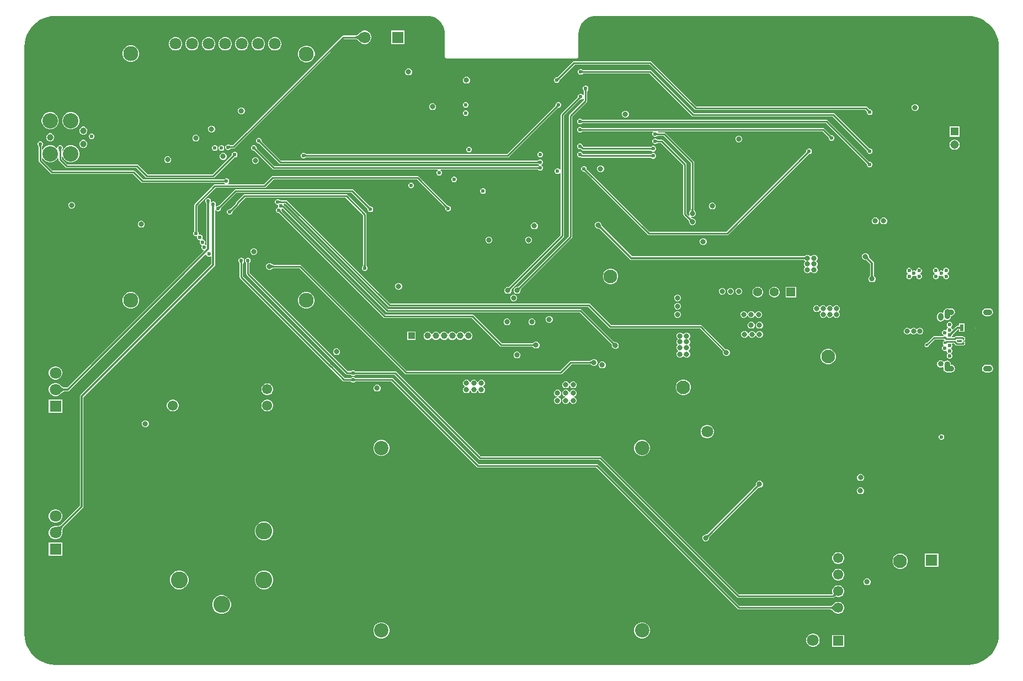
<source format=gbl>
G04*
G04 #@! TF.GenerationSoftware,Altium Limited,Altium Designer,24.9.1 (31)*
G04*
G04 Layer_Physical_Order=4*
G04 Layer_Color=16711680*
%FSLAX44Y44*%
%MOMM*%
G71*
G04*
G04 #@! TF.SameCoordinates,A601D634-93CA-4805-8520-E3EE879C7AED*
G04*
G04*
G04 #@! TF.FilePolarity,Positive*
G04*
G01*
G75*
%ADD13C,0.2540*%
%ADD48R,2.4130X5.0800*%
%ADD67R,0.6000X1.0500*%
%ADD137C,0.9906*%
%ADD153R,1.0000X1.0000*%
%ADD154C,1.0000*%
%ADD155R,1.5500X1.5500*%
%ADD156C,1.5500*%
%ADD157C,1.8000*%
%ADD160C,1.3890*%
%ADD161R,1.3890X1.3890*%
%ADD170C,0.3000*%
%ADD171C,0.3500*%
%ADD186R,1.8000X1.8000*%
%ADD187C,2.3000*%
%ADD188C,2.2000*%
%ADD189O,0.8500X1.1500*%
%ADD190O,0.9000X1.5500*%
%ADD191O,1.4000X0.9000*%
%ADD192C,0.8500*%
%ADD193C,0.4000*%
%ADD194C,0.6000*%
%ADD195R,3.2000X2.6000*%
%ADD196R,1.8000X1.8000*%
%ADD197C,2.6000*%
%ADD198C,1.3080*%
%ADD199R,1.3080X1.3080*%
%ADD200C,2.1000*%
%ADD201C,6.0000*%
%ADD202C,2.3749*%
%ADD203C,0.8000*%
G04:AMPARAMS|DCode=229|XSize=0.3mm|YSize=0.3mm|CornerRadius=0.0495mm|HoleSize=0mm|Usage=FLASHONLY|Rotation=270.000|XOffset=0mm|YOffset=0mm|HoleType=Round|Shape=RoundedRectangle|*
%AMROUNDEDRECTD229*
21,1,0.3000,0.2010,0,0,270.0*
21,1,0.2010,0.3000,0,0,270.0*
1,1,0.0990,-0.1005,-0.1005*
1,1,0.0990,-0.1005,0.1005*
1,1,0.0990,0.1005,0.1005*
1,1,0.0990,0.1005,-0.1005*
%
%ADD229ROUNDEDRECTD229*%
G36*
X50000Y997706D02*
X620000D01*
X620009Y997708D01*
X624335Y997367D01*
X628562Y996352D01*
X632579Y994688D01*
X636287Y992417D01*
X639593Y989593D01*
X642417Y986287D01*
X644688Y982579D01*
X646352Y978562D01*
X647367Y974335D01*
X647708Y970009D01*
X647706Y970000D01*
Y935000D01*
X647880Y934122D01*
X648378Y933378D01*
X649122Y932881D01*
X650000Y932706D01*
X850000D01*
X850878Y932881D01*
X851622Y933378D01*
X852120Y934122D01*
X852294Y935000D01*
Y970000D01*
X852292Y970009D01*
X852633Y974335D01*
X853648Y978562D01*
X855312Y982579D01*
X857583Y986287D01*
X860407Y989593D01*
X863713Y992417D01*
X867421Y994688D01*
X871438Y996352D01*
X875666Y997367D01*
X878769Y997611D01*
X880000Y997706D01*
X881262Y997706D01*
X881264Y997706D01*
X1448730Y997706D01*
X1450000Y997706D01*
X1451244Y997644D01*
X1456229Y997317D01*
X1462352Y996099D01*
X1468264Y994092D01*
X1473863Y991331D01*
X1479053Y987863D01*
X1483747Y983747D01*
X1487863Y979053D01*
X1491331Y973863D01*
X1494092Y968264D01*
X1496099Y962352D01*
X1497317Y956229D01*
X1497720Y950073D01*
X1497706Y950000D01*
Y50000D01*
X1497720Y49927D01*
X1497317Y43771D01*
X1496099Y37648D01*
X1494092Y31736D01*
X1491331Y26137D01*
X1487863Y20947D01*
X1483747Y16253D01*
X1479053Y12137D01*
X1473863Y8669D01*
X1468264Y5908D01*
X1462352Y3901D01*
X1456229Y2683D01*
X1451254Y2357D01*
X1450000Y2294D01*
X1450000Y2294D01*
X1448749Y2294D01*
X50000D01*
X49927Y2280D01*
X43771Y2683D01*
X37648Y3901D01*
X31736Y5908D01*
X26137Y8669D01*
X20947Y12137D01*
X16253Y16253D01*
X12137Y20947D01*
X8669Y26137D01*
X5908Y31736D01*
X3901Y37648D01*
X2683Y43771D01*
X2357Y48746D01*
X2294Y50000D01*
X2294Y50000D01*
X2294Y51251D01*
Y948737D01*
X2294Y948749D01*
X2294Y950000D01*
X2356Y951244D01*
X2683Y956229D01*
X3901Y962352D01*
X5908Y968264D01*
X8669Y973863D01*
X12137Y979053D01*
X16253Y983747D01*
X20947Y987863D01*
X26137Y991331D01*
X31736Y994092D01*
X37648Y996099D01*
X43771Y997317D01*
X49927Y997720D01*
X50000Y997706D01*
D02*
G37*
%LPC*%
G36*
X525949Y975250D02*
X523251D01*
X520644Y974551D01*
X518306Y973202D01*
X517466Y972362D01*
X517221Y972262D01*
X516281Y971332D01*
X514529Y969778D01*
X513749Y969175D01*
X513010Y968670D01*
X512330Y968269D01*
X511712Y967971D01*
X511164Y967770D01*
X510691Y967661D01*
X510179Y967618D01*
X510084Y967569D01*
X491290D01*
X491290Y967569D01*
X490307Y967374D01*
X489473Y966817D01*
X322178Y799521D01*
X319203D01*
X319081Y799575D01*
X318819Y799580D01*
X318339Y799620D01*
X318156Y799648D01*
X317974Y799686D01*
X317812Y799730D01*
X317665Y799779D01*
X317536Y799832D01*
X317421Y799889D01*
X317275Y799975D01*
X317113Y799999D01*
X315805Y800540D01*
X314115D01*
X312553Y799893D01*
X311357Y798697D01*
X310710Y797135D01*
Y795445D01*
X311357Y793883D01*
X312553Y792687D01*
X314115Y792040D01*
X315805D01*
X317367Y792687D01*
X318563Y793883D01*
X318573Y793906D01*
X318620Y793936D01*
X318701Y794052D01*
X318737Y794091D01*
X318780Y794128D01*
X318834Y794164D01*
X318908Y794202D01*
X319006Y794239D01*
X319133Y794274D01*
X319291Y794302D01*
X319479Y794322D01*
X319740Y794330D01*
X319858Y794383D01*
X319945D01*
X320030Y794370D01*
X320046Y794383D01*
X323242D01*
X324225Y794578D01*
X325059Y795135D01*
X492354Y962431D01*
X510084D01*
X510179Y962382D01*
X510691Y962339D01*
X511164Y962230D01*
X511712Y962029D01*
X512329Y961731D01*
X513010Y961330D01*
X513749Y960825D01*
X514529Y960222D01*
X516281Y958668D01*
X517221Y957738D01*
X517466Y957638D01*
X518306Y956798D01*
X520644Y955449D01*
X523251Y954750D01*
X525949D01*
X528556Y955449D01*
X530894Y956798D01*
X532802Y958706D01*
X534151Y961044D01*
X534850Y963651D01*
Y966349D01*
X534151Y968956D01*
X532802Y971294D01*
X530894Y973202D01*
X528556Y974551D01*
X525949Y975250D01*
D02*
G37*
G36*
X585650D02*
X565150D01*
Y954750D01*
X585650D01*
Y975250D01*
D02*
G37*
G36*
X387949Y965250D02*
X385251D01*
X382644Y964551D01*
X380306Y963202D01*
X378398Y961294D01*
X377048Y958956D01*
X376350Y956349D01*
Y953651D01*
X377048Y951044D01*
X378398Y948706D01*
X380306Y946798D01*
X382644Y945449D01*
X385251Y944750D01*
X387949D01*
X390556Y945449D01*
X392894Y946798D01*
X394802Y948706D01*
X396152Y951044D01*
X396850Y953651D01*
Y956349D01*
X396152Y958956D01*
X394802Y961294D01*
X392894Y963202D01*
X390556Y964551D01*
X387949Y965250D01*
D02*
G37*
G36*
X362549D02*
X359851D01*
X357244Y964551D01*
X354906Y963202D01*
X352998Y961294D01*
X351648Y958956D01*
X350950Y956349D01*
Y953651D01*
X351648Y951044D01*
X352998Y948706D01*
X354906Y946798D01*
X357244Y945449D01*
X359851Y944750D01*
X362549D01*
X365156Y945449D01*
X367494Y946798D01*
X369402Y948706D01*
X370751Y951044D01*
X371450Y953651D01*
Y956349D01*
X370751Y958956D01*
X369402Y961294D01*
X367494Y963202D01*
X365156Y964551D01*
X362549Y965250D01*
D02*
G37*
G36*
X337149D02*
X334451D01*
X331844Y964551D01*
X329506Y963202D01*
X327598Y961294D01*
X326249Y958956D01*
X325550Y956349D01*
Y953651D01*
X326249Y951044D01*
X327598Y948706D01*
X329506Y946798D01*
X331844Y945449D01*
X334451Y944750D01*
X337149D01*
X339756Y945449D01*
X342094Y946798D01*
X344002Y948706D01*
X345351Y951044D01*
X346050Y953651D01*
Y956349D01*
X345351Y958956D01*
X344002Y961294D01*
X342094Y963202D01*
X339756Y964551D01*
X337149Y965250D01*
D02*
G37*
G36*
X311749D02*
X309051D01*
X306444Y964551D01*
X304106Y963202D01*
X302198Y961294D01*
X300849Y958956D01*
X300150Y956349D01*
Y953651D01*
X300849Y951044D01*
X302198Y948706D01*
X304106Y946798D01*
X306444Y945449D01*
X309051Y944750D01*
X311749D01*
X314356Y945449D01*
X316694Y946798D01*
X318602Y948706D01*
X319951Y951044D01*
X320650Y953651D01*
Y956349D01*
X319951Y958956D01*
X318602Y961294D01*
X316694Y963202D01*
X314356Y964551D01*
X311749Y965250D01*
D02*
G37*
G36*
X286349D02*
X283651D01*
X281044Y964551D01*
X278706Y963202D01*
X276798Y961294D01*
X275448Y958956D01*
X274750Y956349D01*
Y953651D01*
X275448Y951044D01*
X276798Y948706D01*
X278706Y946798D01*
X281044Y945449D01*
X283651Y944750D01*
X286349D01*
X288956Y945449D01*
X291294Y946798D01*
X293202Y948706D01*
X294552Y951044D01*
X295250Y953651D01*
Y956349D01*
X294552Y958956D01*
X293202Y961294D01*
X291294Y963202D01*
X288956Y964551D01*
X286349Y965250D01*
D02*
G37*
G36*
X260949D02*
X258251D01*
X255644Y964551D01*
X253306Y963202D01*
X251398Y961294D01*
X250049Y958956D01*
X249350Y956349D01*
Y953651D01*
X250049Y951044D01*
X251398Y948706D01*
X253306Y946798D01*
X255644Y945449D01*
X258251Y944750D01*
X260949D01*
X263556Y945449D01*
X265894Y946798D01*
X267802Y948706D01*
X269151Y951044D01*
X269850Y953651D01*
Y956349D01*
X269151Y958956D01*
X267802Y961294D01*
X265894Y963202D01*
X263556Y964551D01*
X260949Y965250D01*
D02*
G37*
G36*
X235549D02*
X232851D01*
X230244Y964551D01*
X227906Y963202D01*
X225998Y961294D01*
X224648Y958956D01*
X223950Y956349D01*
Y953651D01*
X224648Y951044D01*
X225998Y948706D01*
X227906Y946798D01*
X230244Y945449D01*
X232851Y944750D01*
X235549D01*
X238156Y945449D01*
X240494Y946798D01*
X242402Y948706D01*
X243752Y951044D01*
X244450Y953651D01*
Y956349D01*
X243752Y958956D01*
X242402Y961294D01*
X240494Y963202D01*
X238156Y964551D01*
X235549Y965250D01*
D02*
G37*
G36*
X167299Y952510D02*
X163941D01*
X160699Y951641D01*
X157791Y949962D01*
X155417Y947589D01*
X153739Y944681D01*
X152870Y941439D01*
Y938081D01*
X153739Y934839D01*
X155417Y931931D01*
X157791Y929557D01*
X160699Y927879D01*
X163941Y927010D01*
X167299D01*
X170541Y927879D01*
X173449Y929557D01*
X175823Y931931D01*
X177501Y934839D01*
X178370Y938081D01*
Y941439D01*
X177501Y944681D01*
X175823Y947589D01*
X173449Y949962D01*
X170541Y951641D01*
X167299Y952510D01*
D02*
G37*
G36*
X436858Y952280D02*
X433501D01*
X430259Y951411D01*
X427351Y949733D01*
X424977Y947359D01*
X423299Y944451D01*
X422430Y941209D01*
Y937851D01*
X423299Y934609D01*
X424977Y931701D01*
X427351Y929327D01*
X430259Y927649D01*
X433501Y926780D01*
X436858D01*
X440101Y927649D01*
X443009Y929327D01*
X445382Y931701D01*
X447061Y934609D01*
X447930Y937851D01*
Y941209D01*
X447061Y944451D01*
X445382Y947359D01*
X443009Y949733D01*
X440101Y951411D01*
X436858Y952280D01*
D02*
G37*
G36*
X592864Y917110D02*
X590776D01*
X588846Y916311D01*
X587369Y914834D01*
X586570Y912904D01*
Y910816D01*
X587369Y908886D01*
X588846Y907409D01*
X590776Y906610D01*
X592864D01*
X594794Y907409D01*
X596271Y908886D01*
X597070Y910816D01*
Y912904D01*
X596271Y914834D01*
X594794Y916311D01*
X592864Y917110D01*
D02*
G37*
G36*
X681764Y904410D02*
X679676D01*
X677746Y903611D01*
X676269Y902134D01*
X675470Y900204D01*
Y898116D01*
X676269Y896186D01*
X677746Y894709D01*
X679676Y893910D01*
X681764D01*
X683694Y894709D01*
X685171Y896186D01*
X685970Y898116D01*
Y900204D01*
X685171Y902134D01*
X683694Y903611D01*
X681764Y904410D01*
D02*
G37*
G36*
X864445Y890710D02*
X862755D01*
X861193Y890063D01*
X859997Y888867D01*
X859350Y887305D01*
Y885615D01*
X859997Y884053D01*
X860423Y883627D01*
X860508Y883398D01*
X860621Y883276D01*
X860684Y883193D01*
X860742Y883100D01*
X860795Y882993D01*
X860844Y882869D01*
X860888Y882727D01*
X860925Y882563D01*
X860952Y882378D01*
X860970Y882170D01*
X860977Y881905D01*
X861031Y881786D01*
Y875935D01*
X859761Y875682D01*
X859543Y876207D01*
X858347Y877403D01*
X856785Y878050D01*
X855095D01*
X853533Y877403D01*
X852337Y876207D01*
X851690Y874645D01*
Y874043D01*
X851588Y873822D01*
X851582Y873655D01*
X851568Y873552D01*
X851543Y873445D01*
X851505Y873332D01*
X851453Y873210D01*
X851382Y873078D01*
X851293Y872936D01*
X851182Y872786D01*
X851047Y872626D01*
X850865Y872434D01*
X850818Y872312D01*
X826223Y847717D01*
X825666Y846883D01*
X825471Y845900D01*
Y761691D01*
X824201Y761439D01*
X824023Y761867D01*
X822827Y763063D01*
X821265Y763710D01*
X819575D01*
X818013Y763063D01*
X816817Y761867D01*
X816170Y760305D01*
Y758615D01*
X816817Y757053D01*
X818013Y755857D01*
X819575Y755210D01*
X821265D01*
X822827Y755857D01*
X824023Y757053D01*
X824201Y757481D01*
X825471Y757229D01*
Y661464D01*
X746902Y582896D01*
X746786Y582853D01*
X746560Y582646D01*
X746367Y582497D01*
X746165Y582367D01*
X745950Y582254D01*
X745720Y582158D01*
X745472Y582077D01*
X745205Y582014D01*
X744917Y581968D01*
X744606Y581940D01*
X744231Y581932D01*
X743998Y581830D01*
X743176D01*
X741246Y581031D01*
X739769Y579554D01*
X738970Y577624D01*
Y575536D01*
X739769Y573606D01*
X741246Y572129D01*
X743176Y571330D01*
X745264D01*
X747194Y572129D01*
X748671Y573606D01*
X749470Y575536D01*
Y576358D01*
X749573Y576591D01*
X749581Y576967D01*
X749608Y577277D01*
X749654Y577565D01*
X749717Y577832D01*
X749798Y578080D01*
X749894Y578310D01*
X750007Y578525D01*
X750137Y578727D01*
X750286Y578920D01*
X750493Y579146D01*
X750536Y579262D01*
X829857Y658583D01*
X830414Y659417D01*
X830609Y660400D01*
Y844836D01*
X854452Y868678D01*
X854574Y868725D01*
X854767Y868908D01*
X854926Y869041D01*
X855076Y869153D01*
X855218Y869242D01*
X855350Y869313D01*
X855471Y869365D01*
X855585Y869403D01*
X855692Y869428D01*
X855795Y869442D01*
X855962Y869448D01*
X856183Y869550D01*
X856785D01*
X858347Y870197D01*
X859543Y871393D01*
X859761Y871918D01*
X861031Y871665D01*
Y868692D01*
X838923Y846585D01*
X838366Y845751D01*
X838171Y844768D01*
Y660194D01*
X792103Y614127D01*
X792103Y614127D01*
X785413Y607437D01*
X785413Y607437D01*
X760872Y582896D01*
X760755Y582853D01*
X760530Y582646D01*
X760338Y582497D01*
X760135Y582367D01*
X759920Y582254D01*
X759690Y582158D01*
X759442Y582077D01*
X759175Y582014D01*
X758887Y581968D01*
X758577Y581940D01*
X758201Y581932D01*
X757968Y581830D01*
X757146D01*
X755216Y581031D01*
X753739Y579554D01*
X752940Y577624D01*
Y575536D01*
X753739Y573606D01*
X755216Y572129D01*
X757146Y571330D01*
X759234D01*
X761164Y572129D01*
X762641Y573606D01*
X763440Y575536D01*
Y576358D01*
X763542Y576591D01*
X763550Y576967D01*
X763578Y577277D01*
X763624Y577565D01*
X763687Y577832D01*
X763768Y578080D01*
X763864Y578310D01*
X763977Y578525D01*
X764107Y578727D01*
X764256Y578920D01*
X764463Y579146D01*
X764506Y579262D01*
X789047Y603803D01*
X789047Y603803D01*
X795737Y610493D01*
X795737Y610493D01*
X795737Y610493D01*
X842557Y657313D01*
X843114Y658147D01*
X843309Y659130D01*
Y843704D01*
X865417Y865811D01*
X865974Y866645D01*
X866169Y867628D01*
Y881786D01*
X866223Y881905D01*
X866230Y882170D01*
X866248Y882378D01*
X866275Y882563D01*
X866312Y882727D01*
X866356Y882869D01*
X866405Y882993D01*
X866458Y883100D01*
X866516Y883193D01*
X866579Y883276D01*
X866692Y883398D01*
X866777Y883627D01*
X867203Y884053D01*
X867850Y885615D01*
Y887305D01*
X867203Y888867D01*
X866007Y890063D01*
X864445Y890710D01*
D02*
G37*
G36*
X680295Y865310D02*
X678605D01*
X677043Y864663D01*
X675847Y863467D01*
X675200Y861905D01*
Y860215D01*
X675847Y858653D01*
X677043Y857457D01*
X678605Y856810D01*
X680295D01*
X681857Y857457D01*
X683053Y858653D01*
X683700Y860215D01*
Y861905D01*
X683053Y863467D01*
X681857Y864663D01*
X680295Y865310D01*
D02*
G37*
G36*
X629694Y863770D02*
X627606D01*
X625676Y862971D01*
X624199Y861494D01*
X623400Y859564D01*
Y857476D01*
X624199Y855546D01*
X625676Y854069D01*
X627606Y853270D01*
X629694D01*
X631624Y854069D01*
X633101Y855546D01*
X633900Y857476D01*
Y859564D01*
X633101Y861494D01*
X631624Y862971D01*
X629694Y863770D01*
D02*
G37*
G36*
X1370104Y862500D02*
X1368016D01*
X1366086Y861701D01*
X1364609Y860224D01*
X1363810Y858294D01*
Y856206D01*
X1364609Y854276D01*
X1366086Y852799D01*
X1368016Y852000D01*
X1370104D01*
X1372034Y852799D01*
X1373511Y854276D01*
X1374310Y856206D01*
Y858294D01*
X1373511Y860224D01*
X1372034Y861701D01*
X1370104Y862500D01*
D02*
G37*
G36*
X336324Y857420D02*
X334236D01*
X332306Y856621D01*
X330829Y855144D01*
X330030Y853214D01*
Y851126D01*
X330829Y849196D01*
X332306Y847719D01*
X334236Y846920D01*
X336324D01*
X338254Y847719D01*
X339731Y849196D01*
X340530Y851126D01*
Y853214D01*
X339731Y855144D01*
X338254Y856621D01*
X336324Y857420D01*
D02*
G37*
G36*
X962660Y928399D02*
X845770D01*
X844787Y928204D01*
X843953Y927647D01*
X820588Y904282D01*
X820466Y904235D01*
X820273Y904052D01*
X820115Y903919D01*
X819964Y903807D01*
X819822Y903717D01*
X819690Y903647D01*
X819568Y903595D01*
X819455Y903557D01*
X819348Y903532D01*
X819245Y903518D01*
X819079Y903512D01*
X818857Y903410D01*
X818255D01*
X816693Y902763D01*
X815497Y901567D01*
X814850Y900005D01*
Y898315D01*
X815497Y896753D01*
X816693Y895557D01*
X818255Y894910D01*
X819945D01*
X821507Y895557D01*
X822703Y896753D01*
X823350Y898315D01*
Y898917D01*
X823452Y899138D01*
X823458Y899305D01*
X823472Y899408D01*
X823497Y899515D01*
X823535Y899628D01*
X823587Y899750D01*
X823658Y899882D01*
X823747Y900024D01*
X823858Y900174D01*
X823993Y900334D01*
X824175Y900526D01*
X824222Y900648D01*
X846834Y923261D01*
X961596D01*
X1030693Y854163D01*
X1031527Y853606D01*
X1032510Y853411D01*
X1292546D01*
X1295340Y850616D01*
Y849155D01*
X1295987Y847593D01*
X1297183Y846397D01*
X1298745Y845750D01*
X1300435D01*
X1301997Y846397D01*
X1303193Y847593D01*
X1303840Y849155D01*
Y850845D01*
X1303193Y852407D01*
X1301997Y853603D01*
X1300435Y854250D01*
X1298974D01*
X1295427Y857797D01*
X1294593Y858354D01*
X1293610Y858549D01*
X1033574D01*
X964477Y927647D01*
X963643Y928204D01*
X962660Y928399D01*
D02*
G37*
G36*
X680255Y852650D02*
X678565D01*
X677003Y852003D01*
X675807Y850807D01*
X675160Y849245D01*
Y847555D01*
X675807Y845993D01*
X677003Y844797D01*
X678565Y844150D01*
X680255D01*
X681817Y844797D01*
X683013Y845993D01*
X683660Y847555D01*
Y849245D01*
X683013Y850807D01*
X681817Y852003D01*
X680255Y852650D01*
D02*
G37*
G36*
X925604Y852340D02*
X923516D01*
X921586Y851541D01*
X920109Y850064D01*
X919310Y848134D01*
Y846046D01*
X920109Y844116D01*
X921586Y842639D01*
X923516Y841840D01*
X925604D01*
X927534Y842639D01*
X929011Y844116D01*
X929810Y846046D01*
Y848134D01*
X929011Y850064D01*
X927534Y851541D01*
X925604Y852340D01*
D02*
G37*
G36*
X75388Y850054D02*
X71932D01*
X68594Y849160D01*
X65601Y847432D01*
X63158Y844989D01*
X61430Y841996D01*
X60535Y838658D01*
Y835202D01*
X61430Y831864D01*
X63158Y828871D01*
X65601Y826428D01*
X68594Y824700D01*
X71932Y823805D01*
X75388D01*
X78726Y824700D01*
X81719Y826428D01*
X84162Y828871D01*
X85890Y831864D01*
X86784Y835202D01*
Y838658D01*
X85890Y841996D01*
X84162Y844989D01*
X81719Y847432D01*
X78726Y849160D01*
X75388Y850054D01*
D02*
G37*
G36*
X43638D02*
X40182D01*
X36844Y849160D01*
X33851Y847432D01*
X31408Y844989D01*
X29680Y841996D01*
X28786Y838658D01*
Y835202D01*
X29680Y831864D01*
X31408Y828871D01*
X33851Y826428D01*
X36844Y824700D01*
X40182Y823805D01*
X43638D01*
X46976Y824700D01*
X49969Y826428D01*
X52412Y828871D01*
X54140Y831864D01*
X55034Y835202D01*
Y838658D01*
X54140Y841996D01*
X52412Y844989D01*
X49969Y847432D01*
X46976Y849160D01*
X43638Y850054D01*
D02*
G37*
G36*
X290604Y829480D02*
X288516D01*
X286586Y828681D01*
X285109Y827204D01*
X284310Y825274D01*
Y823186D01*
X285109Y821256D01*
X286586Y819779D01*
X288516Y818980D01*
X290604D01*
X292534Y819779D01*
X294011Y821256D01*
X294810Y823186D01*
Y825274D01*
X294011Y827204D01*
X292534Y828681D01*
X290604Y829480D01*
D02*
G37*
G36*
X93944Y827893D02*
X91476D01*
X89196Y826949D01*
X87451Y825204D01*
X86507Y822924D01*
Y820456D01*
X87451Y818176D01*
X89196Y816431D01*
X91476Y815487D01*
X93944D01*
X96224Y816431D01*
X97969Y818176D01*
X98913Y820456D01*
Y822924D01*
X97969Y825204D01*
X96224Y826949D01*
X93944Y827893D01*
D02*
G37*
G36*
X1437390Y828050D02*
X1421810D01*
Y812470D01*
X1437390D01*
Y828050D01*
D02*
G37*
G36*
X106255Y817050D02*
X104565D01*
X103003Y816403D01*
X101807Y815207D01*
X101160Y813645D01*
Y811955D01*
X101807Y810393D01*
X103003Y809197D01*
X104565Y808550D01*
X106255D01*
X107817Y809197D01*
X109013Y810393D01*
X109660Y811955D01*
Y813645D01*
X109013Y815207D01*
X107817Y816403D01*
X106255Y817050D01*
D02*
G37*
G36*
X855555Y827210D02*
X853865D01*
X852303Y826563D01*
X851107Y825367D01*
X850460Y823805D01*
Y822115D01*
X851107Y820553D01*
X852303Y819357D01*
X853865Y818710D01*
X855555D01*
X857117Y819357D01*
X857543Y819783D01*
X857772Y819867D01*
X857894Y819981D01*
X857977Y820044D01*
X858070Y820102D01*
X858177Y820155D01*
X858300Y820204D01*
X858444Y820248D01*
X858607Y820285D01*
X858792Y820312D01*
X859000Y820330D01*
X859265Y820338D01*
X859384Y820391D01*
X966524D01*
X967050Y819121D01*
X966642Y818712D01*
X965995Y817150D01*
Y815460D01*
X966642Y813898D01*
X967838Y812702D01*
X969400Y812055D01*
X971090D01*
X972652Y812702D01*
X973078Y813128D01*
X973307Y813213D01*
X973429Y813326D01*
X973512Y813389D01*
X973605Y813447D01*
X973712Y813500D01*
X973836Y813549D01*
X973979Y813593D01*
X974142Y813630D01*
X974327Y813657D01*
X974535Y813675D01*
X974800Y813682D01*
X974919Y813736D01*
X983491D01*
X1024861Y772366D01*
Y701053D01*
X1024808Y700940D01*
X1024795Y700634D01*
X1024764Y700393D01*
X1024713Y700157D01*
X1024641Y699926D01*
X1024546Y699695D01*
X1024428Y699463D01*
X1024285Y699229D01*
X1024113Y698993D01*
X1023913Y698754D01*
X1023653Y698483D01*
X1023561Y698245D01*
X1022979Y697664D01*
X1022180Y695734D01*
Y693646D01*
X1022870Y691980D01*
X1021794Y691260D01*
X1018569Y694484D01*
Y769620D01*
X1018374Y770603D01*
X1017817Y771437D01*
X982132Y807122D01*
X981298Y807679D01*
X980315Y807874D01*
X974919D01*
X974800Y807927D01*
X974535Y807935D01*
X974327Y807953D01*
X974142Y807980D01*
X973979Y808017D01*
X973836Y808061D01*
X973712Y808110D01*
X973605Y808163D01*
X973512Y808221D01*
X973429Y808284D01*
X973307Y808397D01*
X973078Y808482D01*
X972652Y808908D01*
X971090Y809555D01*
X969400D01*
X967838Y808908D01*
X966642Y807712D01*
X965995Y806150D01*
Y804460D01*
X966642Y802898D01*
X967838Y801702D01*
X969400Y801055D01*
X971090D01*
X972652Y801702D01*
X973078Y802128D01*
X973307Y802213D01*
X973429Y802326D01*
X973512Y802389D01*
X973605Y802447D01*
X973712Y802500D01*
X973836Y802549D01*
X973979Y802593D01*
X974142Y802629D01*
X974327Y802657D01*
X974535Y802675D01*
X974800Y802682D01*
X974919Y802736D01*
X979251D01*
X1013431Y768556D01*
Y693420D01*
X1013626Y692437D01*
X1014183Y691603D01*
X1021114Y684672D01*
X1021157Y684556D01*
X1021364Y684330D01*
X1021513Y684137D01*
X1021643Y683935D01*
X1021756Y683720D01*
X1021852Y683490D01*
X1021933Y683242D01*
X1021996Y682975D01*
X1022042Y682687D01*
X1022069Y682376D01*
X1022077Y682001D01*
X1022180Y681768D01*
Y680946D01*
X1022979Y679016D01*
X1024456Y677539D01*
X1026386Y676740D01*
X1028474D01*
X1030404Y677539D01*
X1031881Y679016D01*
X1032680Y680946D01*
Y683034D01*
X1031881Y684964D01*
X1030404Y686441D01*
X1028474Y687240D01*
X1027652D01*
X1027419Y687343D01*
X1027044Y687350D01*
X1026733Y687378D01*
X1026445Y687424D01*
X1026178Y687487D01*
X1025930Y687568D01*
X1025700Y687664D01*
X1025485Y687777D01*
X1025283Y687907D01*
X1025090Y688056D01*
X1024865Y688263D01*
X1024595Y688807D01*
X1025522Y689798D01*
X1026386Y689440D01*
X1028474D01*
X1030404Y690239D01*
X1031881Y691716D01*
X1032680Y693646D01*
Y695734D01*
X1031881Y697664D01*
X1031299Y698245D01*
X1031207Y698483D01*
X1030947Y698754D01*
X1030747Y698993D01*
X1030576Y699229D01*
X1030432Y699463D01*
X1030314Y699695D01*
X1030219Y699925D01*
X1030147Y700157D01*
X1030096Y700393D01*
X1030065Y700634D01*
X1030052Y700940D01*
X1029999Y701053D01*
Y773430D01*
X1029804Y774413D01*
X1029247Y775247D01*
X986372Y818122D01*
X985538Y818679D01*
X984555Y818874D01*
X974919D01*
X974800Y818928D01*
X974588Y818933D01*
X974506Y818999D01*
X974442Y819074D01*
X974411Y819121D01*
X975080Y820382D01*
X975105Y820391D01*
X1227026D01*
X1235668Y811748D01*
X1235715Y811626D01*
X1235898Y811433D01*
X1236031Y811274D01*
X1236143Y811124D01*
X1236233Y810982D01*
X1236303Y810850D01*
X1236355Y810729D01*
X1236393Y810615D01*
X1236418Y810508D01*
X1236432Y810405D01*
X1236438Y810238D01*
X1236540Y810017D01*
Y809415D01*
X1237187Y807853D01*
X1238383Y806657D01*
X1239945Y806010D01*
X1241635D01*
X1243197Y806657D01*
X1244393Y807853D01*
X1245040Y809415D01*
Y811105D01*
X1244393Y812667D01*
X1243197Y813863D01*
X1241635Y814510D01*
X1241033D01*
X1240812Y814612D01*
X1240645Y814618D01*
X1240542Y814632D01*
X1240435Y814657D01*
X1240322Y814695D01*
X1240200Y814747D01*
X1240068Y814818D01*
X1239926Y814907D01*
X1239776Y815018D01*
X1239616Y815153D01*
X1239424Y815335D01*
X1239302Y815382D01*
X1229907Y824777D01*
X1229073Y825334D01*
X1228090Y825529D01*
X859384D01*
X859265Y825583D01*
X859000Y825590D01*
X858792Y825608D01*
X858607Y825636D01*
X858444Y825672D01*
X858300Y825716D01*
X858177Y825765D01*
X858070Y825818D01*
X857977Y825876D01*
X857895Y825939D01*
X857772Y826052D01*
X857543Y826137D01*
X857117Y826563D01*
X855555Y827210D01*
D02*
G37*
G36*
X43144Y817733D02*
X40676D01*
X38396Y816789D01*
X36651Y815044D01*
X35707Y812764D01*
Y810296D01*
X36651Y808016D01*
X38396Y806271D01*
X40676Y805327D01*
X43144D01*
X45424Y806271D01*
X47169Y808016D01*
X48113Y810296D01*
Y812764D01*
X47169Y815044D01*
X45424Y816789D01*
X43144Y817733D01*
D02*
G37*
G36*
X266474Y815510D02*
X264386D01*
X262456Y814711D01*
X260979Y813234D01*
X260180Y811304D01*
Y809216D01*
X260979Y807286D01*
X262456Y805809D01*
X264386Y805010D01*
X266474D01*
X268404Y805809D01*
X269881Y807286D01*
X270680Y809216D01*
Y811304D01*
X269881Y813234D01*
X268404Y814711D01*
X266474Y815510D01*
D02*
G37*
G36*
X1099594Y814240D02*
X1097506D01*
X1095576Y813441D01*
X1094099Y811964D01*
X1093300Y810034D01*
Y807946D01*
X1094099Y806016D01*
X1095576Y804539D01*
X1097506Y803740D01*
X1099594D01*
X1101524Y804539D01*
X1103001Y806016D01*
X1103800Y807946D01*
Y810034D01*
X1103001Y811964D01*
X1101524Y813441D01*
X1099594Y814240D01*
D02*
G37*
G36*
X93944Y807573D02*
X91476D01*
X89196Y806629D01*
X87451Y804884D01*
X86507Y802604D01*
Y800136D01*
X87451Y797856D01*
X89196Y796111D01*
X91476Y795167D01*
X93944D01*
X96224Y796111D01*
X97969Y797856D01*
X98913Y800136D01*
Y802604D01*
X97969Y804884D01*
X96224Y806629D01*
X93944Y807573D01*
D02*
G37*
G36*
X1430626Y808050D02*
X1428574D01*
X1426593Y807519D01*
X1424817Y806494D01*
X1423367Y805043D01*
X1422341Y803267D01*
X1421810Y801286D01*
Y799234D01*
X1422341Y797253D01*
X1423367Y795477D01*
X1424817Y794026D01*
X1426593Y793001D01*
X1428574Y792470D01*
X1430626D01*
X1432607Y793001D01*
X1434383Y794026D01*
X1435834Y795477D01*
X1436859Y797253D01*
X1437390Y799234D01*
Y801286D01*
X1436859Y803267D01*
X1435834Y805043D01*
X1434383Y806494D01*
X1432607Y807519D01*
X1430626Y808050D01*
D02*
G37*
G36*
X305645Y799270D02*
X303955D01*
X302393Y798623D01*
X301197Y797427D01*
X300550Y795865D01*
Y794175D01*
X301197Y792613D01*
X302393Y791417D01*
X303955Y790770D01*
X305645D01*
X307207Y791417D01*
X308403Y792613D01*
X309050Y794175D01*
Y795865D01*
X308403Y797427D01*
X307207Y798623D01*
X305645Y799270D01*
D02*
G37*
G36*
X295485D02*
X293795D01*
X292233Y798623D01*
X291037Y797427D01*
X290390Y795865D01*
Y794175D01*
X291037Y792613D01*
X292233Y791417D01*
X293795Y790770D01*
X295485D01*
X297047Y791417D01*
X298243Y792613D01*
X298890Y794175D01*
Y795865D01*
X298243Y797427D01*
X297047Y798623D01*
X295485Y799270D01*
D02*
G37*
G36*
X855555Y801810D02*
X853865D01*
X852303Y801163D01*
X851107Y799967D01*
X850460Y798405D01*
Y796715D01*
X851107Y795153D01*
X852303Y793957D01*
X853865Y793310D01*
X855555D01*
X855579Y793320D01*
X855633Y793308D01*
X855772Y793332D01*
X855826Y793335D01*
X855882Y793330D01*
X855946Y793317D01*
X856025Y793292D01*
X856121Y793249D01*
X856235Y793184D01*
X856367Y793092D01*
X856514Y792972D01*
X856704Y792794D01*
X856824Y792748D01*
X856887Y792686D01*
X856937Y792618D01*
X856958Y792615D01*
X857389Y792183D01*
X858223Y791626D01*
X859206Y791431D01*
X962496D01*
X962615Y791377D01*
X962880Y791370D01*
X963088Y791352D01*
X963273Y791325D01*
X963437Y791288D01*
X963579Y791244D01*
X963703Y791195D01*
X963810Y791142D01*
X963903Y791084D01*
X963986Y791021D01*
X964108Y790908D01*
X964337Y790823D01*
X964763Y790397D01*
X966325Y789750D01*
X968015D01*
X969577Y790397D01*
X970773Y791593D01*
X971420Y793155D01*
Y794845D01*
X970773Y796407D01*
X969577Y797603D01*
X968015Y798250D01*
X966325D01*
X964763Y797603D01*
X964337Y797177D01*
X964108Y797093D01*
X963986Y796979D01*
X963903Y796916D01*
X963810Y796858D01*
X963703Y796805D01*
X963579Y796756D01*
X963437Y796712D01*
X963273Y796675D01*
X963088Y796648D01*
X962880Y796630D01*
X962615Y796622D01*
X962496Y796569D01*
X860270D01*
X859995Y796845D01*
X859947Y796969D01*
X859765Y797157D01*
X859454Y797525D01*
X859344Y797675D01*
X859243Y797829D01*
X859159Y797976D01*
X859090Y798114D01*
X859036Y798243D01*
X858995Y798364D01*
X858953Y798529D01*
X858855Y798660D01*
X858313Y799967D01*
X857117Y801163D01*
X855555Y801810D01*
D02*
G37*
G36*
X685375Y796730D02*
X683685D01*
X682123Y796083D01*
X680927Y794887D01*
X680280Y793325D01*
Y791635D01*
X680927Y790073D01*
X682123Y788877D01*
X683685Y788230D01*
X685375D01*
X686937Y788877D01*
X688133Y790073D01*
X688780Y791635D01*
Y793325D01*
X688133Y794887D01*
X686937Y796083D01*
X685375Y796730D01*
D02*
G37*
G36*
X822535Y865310D02*
X820845D01*
X819283Y864663D01*
X818087Y863467D01*
X817440Y861905D01*
Y861303D01*
X817338Y861082D01*
X817332Y860915D01*
X817318Y860812D01*
X817293Y860705D01*
X817255Y860592D01*
X817203Y860470D01*
X817132Y860338D01*
X817043Y860196D01*
X816932Y860046D01*
X816797Y859886D01*
X816615Y859694D01*
X816568Y859572D01*
X743156Y786159D01*
X435204D01*
X435085Y786212D01*
X434820Y786220D01*
X434612Y786238D01*
X434427Y786265D01*
X434263Y786302D01*
X434120Y786346D01*
X433997Y786395D01*
X433890Y786448D01*
X433797Y786506D01*
X433714Y786569D01*
X433592Y786682D01*
X433363Y786767D01*
X432937Y787193D01*
X431375Y787840D01*
X429685D01*
X428123Y787193D01*
X426927Y785997D01*
X426280Y784435D01*
Y782745D01*
X426927Y781183D01*
X428123Y779987D01*
X429685Y779340D01*
X431375D01*
X432937Y779987D01*
X433363Y780413D01*
X433592Y780498D01*
X433714Y780611D01*
X433797Y780674D01*
X433890Y780732D01*
X433997Y780785D01*
X434120Y780834D01*
X434263Y780878D01*
X434427Y780915D01*
X434612Y780942D01*
X434820Y780960D01*
X435085Y780967D01*
X435204Y781021D01*
X744220D01*
X745203Y781216D01*
X746037Y781773D01*
X820202Y855938D01*
X820324Y855985D01*
X820517Y856168D01*
X820676Y856301D01*
X820826Y856413D01*
X820968Y856503D01*
X821100Y856573D01*
X821221Y856625D01*
X821335Y856663D01*
X821442Y856688D01*
X821545Y856702D01*
X821712Y856708D01*
X821933Y856810D01*
X822535D01*
X824097Y857457D01*
X825293Y858653D01*
X825940Y860215D01*
Y861905D01*
X825293Y863467D01*
X824097Y864663D01*
X822535Y865310D01*
D02*
G37*
G36*
X856825Y916110D02*
X855135D01*
X853573Y915463D01*
X852377Y914267D01*
X851730Y912705D01*
Y911015D01*
X852377Y909453D01*
X853573Y908257D01*
X855135Y907610D01*
X856825D01*
X858387Y908257D01*
X858813Y908683D01*
X859042Y908767D01*
X859164Y908881D01*
X859247Y908944D01*
X859340Y909002D01*
X859447Y909055D01*
X859570Y909104D01*
X859714Y909148D01*
X859877Y909184D01*
X860062Y909212D01*
X860270Y909230D01*
X860535Y909238D01*
X860654Y909291D01*
X961596D01*
X1026883Y844003D01*
X1027717Y843446D01*
X1028700Y843251D01*
X1242706D01*
X1294468Y791488D01*
X1294515Y791366D01*
X1294698Y791173D01*
X1294831Y791014D01*
X1294943Y790864D01*
X1295033Y790722D01*
X1295103Y790590D01*
X1295155Y790469D01*
X1295193Y790355D01*
X1295218Y790248D01*
X1295232Y790145D01*
X1295238Y789978D01*
X1295340Y789757D01*
Y789155D01*
X1295987Y787593D01*
X1297183Y786397D01*
X1298745Y785750D01*
X1300435D01*
X1301997Y786397D01*
X1303193Y787593D01*
X1303840Y789155D01*
Y790845D01*
X1303193Y792408D01*
X1301997Y793603D01*
X1300435Y794250D01*
X1299833D01*
X1299612Y794352D01*
X1299445Y794358D01*
X1299342Y794372D01*
X1299235Y794397D01*
X1299122Y794435D01*
X1299000Y794487D01*
X1298868Y794558D01*
X1298726Y794647D01*
X1298576Y794758D01*
X1298416Y794893D01*
X1298224Y795075D01*
X1298102Y795122D01*
X1245587Y847637D01*
X1244753Y848194D01*
X1243770Y848389D01*
X1029764D01*
X964477Y913677D01*
X963643Y914234D01*
X962660Y914429D01*
X860654D01*
X860535Y914482D01*
X860270Y914490D01*
X860062Y914508D01*
X859877Y914536D01*
X859714Y914572D01*
X859570Y914616D01*
X859447Y914665D01*
X859340Y914718D01*
X859247Y914776D01*
X859165Y914839D01*
X859042Y914952D01*
X858813Y915037D01*
X858387Y915463D01*
X856825Y916110D01*
D02*
G37*
G36*
X794595Y789110D02*
X792905D01*
X791343Y788463D01*
X790147Y787267D01*
X789500Y785705D01*
Y784015D01*
X790147Y782453D01*
X791343Y781257D01*
X792905Y780610D01*
X794595D01*
X796157Y781257D01*
X797353Y782453D01*
X798000Y784015D01*
Y785705D01*
X797353Y787267D01*
X796157Y788463D01*
X794595Y789110D01*
D02*
G37*
G36*
X855555D02*
X853865D01*
X852303Y788463D01*
X851107Y787267D01*
X850460Y785705D01*
Y784015D01*
X851107Y782453D01*
X852303Y781257D01*
X853865Y780610D01*
X855555D01*
X856168Y780864D01*
X856523Y780626D01*
X857506Y780431D01*
X962496D01*
X962615Y780378D01*
X962880Y780370D01*
X963088Y780352D01*
X963273Y780325D01*
X963437Y780288D01*
X963579Y780244D01*
X963703Y780195D01*
X963810Y780142D01*
X963903Y780084D01*
X963986Y780021D01*
X964108Y779908D01*
X964337Y779823D01*
X964763Y779397D01*
X966325Y778750D01*
X968015D01*
X969577Y779397D01*
X970773Y780593D01*
X971420Y782155D01*
Y783845D01*
X970773Y785407D01*
X969577Y786603D01*
X968015Y787250D01*
X966325D01*
X964763Y786603D01*
X964337Y786177D01*
X964108Y786093D01*
X963986Y785979D01*
X963903Y785916D01*
X963810Y785858D01*
X963703Y785805D01*
X963579Y785756D01*
X963437Y785712D01*
X963273Y785676D01*
X963088Y785648D01*
X962880Y785630D01*
X962615Y785622D01*
X962496Y785569D01*
X858960D01*
Y785705D01*
X858313Y787267D01*
X857117Y788463D01*
X855555Y789110D01*
D02*
G37*
G36*
X308384Y787400D02*
X306296D01*
X304366Y786601D01*
X302889Y785124D01*
X302090Y783194D01*
Y781106D01*
X302889Y779176D01*
X304366Y777699D01*
X306296Y776900D01*
X308384D01*
X310314Y777699D01*
X311791Y779176D01*
X312590Y781106D01*
Y783194D01*
X311791Y785124D01*
X310314Y786601D01*
X308384Y787400D01*
D02*
G37*
G36*
X223294Y782490D02*
X221206D01*
X219276Y781691D01*
X217799Y780214D01*
X217000Y778284D01*
Y776196D01*
X217799Y774266D01*
X219276Y772789D01*
X221206Y771990D01*
X223294D01*
X225224Y772789D01*
X226701Y774266D01*
X227500Y776196D01*
Y778284D01*
X226701Y780214D01*
X225224Y781691D01*
X223294Y782490D01*
D02*
G37*
G36*
X357914Y781220D02*
X355826D01*
X353896Y780421D01*
X352419Y778944D01*
X351620Y777014D01*
Y774926D01*
X352419Y772996D01*
X353896Y771519D01*
X355826Y770720D01*
X357914D01*
X359844Y771519D01*
X361321Y772996D01*
X362120Y774926D01*
Y777014D01*
X361321Y778944D01*
X359844Y780421D01*
X357914Y781220D01*
D02*
G37*
G36*
X362795Y810700D02*
X361105D01*
X359543Y810053D01*
X358347Y808857D01*
X357700Y807295D01*
Y805605D01*
X358347Y804043D01*
X359543Y802847D01*
X361105Y802200D01*
X361707D01*
X361928Y802098D01*
X362095Y802092D01*
X362198Y802078D01*
X362305Y802053D01*
X362418Y802015D01*
X362540Y801963D01*
X362672Y801892D01*
X362814Y801803D01*
X362964Y801692D01*
X363124Y801557D01*
X363316Y801375D01*
X363438Y801328D01*
X393153Y771613D01*
X393987Y771056D01*
X394970Y770861D01*
X394970Y770861D01*
X789076D01*
X789195Y770807D01*
X789460Y770800D01*
X789668Y770782D01*
X789853Y770754D01*
X790016Y770718D01*
X790160Y770674D01*
X790283Y770625D01*
X790390Y770572D01*
X790483Y770514D01*
X790565Y770451D01*
X790688Y770338D01*
X790917Y770253D01*
X791343Y769827D01*
X791716Y769672D01*
Y768298D01*
X791343Y768143D01*
X790917Y767717D01*
X790688Y767632D01*
X790566Y767519D01*
X790483Y767456D01*
X790390Y767398D01*
X790283Y767345D01*
X790160Y767296D01*
X790016Y767252D01*
X789853Y767215D01*
X789668Y767188D01*
X789460Y767170D01*
X789195Y767162D01*
X789076Y767109D01*
X386002D01*
X359515Y793596D01*
X359469Y793718D01*
X359286Y793911D01*
X359152Y794069D01*
X359041Y794220D01*
X358951Y794362D01*
X358881Y794493D01*
X358829Y794615D01*
X358791Y794729D01*
X358766Y794836D01*
X358752Y794939D01*
X358746Y795105D01*
X358644Y795327D01*
Y795929D01*
X357997Y797491D01*
X356801Y798687D01*
X355239Y799334D01*
X353548D01*
X351986Y798687D01*
X350791Y797491D01*
X350144Y795929D01*
Y794238D01*
X350791Y792676D01*
X351986Y791481D01*
X353548Y790834D01*
X354151D01*
X354372Y790732D01*
X354539Y790726D01*
X354642Y790712D01*
X354749Y790687D01*
X354862Y790649D01*
X354984Y790596D01*
X355116Y790526D01*
X355258Y790436D01*
X355408Y790325D01*
X355567Y790191D01*
X355760Y790009D01*
X355882Y789962D01*
X383121Y762723D01*
X383954Y762166D01*
X384938Y761971D01*
X636579D01*
X636831Y760701D01*
X636403Y760523D01*
X635207Y759327D01*
X634560Y757765D01*
Y756075D01*
X635207Y754513D01*
X636403Y753317D01*
X637965Y752670D01*
X639655D01*
X641217Y753317D01*
X642413Y754513D01*
X643060Y756075D01*
Y757765D01*
X642413Y759327D01*
X641217Y760523D01*
X640789Y760701D01*
X641041Y761971D01*
X789076D01*
X789195Y761917D01*
X789460Y761910D01*
X789668Y761892D01*
X789853Y761864D01*
X790016Y761828D01*
X790160Y761784D01*
X790283Y761735D01*
X790390Y761682D01*
X790483Y761624D01*
X790565Y761561D01*
X790688Y761448D01*
X790917Y761363D01*
X791343Y760937D01*
X792905Y760290D01*
X794595D01*
X796157Y760937D01*
X797353Y762133D01*
X798000Y763695D01*
Y765385D01*
X797353Y766947D01*
X796157Y768143D01*
X795784Y768298D01*
Y769672D01*
X796157Y769827D01*
X797353Y771023D01*
X798000Y772585D01*
Y774275D01*
X797353Y775837D01*
X796157Y777033D01*
X794595Y777680D01*
X792905D01*
X791343Y777033D01*
X790917Y776607D01*
X790688Y776522D01*
X790566Y776409D01*
X790483Y776346D01*
X790390Y776288D01*
X790283Y776235D01*
X790160Y776186D01*
X790016Y776142D01*
X789853Y776105D01*
X789668Y776078D01*
X789460Y776060D01*
X789195Y776052D01*
X789076Y775999D01*
X396034D01*
X367072Y804962D01*
X367025Y805084D01*
X366842Y805277D01*
X366709Y805435D01*
X366597Y805586D01*
X366507Y805728D01*
X366437Y805860D01*
X366385Y805982D01*
X366347Y806095D01*
X366322Y806202D01*
X366308Y806305D01*
X366302Y806471D01*
X366200Y806693D01*
Y807295D01*
X365553Y808857D01*
X364357Y810053D01*
X362795Y810700D01*
D02*
G37*
G36*
X855555Y839910D02*
X853865D01*
X852303Y839263D01*
X851107Y838067D01*
X850460Y836505D01*
Y834815D01*
X851107Y833253D01*
X852303Y832057D01*
X853865Y831410D01*
X855555D01*
X857117Y832057D01*
X857543Y832483D01*
X857772Y832568D01*
X857894Y832681D01*
X857977Y832744D01*
X858070Y832802D01*
X858177Y832855D01*
X858300Y832904D01*
X858444Y832948D01*
X858607Y832984D01*
X858792Y833012D01*
X859000Y833030D01*
X859265Y833037D01*
X859384Y833091D01*
X1232106D01*
X1294088Y771108D01*
X1294135Y770986D01*
X1294318Y770793D01*
X1294451Y770635D01*
X1294563Y770484D01*
X1294653Y770342D01*
X1294723Y770210D01*
X1294775Y770089D01*
X1294813Y769975D01*
X1294838Y769868D01*
X1294852Y769765D01*
X1294858Y769598D01*
X1294960Y769377D01*
Y768775D01*
X1295607Y767213D01*
X1296803Y766017D01*
X1298365Y765370D01*
X1300055D01*
X1301617Y766017D01*
X1302813Y767213D01*
X1303460Y768775D01*
Y770465D01*
X1302813Y772027D01*
X1301617Y773223D01*
X1300055Y773870D01*
X1299453D01*
X1299232Y773972D01*
X1299065Y773978D01*
X1298962Y773992D01*
X1298855Y774017D01*
X1298742Y774055D01*
X1298620Y774107D01*
X1298488Y774178D01*
X1298346Y774267D01*
X1298196Y774378D01*
X1298036Y774513D01*
X1297844Y774695D01*
X1297722Y774742D01*
X1234987Y837477D01*
X1234153Y838034D01*
X1233170Y838229D01*
X859384D01*
X859265Y838282D01*
X859000Y838290D01*
X858792Y838308D01*
X858607Y838335D01*
X858444Y838372D01*
X858300Y838416D01*
X858177Y838465D01*
X858070Y838518D01*
X857977Y838576D01*
X857895Y838639D01*
X857772Y838752D01*
X857543Y838837D01*
X857117Y839263D01*
X855555Y839910D01*
D02*
G37*
G36*
X887504Y768520D02*
X885416D01*
X883486Y767721D01*
X882009Y766244D01*
X881210Y764314D01*
Y762226D01*
X882009Y760296D01*
X883486Y758819D01*
X885416Y758020D01*
X887504D01*
X889434Y758819D01*
X890911Y760296D01*
X891710Y762226D01*
Y764314D01*
X890911Y766244D01*
X889434Y767721D01*
X887504Y768520D01*
D02*
G37*
G36*
X27515Y805620D02*
X25825D01*
X24263Y804973D01*
X23067Y803777D01*
X22420Y802215D01*
Y800525D01*
X23067Y798963D01*
X23493Y798537D01*
X23578Y798308D01*
X23691Y798186D01*
X23754Y798103D01*
X23812Y798010D01*
X23865Y797903D01*
X23914Y797779D01*
X23958Y797636D01*
X23995Y797473D01*
X24022Y797288D01*
X24040Y797080D01*
X24048Y796815D01*
X24101Y796696D01*
Y775970D01*
X24296Y774987D01*
X24853Y774153D01*
X42633Y756373D01*
X42633Y756373D01*
X43467Y755816D01*
X44450Y755621D01*
X168648D01*
X181865Y742403D01*
X181865Y742403D01*
X182699Y741846D01*
X183682Y741651D01*
X307746D01*
X307865Y741598D01*
X308130Y741590D01*
X308338Y741572D01*
X308523Y741544D01*
X308687Y741508D01*
X308829Y741464D01*
X308953Y741415D01*
X309060Y741362D01*
X309153Y741304D01*
X309235Y741241D01*
X309358Y741127D01*
X309587Y741043D01*
X310013Y740617D01*
X310441Y740439D01*
X310189Y739169D01*
X294640D01*
X294640Y739169D01*
X293657Y738974D01*
X292823Y738417D01*
X263613Y709207D01*
X263056Y708373D01*
X262861Y707390D01*
Y667651D01*
X261827Y666617D01*
X261180Y665055D01*
Y663365D01*
X261827Y661803D01*
X263023Y660607D01*
X264585Y659960D01*
X266275D01*
X266758Y660160D01*
X267730Y659188D01*
X267530Y658705D01*
Y657015D01*
X268177Y655453D01*
X269373Y654257D01*
X270935Y653610D01*
X271154D01*
X271437Y653283D01*
X271860Y652340D01*
X271340Y651085D01*
Y649395D01*
X271987Y647833D01*
X273183Y646637D01*
X274001Y646298D01*
X274509Y645071D01*
X274450Y644842D01*
X273880Y643465D01*
Y641775D01*
X274527Y640213D01*
X275723Y639017D01*
X277090Y638451D01*
X277631Y637197D01*
X67839Y427404D01*
X64465D01*
X64375Y427449D01*
X63822Y427491D01*
X63315Y427599D01*
X62748Y427791D01*
X62123Y428076D01*
X61446Y428456D01*
X60721Y428935D01*
X59962Y429504D01*
X58274Y430980D01*
X57377Y431864D01*
X57133Y431963D01*
X56294Y432802D01*
X53956Y434151D01*
X51349Y434850D01*
X48651D01*
X46044Y434151D01*
X43706Y432802D01*
X41798Y430894D01*
X40448Y428556D01*
X39750Y425949D01*
Y423251D01*
X40448Y420644D01*
X41798Y418306D01*
X43706Y416398D01*
X46044Y415048D01*
X48651Y414350D01*
X51349D01*
X53956Y415048D01*
X56294Y416398D01*
X57133Y417237D01*
X57377Y417336D01*
X58274Y418220D01*
X59962Y419696D01*
X60720Y420265D01*
X61446Y420744D01*
X62123Y421124D01*
X62748Y421409D01*
X63315Y421601D01*
X63822Y421710D01*
X64375Y421751D01*
X64465Y421796D01*
X69000D01*
X70073Y422010D01*
X70983Y422617D01*
X280327Y631961D01*
X281581Y631419D01*
X282147Y630053D01*
X283343Y628857D01*
X284905Y628210D01*
X286595D01*
X288026Y628803D01*
X289296Y628336D01*
Y617111D01*
X88187Y416003D01*
X87580Y415093D01*
X87366Y414020D01*
Y246331D01*
X58245Y217211D01*
X58150Y217179D01*
X57730Y216818D01*
X57295Y216535D01*
X56757Y216271D01*
X56115Y216030D01*
X55367Y215820D01*
X54515Y215646D01*
X53577Y215512D01*
X51339Y215362D01*
X50080Y215353D01*
X49838Y215250D01*
X48651D01*
X46044Y214552D01*
X43706Y213202D01*
X41798Y211294D01*
X40448Y208956D01*
X39750Y206349D01*
Y203651D01*
X40448Y201044D01*
X41798Y198706D01*
X43706Y196798D01*
X46044Y195449D01*
X48651Y194750D01*
X51349D01*
X53956Y195449D01*
X56294Y196798D01*
X58202Y198706D01*
X59552Y201044D01*
X60250Y203651D01*
Y204838D01*
X60353Y205080D01*
X60362Y206339D01*
X60512Y208577D01*
X60646Y209515D01*
X60820Y210367D01*
X61030Y211115D01*
X61270Y211757D01*
X61535Y212295D01*
X61818Y212730D01*
X62179Y213150D01*
X62211Y213245D01*
X92153Y243187D01*
X92760Y244097D01*
X92974Y245170D01*
Y412859D01*
X294083Y613967D01*
X294690Y614877D01*
X294904Y615950D01*
Y699513D01*
X295883Y699827D01*
X296174Y699846D01*
X297313Y698707D01*
X298875Y698060D01*
X300565D01*
X302127Y698707D01*
X303323Y699903D01*
X303970Y701465D01*
Y702067D01*
X304072Y702288D01*
X304078Y702455D01*
X304092Y702558D01*
X304117Y702665D01*
X304155Y702778D01*
X304207Y702900D01*
X304278Y703032D01*
X304367Y703174D01*
X304478Y703324D01*
X304613Y703484D01*
X304795Y703676D01*
X304842Y703798D01*
X327454Y726411D01*
X504396D01*
X528278Y702528D01*
X528325Y702406D01*
X528508Y702213D01*
X528641Y702055D01*
X528753Y701904D01*
X528843Y701762D01*
X528913Y701630D01*
X528965Y701508D01*
X529003Y701395D01*
X529028Y701288D01*
X529042Y701185D01*
X529048Y701019D01*
X529150Y700797D01*
Y700195D01*
X529797Y698633D01*
X530993Y697437D01*
X532555Y696790D01*
X534245D01*
X535807Y697437D01*
X537003Y698633D01*
X537650Y700195D01*
Y701885D01*
X537003Y703447D01*
X535807Y704643D01*
X534245Y705290D01*
X533643D01*
X533422Y705392D01*
X533255Y705398D01*
X533152Y705412D01*
X533045Y705437D01*
X532932Y705475D01*
X532810Y705527D01*
X532678Y705598D01*
X532536Y705687D01*
X532386Y705798D01*
X532226Y705933D01*
X532034Y706115D01*
X531912Y706162D01*
X507277Y730797D01*
X506443Y731354D01*
X505460Y731549D01*
X326390D01*
X325407Y731354D01*
X324573Y730797D01*
X301208Y707432D01*
X301086Y707385D01*
X300893Y707202D01*
X300735Y707069D01*
X300584Y706957D01*
X300442Y706868D01*
X300310Y706797D01*
X300189Y706745D01*
X300075Y706707D01*
X299968Y706682D01*
X299865Y706668D01*
X299699Y706662D01*
X299477Y706560D01*
X298875D01*
X297313Y705913D01*
X297150Y705750D01*
X295700Y706097D01*
X295692Y706122D01*
X295703Y706253D01*
X296350Y707815D01*
Y709505D01*
X295703Y711067D01*
X294507Y712263D01*
X292945Y712910D01*
X291255D01*
X289874Y712338D01*
X289262Y712636D01*
X288730Y713096D01*
Y714585D01*
X288083Y716147D01*
X286887Y717343D01*
X285325Y717990D01*
X283635D01*
X282073Y717343D01*
X280877Y716147D01*
X280230Y714585D01*
Y712895D01*
X280877Y711333D01*
X281293Y710917D01*
X281368Y710699D01*
X281424Y710636D01*
X281434Y710622D01*
X281457Y710579D01*
X281488Y710501D01*
X281522Y710390D01*
X281556Y710244D01*
X281582Y710081D01*
X281622Y709596D01*
X281627Y709317D01*
X281676Y709205D01*
Y646744D01*
X280406Y646277D01*
X279719Y646562D01*
X279211Y647789D01*
X279270Y648018D01*
X279840Y649395D01*
Y651085D01*
X279193Y652647D01*
X277997Y653843D01*
X276435Y654490D01*
X276217D01*
X275933Y654817D01*
X275510Y655760D01*
X276030Y657015D01*
Y658705D01*
X275383Y660267D01*
X274187Y661463D01*
X272625Y662110D01*
X270935D01*
X270452Y661910D01*
X269480Y662882D01*
X269680Y663365D01*
Y665055D01*
X269033Y666617D01*
X267999Y667651D01*
Y706326D01*
X295704Y734031D01*
X370840D01*
X371823Y734226D01*
X372657Y734783D01*
X384604Y746731D01*
X604726D01*
X647658Y703798D01*
X647705Y703676D01*
X647888Y703483D01*
X648021Y703325D01*
X648133Y703174D01*
X648223Y703032D01*
X648293Y702900D01*
X648345Y702778D01*
X648383Y702665D01*
X648408Y702558D01*
X648422Y702455D01*
X648428Y702289D01*
X648530Y702067D01*
Y701465D01*
X649177Y699903D01*
X650373Y698707D01*
X651935Y698060D01*
X653625D01*
X655187Y698707D01*
X656383Y699903D01*
X657030Y701465D01*
Y703155D01*
X656383Y704717D01*
X655187Y705913D01*
X653625Y706560D01*
X653023D01*
X652802Y706662D01*
X652635Y706668D01*
X652532Y706682D01*
X652425Y706707D01*
X652312Y706745D01*
X652190Y706797D01*
X652058Y706868D01*
X651916Y706957D01*
X651766Y707068D01*
X651606Y707203D01*
X651414Y707385D01*
X651292Y707432D01*
X607607Y751117D01*
X606773Y751674D01*
X605790Y751869D01*
X383540D01*
X382557Y751674D01*
X381723Y751117D01*
X369776Y739169D01*
X314651D01*
X314399Y740439D01*
X314827Y740617D01*
X316023Y741813D01*
X316670Y743375D01*
Y745065D01*
X316023Y746627D01*
X314827Y747823D01*
X313265Y748470D01*
X311575D01*
X310013Y747823D01*
X309587Y747397D01*
X309358Y747312D01*
X309236Y747199D01*
X309153Y747136D01*
X309060Y747078D01*
X308953Y747025D01*
X308829Y746976D01*
X308687Y746932D01*
X308523Y746896D01*
X308338Y746868D01*
X308130Y746850D01*
X307865Y746842D01*
X307746Y746789D01*
X184746D01*
X171529Y760007D01*
X170695Y760564D01*
X169712Y760759D01*
X45514D01*
X29239Y777034D01*
Y779287D01*
X30509Y779627D01*
X31408Y778071D01*
X33851Y775628D01*
X36844Y773900D01*
X40182Y773006D01*
X43638D01*
X46976Y773900D01*
X49969Y775628D01*
X52412Y778071D01*
X53311Y779627D01*
X54581Y779287D01*
Y777240D01*
X54776Y776257D01*
X55333Y775423D01*
X65493Y765263D01*
X66327Y764706D01*
X67310Y764511D01*
X174196D01*
X188683Y750023D01*
X189517Y749466D01*
X190500Y749271D01*
X292100D01*
X293083Y749466D01*
X293917Y750023D01*
X324504Y780610D01*
X325965D01*
X327527Y781257D01*
X328723Y782453D01*
X329370Y784015D01*
Y785705D01*
X328723Y787267D01*
X327527Y788463D01*
X325965Y789110D01*
X324275D01*
X322713Y788463D01*
X321517Y787267D01*
X320870Y785705D01*
Y784244D01*
X291036Y754409D01*
X191564D01*
X177077Y768897D01*
X176243Y769454D01*
X175260Y769649D01*
X68374D01*
X59719Y778304D01*
Y782541D01*
X60989Y782708D01*
X61430Y781064D01*
X63158Y778071D01*
X65601Y775628D01*
X68594Y773900D01*
X71932Y773006D01*
X75388D01*
X78726Y773900D01*
X81719Y775628D01*
X84162Y778071D01*
X85890Y781064D01*
X86784Y784402D01*
Y787858D01*
X85890Y791196D01*
X84162Y794189D01*
X81719Y796632D01*
X78726Y798360D01*
X75388Y799255D01*
X71932D01*
X68594Y798360D01*
X65601Y796632D01*
X63158Y794189D01*
X61430Y791196D01*
X61304Y790727D01*
X59888Y790349D01*
X59777Y790460D01*
X59800Y790955D01*
X59826Y791123D01*
X59862Y791286D01*
X59906Y791430D01*
X59955Y791553D01*
X60008Y791660D01*
X60066Y791753D01*
X60129Y791835D01*
X60242Y791958D01*
X60327Y792187D01*
X60753Y792613D01*
X61400Y794175D01*
Y795865D01*
X60753Y797427D01*
X59557Y798623D01*
X57995Y799270D01*
X56305D01*
X54743Y798623D01*
X53547Y797427D01*
X52900Y795865D01*
Y795497D01*
X51630Y794971D01*
X49969Y796632D01*
X46976Y798360D01*
X43638Y799255D01*
X40182D01*
X36844Y798360D01*
X33851Y796632D01*
X31408Y794189D01*
X30509Y792633D01*
X29239Y792973D01*
Y796696D01*
X29293Y796815D01*
X29300Y797080D01*
X29318Y797288D01*
X29346Y797473D01*
X29382Y797636D01*
X29426Y797779D01*
X29475Y797903D01*
X29528Y798010D01*
X29586Y798103D01*
X29649Y798186D01*
X29762Y798308D01*
X29847Y798537D01*
X30273Y798963D01*
X30920Y800525D01*
Y802215D01*
X30273Y803777D01*
X29077Y804973D01*
X27515Y805620D01*
D02*
G37*
G36*
X662515Y751010D02*
X660825D01*
X659263Y750363D01*
X658067Y749167D01*
X657420Y747605D01*
Y745915D01*
X658067Y744353D01*
X659263Y743157D01*
X660825Y742510D01*
X662515D01*
X664077Y743157D01*
X665273Y744353D01*
X665920Y745915D01*
Y747605D01*
X665273Y749167D01*
X664077Y750363D01*
X662515Y751010D01*
D02*
G37*
G36*
X596475Y742120D02*
X594785D01*
X593223Y741473D01*
X592027Y740277D01*
X591380Y738715D01*
Y737025D01*
X592027Y735463D01*
X593223Y734267D01*
X594785Y733620D01*
X596475D01*
X598037Y734267D01*
X599233Y735463D01*
X599880Y737025D01*
Y738715D01*
X599233Y740277D01*
X598037Y741473D01*
X596475Y742120D01*
D02*
G37*
G36*
X706965Y733230D02*
X705275D01*
X703713Y732583D01*
X702517Y731387D01*
X701870Y729825D01*
Y728135D01*
X702517Y726573D01*
X703713Y725377D01*
X705275Y724730D01*
X706965D01*
X708527Y725377D01*
X709723Y726573D01*
X710370Y728135D01*
Y729825D01*
X709723Y731387D01*
X708527Y732583D01*
X706965Y733230D01*
D02*
G37*
G36*
X75974Y712640D02*
X73886D01*
X71956Y711841D01*
X70479Y710364D01*
X69680Y708434D01*
Y706346D01*
X70479Y704416D01*
X71956Y702939D01*
X73886Y702140D01*
X75974D01*
X77904Y702939D01*
X79381Y704416D01*
X80180Y706346D01*
Y708434D01*
X79381Y710364D01*
X77904Y711841D01*
X75974Y712640D01*
D02*
G37*
G36*
X1058954Y711370D02*
X1056866D01*
X1054936Y710571D01*
X1053459Y709094D01*
X1052660Y707164D01*
Y705076D01*
X1053459Y703146D01*
X1054936Y701669D01*
X1056866Y700870D01*
X1058954D01*
X1060884Y701669D01*
X1062361Y703146D01*
X1063160Y705076D01*
Y707164D01*
X1062361Y709094D01*
X1060884Y710571D01*
X1058954Y711370D01*
D02*
G37*
G36*
X1321844Y688510D02*
X1319756D01*
X1317826Y687711D01*
X1316349Y686234D01*
X1315550Y684304D01*
Y682216D01*
X1316349Y680286D01*
X1317826Y678809D01*
X1319756Y678010D01*
X1321844D01*
X1323774Y678809D01*
X1325251Y680286D01*
X1326050Y682216D01*
Y684304D01*
X1325251Y686234D01*
X1323774Y687711D01*
X1321844Y688510D01*
D02*
G37*
G36*
X1309144D02*
X1307056D01*
X1305126Y687711D01*
X1303649Y686234D01*
X1302850Y684304D01*
Y682216D01*
X1303649Y680286D01*
X1305126Y678809D01*
X1307056Y678010D01*
X1309144D01*
X1311074Y678809D01*
X1312551Y680286D01*
X1313350Y682216D01*
Y684304D01*
X1312551Y686234D01*
X1311074Y687711D01*
X1309144Y688510D01*
D02*
G37*
G36*
X182654Y683430D02*
X180566D01*
X178636Y682631D01*
X177159Y681154D01*
X176360Y679224D01*
Y677136D01*
X177159Y675206D01*
X178636Y673729D01*
X180566Y672930D01*
X182654D01*
X184584Y673729D01*
X186061Y675206D01*
X186860Y677136D01*
Y679224D01*
X186061Y681154D01*
X184584Y682631D01*
X182654Y683430D01*
D02*
G37*
G36*
X785904Y680890D02*
X783816D01*
X781886Y680091D01*
X780409Y678614D01*
X779610Y676684D01*
Y674596D01*
X780409Y672666D01*
X781886Y671189D01*
X783816Y670390D01*
X785904D01*
X787834Y671189D01*
X789311Y672666D01*
X790110Y674596D01*
Y676684D01*
X789311Y678614D01*
X787834Y680091D01*
X785904Y680890D01*
D02*
G37*
G36*
X1207345Y794190D02*
X1205655D01*
X1204093Y793543D01*
X1202897Y792347D01*
X1202250Y790785D01*
Y790183D01*
X1202148Y789962D01*
X1202142Y789795D01*
X1202128Y789692D01*
X1202103Y789585D01*
X1202065Y789472D01*
X1202013Y789350D01*
X1201942Y789218D01*
X1201853Y789076D01*
X1201742Y788926D01*
X1201607Y788766D01*
X1201425Y788574D01*
X1201378Y788452D01*
X1079536Y666609D01*
X961354D01*
X865310Y762654D01*
Y764115D01*
X864663Y765677D01*
X863467Y766873D01*
X861905Y767520D01*
X860215D01*
X858653Y766873D01*
X857457Y765677D01*
X856810Y764115D01*
Y762425D01*
X857457Y760863D01*
X858653Y759667D01*
X860215Y759020D01*
X861676D01*
X958473Y662223D01*
X959307Y661666D01*
X960290Y661471D01*
X960290Y661471D01*
X1080600D01*
X1081583Y661666D01*
X1082417Y662223D01*
X1205012Y784818D01*
X1205134Y784865D01*
X1205327Y785048D01*
X1205486Y785181D01*
X1205636Y785293D01*
X1205778Y785383D01*
X1205910Y785453D01*
X1206031Y785505D01*
X1206145Y785543D01*
X1206252Y785568D01*
X1206355Y785582D01*
X1206522Y785588D01*
X1206743Y785690D01*
X1207345D01*
X1208907Y786337D01*
X1210103Y787533D01*
X1210750Y789095D01*
Y790785D01*
X1210103Y792347D01*
X1208907Y793543D01*
X1207345Y794190D01*
D02*
G37*
G36*
X777014Y659300D02*
X774926D01*
X772996Y658501D01*
X771519Y657024D01*
X770720Y655094D01*
Y653006D01*
X771519Y651076D01*
X772996Y649599D01*
X774926Y648800D01*
X777014D01*
X778944Y649599D01*
X780421Y651076D01*
X781220Y653006D01*
Y655094D01*
X780421Y657024D01*
X778944Y658501D01*
X777014Y659300D01*
D02*
G37*
G36*
X716054D02*
X713966D01*
X712036Y658501D01*
X710559Y657024D01*
X709760Y655094D01*
Y653006D01*
X710559Y651076D01*
X712036Y649599D01*
X713966Y648800D01*
X716054D01*
X717984Y649599D01*
X719461Y651076D01*
X720260Y653006D01*
Y655094D01*
X719461Y657024D01*
X717984Y658501D01*
X716054Y659300D01*
D02*
G37*
G36*
X1044984Y656760D02*
X1042896D01*
X1040966Y655961D01*
X1039489Y654484D01*
X1038690Y652554D01*
Y650466D01*
X1039489Y648536D01*
X1040966Y647059D01*
X1042896Y646260D01*
X1044984D01*
X1046914Y647059D01*
X1048391Y648536D01*
X1049190Y650466D01*
Y652554D01*
X1048391Y654484D01*
X1046914Y655961D01*
X1044984Y656760D01*
D02*
G37*
G36*
X355374Y641520D02*
X353286D01*
X351356Y640721D01*
X349879Y639244D01*
X349080Y637314D01*
Y635226D01*
X349879Y633296D01*
X351356Y631819D01*
X353286Y631020D01*
X355374D01*
X357304Y631819D01*
X358781Y633296D01*
X359580Y635226D01*
Y637314D01*
X358781Y639244D01*
X357304Y640721D01*
X355374Y641520D01*
D02*
G37*
G36*
X340360Y723929D02*
X339377Y723734D01*
X338543Y723177D01*
X327444Y712078D01*
X326887Y711244D01*
X326692Y710261D01*
Y710055D01*
X318988Y702352D01*
X318866Y702305D01*
X318673Y702122D01*
X318514Y701989D01*
X318364Y701877D01*
X318222Y701787D01*
X318090Y701717D01*
X317969Y701665D01*
X317855Y701627D01*
X317748Y701602D01*
X317645Y701588D01*
X317479Y701582D01*
X317257Y701480D01*
X316655D01*
X315093Y700833D01*
X313897Y699637D01*
X313250Y698075D01*
Y696385D01*
X313897Y694823D01*
X315093Y693627D01*
X316655Y692980D01*
X318345D01*
X319907Y693627D01*
X321103Y694823D01*
X321750Y696385D01*
Y696987D01*
X321852Y697208D01*
X321858Y697375D01*
X321872Y697478D01*
X321897Y697585D01*
X321935Y697698D01*
X321987Y697820D01*
X322058Y697952D01*
X322147Y698094D01*
X322258Y698244D01*
X322393Y698404D01*
X322575Y698596D01*
X322622Y698718D01*
X331078Y707174D01*
X331078Y707174D01*
X331635Y708008D01*
X331830Y708991D01*
X331830Y708991D01*
Y709197D01*
X341424Y718791D01*
X495288D01*
X521941Y692138D01*
Y615544D01*
X521888Y615425D01*
X521880Y615160D01*
X521862Y614952D01*
X521834Y614767D01*
X521798Y614604D01*
X521754Y614460D01*
X521705Y614337D01*
X521652Y614230D01*
X521594Y614137D01*
X521531Y614054D01*
X521418Y613932D01*
X521333Y613703D01*
X520907Y613277D01*
X520260Y611715D01*
Y610025D01*
X520907Y608463D01*
X522103Y607267D01*
X523665Y606620D01*
X525355D01*
X526917Y607267D01*
X528113Y608463D01*
X528760Y610025D01*
Y611715D01*
X528113Y613277D01*
X527687Y613703D01*
X527602Y613932D01*
X527489Y614054D01*
X527426Y614137D01*
X527368Y614230D01*
X527315Y614337D01*
X527266Y614460D01*
X527222Y614604D01*
X527186Y614767D01*
X527158Y614952D01*
X527140Y615160D01*
X527132Y615425D01*
X527079Y615544D01*
Y693202D01*
X526884Y694185D01*
X526327Y695019D01*
X526327Y695019D01*
X498169Y723177D01*
X497335Y723734D01*
X496352Y723929D01*
X340360D01*
X340360Y723929D01*
D02*
G37*
G36*
X1417403Y611310D02*
X1415713D01*
X1414151Y610663D01*
X1412955Y609467D01*
X1412308Y607905D01*
Y607322D01*
X1412276Y607278D01*
X1411038Y606578D01*
X1410037Y606992D01*
X1408347D01*
X1406785Y606345D01*
X1406233Y605794D01*
X1405610Y606017D01*
X1405060Y606417D01*
Y607905D01*
X1404413Y609467D01*
X1403217Y610663D01*
X1401655Y611310D01*
X1399965D01*
X1398403Y610663D01*
X1397207Y609467D01*
X1396560Y607905D01*
Y606215D01*
X1397207Y604653D01*
X1398403Y603457D01*
X1398903Y603250D01*
Y601875D01*
X1398657Y601773D01*
X1397461Y600577D01*
X1396814Y599015D01*
Y597325D01*
X1397461Y595763D01*
X1398657Y594567D01*
X1400219Y593920D01*
X1401909D01*
X1403471Y594567D01*
X1404667Y595763D01*
X1405314Y597325D01*
Y598814D01*
X1405864Y599213D01*
X1406487Y599436D01*
X1406785Y599139D01*
X1408347Y598492D01*
X1410037D01*
X1411038Y598906D01*
X1412276Y598206D01*
X1412308Y598162D01*
Y597325D01*
X1412955Y595763D01*
X1414151Y594567D01*
X1415713Y593920D01*
X1417403D01*
X1418965Y594567D01*
X1420161Y595763D01*
X1420808Y597325D01*
Y599015D01*
X1420161Y600577D01*
X1418965Y601773D01*
X1418592Y601928D01*
Y603302D01*
X1418965Y603457D01*
X1420161Y604653D01*
X1420808Y606215D01*
Y607905D01*
X1420161Y609467D01*
X1418965Y610663D01*
X1417403Y611310D01*
D02*
G37*
G36*
X1375975Y611220D02*
X1374285D01*
X1372723Y610573D01*
X1371527Y609377D01*
X1370880Y607815D01*
Y607089D01*
X1369664Y606509D01*
X1368102Y607156D01*
X1366411D01*
X1365410Y606742D01*
X1364172Y607442D01*
X1364140Y607486D01*
Y607815D01*
X1363493Y609377D01*
X1362298Y610573D01*
X1360735Y611220D01*
X1359045D01*
X1357483Y610573D01*
X1356287Y609377D01*
X1355640Y607815D01*
Y606125D01*
X1356287Y604563D01*
X1357483Y603367D01*
X1357856Y603212D01*
Y601838D01*
X1357483Y601683D01*
X1356287Y600487D01*
X1355640Y598925D01*
Y597235D01*
X1356287Y595673D01*
X1357483Y594477D01*
X1359045Y593830D01*
X1360735D01*
X1362298Y594477D01*
X1363493Y595673D01*
X1364140Y597235D01*
Y598326D01*
X1364174Y598374D01*
X1365338Y599100D01*
X1366411Y598656D01*
X1368102D01*
X1369664Y599303D01*
X1369707Y599346D01*
X1370330Y599123D01*
X1370880Y598723D01*
Y597235D01*
X1371527Y595673D01*
X1372723Y594477D01*
X1374285Y593830D01*
X1375975D01*
X1377538Y594477D01*
X1378733Y595673D01*
X1379380Y597235D01*
Y598925D01*
X1378733Y600487D01*
X1377538Y601683D01*
X1377164Y601838D01*
Y603212D01*
X1377538Y603367D01*
X1378733Y604563D01*
X1379380Y606125D01*
Y607815D01*
X1378733Y609377D01*
X1377538Y610573D01*
X1375975Y611220D01*
D02*
G37*
G36*
X883694Y682160D02*
X881606D01*
X879676Y681361D01*
X878199Y679884D01*
X877400Y677954D01*
Y675866D01*
X878199Y673936D01*
X879676Y672459D01*
X881606Y671660D01*
X882415D01*
X882634Y671558D01*
X882860Y671549D01*
X883021Y671526D01*
X883190Y671484D01*
X883370Y671422D01*
X883562Y671336D01*
X883767Y671224D01*
X883984Y671083D01*
X884212Y670911D01*
X884450Y670709D01*
X884721Y670451D01*
X884822Y670413D01*
X931287Y623947D01*
X932280Y623284D01*
X933450Y623051D01*
X1197830D01*
X1197929Y623007D01*
X1198303Y622998D01*
X1198614Y622973D01*
X1198896Y622933D01*
X1199149Y622879D01*
X1199373Y622814D01*
X1199570Y622739D01*
X1199741Y622656D01*
X1199890Y622565D01*
X1200021Y622468D01*
X1200274Y621720D01*
X1200371Y621055D01*
X1199509Y620194D01*
X1198710Y618264D01*
Y616176D01*
X1199509Y614246D01*
X1200980Y612775D01*
X1199509Y611304D01*
X1198710Y609374D01*
Y607286D01*
X1199509Y605356D01*
X1200986Y603879D01*
X1202916Y603080D01*
X1205004D01*
X1206934Y603879D01*
X1208329Y605274D01*
X1209040Y605318D01*
X1209751Y605274D01*
X1211146Y603879D01*
X1213076Y603080D01*
X1215164D01*
X1217094Y603879D01*
X1218571Y605356D01*
X1219370Y607286D01*
Y609374D01*
X1218571Y611304D01*
X1217100Y612775D01*
X1218571Y614246D01*
X1219370Y616176D01*
Y618264D01*
X1218571Y620194D01*
X1217100Y621665D01*
X1218571Y623136D01*
X1219370Y625066D01*
Y627154D01*
X1218571Y629084D01*
X1217094Y630561D01*
X1215164Y631360D01*
X1213076D01*
X1211146Y630561D01*
X1209751Y629166D01*
X1209040Y629122D01*
X1208329Y629166D01*
X1206934Y630561D01*
X1205004Y631360D01*
X1202916D01*
X1200986Y630561D01*
X1200414Y629989D01*
X1200187Y629905D01*
X1200021Y629752D01*
X1199891Y629655D01*
X1199742Y629565D01*
X1199570Y629481D01*
X1199373Y629406D01*
X1199149Y629341D01*
X1198896Y629287D01*
X1198614Y629247D01*
X1198303Y629222D01*
X1197929Y629213D01*
X1197830Y629169D01*
X934717D01*
X889147Y674738D01*
X889109Y674839D01*
X888851Y675110D01*
X888648Y675349D01*
X888477Y675576D01*
X888337Y675793D01*
X888224Y675997D01*
X888138Y676190D01*
X888076Y676370D01*
X888034Y676539D01*
X888011Y676700D01*
X888002Y676926D01*
X887900Y677145D01*
Y677954D01*
X887101Y679884D01*
X885624Y681361D01*
X883694Y682160D01*
D02*
G37*
G36*
X1293904Y633900D02*
X1291816D01*
X1289886Y633101D01*
X1288409Y631624D01*
X1287610Y629694D01*
Y627606D01*
X1288409Y625676D01*
X1289886Y624199D01*
X1291816Y623400D01*
X1292633D01*
X1292861Y623298D01*
X1293165Y623289D01*
X1293407Y623262D01*
X1293638Y623217D01*
X1293862Y623153D01*
X1294081Y623070D01*
X1294298Y622966D01*
X1294514Y622840D01*
X1294729Y622690D01*
X1294945Y622515D01*
X1295194Y622282D01*
X1295304Y622241D01*
X1300216Y617329D01*
Y600620D01*
X1300168Y600513D01*
X1300156Y600172D01*
X1300128Y599896D01*
X1300081Y599638D01*
X1300018Y599396D01*
X1299938Y599170D01*
X1299841Y598956D01*
X1299728Y598752D01*
X1299597Y598556D01*
X1299445Y598367D01*
X1299236Y598145D01*
X1299147Y597912D01*
X1298569Y597334D01*
X1297770Y595404D01*
Y593316D01*
X1298569Y591386D01*
X1300046Y589909D01*
X1301976Y589110D01*
X1304064D01*
X1305994Y589909D01*
X1307471Y591386D01*
X1308270Y593316D01*
Y595404D01*
X1307471Y597334D01*
X1306893Y597912D01*
X1306804Y598145D01*
X1306595Y598367D01*
X1306443Y598556D01*
X1306312Y598752D01*
X1306198Y598956D01*
X1306102Y599169D01*
X1306022Y599396D01*
X1305959Y599638D01*
X1305912Y599896D01*
X1305884Y600172D01*
X1305872Y600513D01*
X1305824Y600620D01*
Y618490D01*
X1305610Y619563D01*
X1305003Y620473D01*
X1299269Y626206D01*
X1299228Y626316D01*
X1298995Y626565D01*
X1298820Y626781D01*
X1298670Y626996D01*
X1298544Y627212D01*
X1298440Y627429D01*
X1298357Y627648D01*
X1298293Y627872D01*
X1298248Y628103D01*
X1298221Y628345D01*
X1298212Y628649D01*
X1298110Y628877D01*
Y629694D01*
X1297311Y631624D01*
X1295834Y633101D01*
X1293904Y633900D01*
D02*
G37*
G36*
X903247Y609920D02*
X900153D01*
X897165Y609119D01*
X894485Y607572D01*
X892298Y605385D01*
X890751Y602705D01*
X889950Y599717D01*
Y596623D01*
X890751Y593635D01*
X892298Y590955D01*
X894485Y588768D01*
X897165Y587221D01*
X900153Y586420D01*
X903247D01*
X906235Y587221D01*
X908915Y588768D01*
X911102Y590955D01*
X912649Y593635D01*
X913450Y596623D01*
Y599717D01*
X912649Y602705D01*
X911102Y605385D01*
X908915Y607572D01*
X906235Y609119D01*
X903247Y609920D01*
D02*
G37*
G36*
X577624Y588180D02*
X575536D01*
X573606Y587381D01*
X572129Y585904D01*
X571330Y583974D01*
Y581886D01*
X572129Y579956D01*
X573606Y578479D01*
X575536Y577680D01*
X577624D01*
X579554Y578479D01*
X581031Y579956D01*
X581830Y581886D01*
Y583974D01*
X581031Y585904D01*
X579554Y587381D01*
X577624Y588180D01*
D02*
G37*
G36*
X1099594Y580560D02*
X1097506D01*
X1095576Y579761D01*
X1094099Y578284D01*
X1093300Y576354D01*
Y574266D01*
X1094099Y572336D01*
X1095576Y570859D01*
X1097506Y570060D01*
X1099594D01*
X1101524Y570859D01*
X1103001Y572336D01*
X1103800Y574266D01*
Y576354D01*
X1103001Y578284D01*
X1101524Y579761D01*
X1099594Y580560D01*
D02*
G37*
G36*
X1086894D02*
X1084806D01*
X1082876Y579761D01*
X1081399Y578284D01*
X1080600Y576354D01*
Y574266D01*
X1081399Y572336D01*
X1082876Y570859D01*
X1084806Y570060D01*
X1086894D01*
X1088824Y570859D01*
X1090301Y572336D01*
X1091100Y574266D01*
Y576354D01*
X1090301Y578284D01*
X1088824Y579761D01*
X1086894Y580560D01*
D02*
G37*
G36*
X1074194D02*
X1072106D01*
X1070176Y579761D01*
X1068699Y578284D01*
X1067900Y576354D01*
Y574266D01*
X1068699Y572336D01*
X1070176Y570859D01*
X1072106Y570060D01*
X1074194D01*
X1076124Y570859D01*
X1077601Y572336D01*
X1078400Y574266D01*
Y576354D01*
X1077601Y578284D01*
X1076124Y579761D01*
X1074194Y580560D01*
D02*
G37*
G36*
X1186755Y582235D02*
X1170365D01*
Y565845D01*
X1186755D01*
Y582235D01*
D02*
G37*
G36*
X1154239D02*
X1152081D01*
X1149997Y581676D01*
X1148128Y580598D01*
X1146602Y579072D01*
X1145524Y577203D01*
X1144965Y575119D01*
Y572961D01*
X1145524Y570877D01*
X1146602Y569008D01*
X1148128Y567482D01*
X1149997Y566404D01*
X1152081Y565845D01*
X1154239D01*
X1156323Y566404D01*
X1158192Y567482D01*
X1159718Y569008D01*
X1160797Y570877D01*
X1161355Y572961D01*
Y575119D01*
X1160797Y577203D01*
X1159718Y579072D01*
X1158192Y580598D01*
X1156323Y581676D01*
X1154239Y582235D01*
D02*
G37*
G36*
X1128839D02*
X1126681D01*
X1124597Y581676D01*
X1122728Y580598D01*
X1121202Y579072D01*
X1120124Y577203D01*
X1119565Y575119D01*
Y572961D01*
X1120124Y570877D01*
X1121202Y569008D01*
X1122728Y567482D01*
X1124597Y566404D01*
X1126681Y565845D01*
X1128839D01*
X1130923Y566404D01*
X1132792Y567482D01*
X1134318Y569008D01*
X1135396Y570877D01*
X1135955Y572961D01*
Y575119D01*
X1135396Y577203D01*
X1134318Y579072D01*
X1132792Y580598D01*
X1130923Y581676D01*
X1128839Y582235D01*
D02*
G37*
G36*
X1005614Y570400D02*
X1003526D01*
X1001596Y569601D01*
X1000119Y568124D01*
X999320Y566194D01*
Y564106D01*
X1000119Y562176D01*
X1001596Y560699D01*
X1003526Y559900D01*
X1005614D01*
X1007544Y560699D01*
X1009021Y562176D01*
X1009820Y564106D01*
Y566194D01*
X1009021Y568124D01*
X1007544Y569601D01*
X1005614Y570400D01*
D02*
G37*
G36*
X754154D02*
X752066D01*
X750136Y569601D01*
X748659Y568124D01*
X747860Y566194D01*
Y564106D01*
X748659Y562176D01*
X750136Y560699D01*
X752066Y559900D01*
X754154D01*
X756084Y560699D01*
X757561Y562176D01*
X758360Y564106D01*
Y566194D01*
X757561Y568124D01*
X756084Y569601D01*
X754154Y570400D01*
D02*
G37*
G36*
X1249454Y553890D02*
X1247366D01*
X1245436Y553091D01*
X1244041Y551696D01*
X1243330Y551652D01*
X1242619Y551696D01*
X1241224Y553091D01*
X1239294Y553890D01*
X1237206D01*
X1235276Y553091D01*
X1233881Y551696D01*
X1233170Y551652D01*
X1232459Y551696D01*
X1231064Y553091D01*
X1229134Y553890D01*
X1227046D01*
X1225116Y553091D01*
X1223721Y551696D01*
X1223010Y551652D01*
X1222299Y551696D01*
X1220904Y553091D01*
X1218974Y553890D01*
X1216886D01*
X1214956Y553091D01*
X1213479Y551614D01*
X1212680Y549684D01*
Y547596D01*
X1213479Y545666D01*
X1214956Y544189D01*
X1216886Y543390D01*
X1218974D01*
X1220904Y544189D01*
X1222299Y545584D01*
X1223010Y545628D01*
X1223721Y545584D01*
X1225110Y544195D01*
X1223639Y542724D01*
X1222840Y540794D01*
Y538706D01*
X1223639Y536776D01*
X1225116Y535299D01*
X1227046Y534500D01*
X1229134D01*
X1231064Y535299D01*
X1232459Y536694D01*
X1233170Y536738D01*
X1233881Y536694D01*
X1235276Y535299D01*
X1237206Y534500D01*
X1239294D01*
X1241224Y535299D01*
X1242619Y536694D01*
X1243330Y536738D01*
X1244041Y536694D01*
X1245436Y535299D01*
X1247366Y534500D01*
X1249454D01*
X1251384Y535299D01*
X1252861Y536776D01*
X1253660Y538706D01*
Y540794D01*
X1252861Y542724D01*
X1251390Y544195D01*
X1252861Y545666D01*
X1253660Y547596D01*
Y549684D01*
X1252861Y551614D01*
X1251384Y553091D01*
X1249454Y553890D01*
D02*
G37*
G36*
X436539Y574050D02*
X433181D01*
X429939Y573181D01*
X427031Y571502D01*
X424657Y569129D01*
X422979Y566221D01*
X422110Y562979D01*
Y559621D01*
X422979Y556379D01*
X424657Y553471D01*
X427031Y551097D01*
X429939Y549419D01*
X433181Y548550D01*
X436539D01*
X439781Y549419D01*
X442689Y551097D01*
X445062Y553471D01*
X446741Y556379D01*
X447610Y559621D01*
Y562979D01*
X446741Y566221D01*
X445062Y569129D01*
X442689Y571502D01*
X439781Y573181D01*
X436539Y574050D01*
D02*
G37*
G36*
X167299D02*
X163941D01*
X160699Y573181D01*
X157791Y571502D01*
X155417Y569129D01*
X153739Y566221D01*
X152870Y562979D01*
Y559621D01*
X153739Y556379D01*
X155417Y553471D01*
X157791Y551097D01*
X160699Y549419D01*
X163941Y548550D01*
X167299D01*
X170541Y549419D01*
X173449Y551097D01*
X175823Y553471D01*
X177501Y556379D01*
X178370Y559621D01*
Y562979D01*
X177501Y566221D01*
X175823Y569129D01*
X173449Y571502D01*
X170541Y573181D01*
X167299Y574050D01*
D02*
G37*
G36*
X1005614Y557700D02*
X1003526D01*
X1001596Y556901D01*
X1000119Y555424D01*
X999320Y553494D01*
Y551406D01*
X1000119Y549476D01*
X1001596Y547999D01*
X1003526Y547200D01*
X1005614D01*
X1007544Y547999D01*
X1009021Y549476D01*
X1009820Y551406D01*
Y553494D01*
X1009021Y555424D01*
X1007544Y556901D01*
X1005614Y557700D01*
D02*
G37*
G36*
X1418250Y549163D02*
X1416006Y548716D01*
X1414104Y547445D01*
X1412834Y545544D01*
X1412387Y543300D01*
Y542878D01*
X1411117Y542199D01*
X1410396Y542681D01*
X1408250Y543108D01*
X1406104Y542681D01*
X1404285Y541465D01*
X1403069Y539646D01*
X1402642Y537500D01*
Y534500D01*
X1403069Y532354D01*
X1404285Y530535D01*
X1406104Y529319D01*
X1408250Y528892D01*
X1410396Y529319D01*
X1412215Y530535D01*
X1413126Y531897D01*
X1413213Y531965D01*
X1414461Y532272D01*
X1414706Y532253D01*
X1416006Y531384D01*
X1418250Y530937D01*
X1420493Y531384D01*
X1422395Y532654D01*
X1423666Y534557D01*
X1424113Y536800D01*
Y537437D01*
X1424250D01*
X1426494Y537884D01*
X1428396Y539155D01*
X1429666Y541056D01*
X1430113Y543300D01*
X1429666Y545544D01*
X1428396Y547445D01*
X1426494Y548716D01*
X1424250Y549163D01*
X1419250D01*
X1418750Y549063D01*
X1418250Y549163D01*
D02*
G37*
G36*
X1130074Y545000D02*
X1127986D01*
X1126056Y544201D01*
X1124579Y542724D01*
X1124002Y541331D01*
X1122628D01*
X1122051Y542724D01*
X1120574Y544201D01*
X1118644Y545000D01*
X1116556D01*
X1114626Y544201D01*
X1113149Y542724D01*
X1112572Y541331D01*
X1111198D01*
X1110621Y542724D01*
X1109144Y544201D01*
X1107214Y545000D01*
X1105126D01*
X1103196Y544201D01*
X1101719Y542724D01*
X1100920Y540794D01*
Y538706D01*
X1101719Y536776D01*
X1103196Y535299D01*
X1105126Y534500D01*
X1107214D01*
X1109144Y535299D01*
X1110621Y536776D01*
X1111198Y538169D01*
X1112572D01*
X1113149Y536776D01*
X1114626Y535299D01*
X1116556Y534500D01*
X1118644D01*
X1120574Y535299D01*
X1122051Y536776D01*
X1122628Y538169D01*
X1124002D01*
X1124579Y536776D01*
X1126056Y535299D01*
X1127986Y534500D01*
X1130074D01*
X1132004Y535299D01*
X1133481Y536776D01*
X1134280Y538706D01*
Y540794D01*
X1133481Y542724D01*
X1132004Y544201D01*
X1130074Y545000D01*
D02*
G37*
G36*
X1482750Y549163D02*
X1477750D01*
X1475506Y548716D01*
X1473604Y547445D01*
X1472334Y545544D01*
X1471887Y543300D01*
X1472334Y541057D01*
X1473604Y539155D01*
X1475506Y537884D01*
X1477750Y537437D01*
X1482750D01*
X1484993Y537884D01*
X1486895Y539155D01*
X1488166Y541057D01*
X1488613Y543300D01*
X1488166Y545544D01*
X1486895Y547445D01*
X1484993Y548716D01*
X1482750Y549163D01*
D02*
G37*
G36*
X1005614Y545000D02*
X1003526D01*
X1001596Y544201D01*
X1000119Y542724D01*
X999320Y540794D01*
Y538706D01*
X1000119Y536776D01*
X1001596Y535299D01*
X1003526Y534500D01*
X1005614D01*
X1007544Y535299D01*
X1009021Y536776D01*
X1009820Y538706D01*
Y540794D01*
X1009021Y542724D01*
X1007544Y544201D01*
X1005614Y545000D01*
D02*
G37*
G36*
X808764Y537380D02*
X806676D01*
X804746Y536581D01*
X803269Y535104D01*
X802470Y533174D01*
Y531086D01*
X803269Y529156D01*
X804746Y527679D01*
X806676Y526880D01*
X808764D01*
X810694Y527679D01*
X812171Y529156D01*
X812970Y531086D01*
Y533174D01*
X812171Y535104D01*
X810694Y536581D01*
X808764Y537380D01*
D02*
G37*
G36*
X782094Y533570D02*
X780006D01*
X778076Y532771D01*
X776599Y531294D01*
X775800Y529364D01*
Y527276D01*
X776599Y525346D01*
X778076Y523869D01*
X780006Y523070D01*
X782094D01*
X784024Y523869D01*
X785501Y525346D01*
X786300Y527276D01*
Y529364D01*
X785501Y531294D01*
X784024Y532771D01*
X782094Y533570D01*
D02*
G37*
G36*
X743994D02*
X741906D01*
X739976Y532771D01*
X738499Y531294D01*
X737700Y529364D01*
Y527276D01*
X738499Y525346D01*
X739976Y523869D01*
X741906Y523070D01*
X743994D01*
X745924Y523869D01*
X747401Y525346D01*
X748200Y527276D01*
Y529364D01*
X747401Y531294D01*
X745924Y532771D01*
X743994Y533570D01*
D02*
G37*
G36*
X1131344Y528490D02*
X1129256D01*
X1127326Y527691D01*
X1125849Y526214D01*
X1125050Y524284D01*
Y522196D01*
X1125849Y520266D01*
X1127326Y518789D01*
X1129256Y517990D01*
X1131344D01*
X1133274Y518789D01*
X1134751Y520266D01*
X1135550Y522196D01*
Y524284D01*
X1134751Y526214D01*
X1133274Y527691D01*
X1131344Y528490D01*
D02*
G37*
G36*
X1118644D02*
X1116556D01*
X1114626Y527691D01*
X1113149Y526214D01*
X1112350Y524284D01*
Y522196D01*
X1113149Y520266D01*
X1114626Y518789D01*
X1116556Y517990D01*
X1118644D01*
X1120574Y518789D01*
X1122051Y520266D01*
X1122850Y522196D01*
Y524284D01*
X1122051Y526214D01*
X1120574Y527691D01*
X1118644Y528490D01*
D02*
G37*
G36*
X1377470Y519346D02*
X1375382D01*
X1373452Y518547D01*
X1372417Y517511D01*
X1371600Y517209D01*
X1370783Y517511D01*
X1369748Y518547D01*
X1367818Y519346D01*
X1365730D01*
X1363800Y518547D01*
X1362585Y517332D01*
X1361821Y517174D01*
X1361057Y517332D01*
X1359842Y518547D01*
X1357912Y519346D01*
X1355824D01*
X1353894Y518547D01*
X1352417Y517070D01*
X1351618Y515140D01*
Y513052D01*
X1352417Y511122D01*
X1353894Y509645D01*
X1355824Y508846D01*
X1357912D01*
X1359842Y509645D01*
X1361057Y510860D01*
X1361821Y511018D01*
X1362585Y510860D01*
X1363800Y509645D01*
X1365730Y508846D01*
X1367818D01*
X1369748Y509645D01*
X1370783Y510681D01*
X1371600Y510983D01*
X1372417Y510681D01*
X1373452Y509645D01*
X1375382Y508846D01*
X1377470D01*
X1379400Y509645D01*
X1380877Y511122D01*
X1381676Y513052D01*
Y515140D01*
X1380877Y517070D01*
X1379400Y518547D01*
X1377470Y519346D01*
D02*
G37*
G36*
X1459500Y522234D02*
X1458427Y522020D01*
X1457517Y521413D01*
X1457382Y521278D01*
X1456775Y520368D01*
X1456561Y519295D01*
X1456775Y518222D01*
X1457382Y517312D01*
X1458292Y516705D01*
X1459365Y516491D01*
X1460438Y516705D01*
X1461348Y517312D01*
X1461483Y517447D01*
X1462090Y518357D01*
X1462304Y519430D01*
X1462090Y520503D01*
X1461483Y521413D01*
X1460573Y522020D01*
X1459500Y522234D01*
D02*
G37*
G36*
X1422595Y528250D02*
X1420905D01*
X1419343Y527603D01*
X1418147Y526407D01*
X1417500Y524845D01*
Y523155D01*
X1418147Y521593D01*
X1418932Y520808D01*
X1419207Y520000D01*
X1418932Y519192D01*
X1418147Y518407D01*
X1417500Y516845D01*
Y516836D01*
X1416230Y515987D01*
X1415595Y516250D01*
X1413905D01*
X1412343Y515603D01*
X1411147Y514407D01*
X1410500Y512845D01*
Y511155D01*
X1411147Y509593D01*
X1412343Y508397D01*
X1412948Y508146D01*
Y506772D01*
X1412909Y506755D01*
X1412821Y506668D01*
X1412182Y506624D01*
X1411997Y506623D01*
X1411870Y506569D01*
X1398080D01*
X1397097Y506374D01*
X1396263Y505817D01*
X1387064Y496618D01*
X1386938Y496567D01*
X1386644Y496280D01*
X1386429Y496084D01*
X1386339Y496010D01*
X1386194D01*
X1384999Y495515D01*
X1384085Y494601D01*
X1383590Y493406D01*
Y492113D01*
X1384085Y490919D01*
X1384999Y490005D01*
X1386194Y489510D01*
X1387487D01*
X1388681Y490005D01*
X1389595Y490919D01*
X1390090Y492113D01*
Y492238D01*
X1390511Y492720D01*
X1390641Y492852D01*
X1390693Y492980D01*
X1399144Y501431D01*
X1411864D01*
X1411989Y501377D01*
X1412399Y501372D01*
X1412690Y501359D01*
X1412806Y501348D01*
X1412909Y501245D01*
X1413646Y500939D01*
X1414029Y500000D01*
X1413646Y499061D01*
X1412909Y498755D01*
X1411995Y497841D01*
X1411500Y496646D01*
Y495354D01*
X1411995Y494159D01*
X1412909Y493245D01*
X1412948Y493228D01*
Y491854D01*
X1412343Y491603D01*
X1411147Y490407D01*
X1410500Y488845D01*
Y487155D01*
X1411147Y485593D01*
X1412343Y484397D01*
X1413905Y483750D01*
X1415595D01*
X1416230Y484013D01*
X1417500Y483164D01*
Y483155D01*
X1418147Y481593D01*
X1418932Y480808D01*
X1419207Y480000D01*
X1418932Y479192D01*
X1418147Y478407D01*
X1417500Y476845D01*
Y475155D01*
X1418147Y473593D01*
X1419343Y472397D01*
X1420905Y471750D01*
X1422595D01*
X1424158Y472397D01*
X1425353Y473593D01*
X1426000Y475155D01*
Y476845D01*
X1425353Y478407D01*
X1424568Y479192D01*
X1424293Y480000D01*
X1424568Y480808D01*
X1425353Y481593D01*
X1426000Y483155D01*
Y484845D01*
X1425353Y486407D01*
X1424568Y487192D01*
X1424293Y488000D01*
X1424568Y488808D01*
X1425353Y489593D01*
X1426000Y491155D01*
Y492845D01*
X1425464Y494141D01*
X1426009Y495411D01*
X1428452D01*
X1431089Y492773D01*
X1431923Y492216D01*
X1432906Y492021D01*
X1438991D01*
X1439122Y491967D01*
X1439126Y491969D01*
X1439130Y491967D01*
X1440047Y491975D01*
X1440070Y491985D01*
X1440095Y491976D01*
X1441108Y492021D01*
X1442140D01*
X1443123Y492216D01*
X1443957Y492773D01*
X1444010Y492826D01*
X1444165D01*
X1444846Y492961D01*
X1445423Y493347D01*
X1445809Y493924D01*
X1445944Y494605D01*
Y496615D01*
X1445809Y497296D01*
X1445423Y497873D01*
X1444846Y498259D01*
X1444165Y498394D01*
X1442734D01*
X1442632Y498504D01*
Y498598D01*
X1443857Y499826D01*
X1444165D01*
X1444846Y499961D01*
X1445423Y500347D01*
X1445809Y500924D01*
X1445944Y501605D01*
Y503615D01*
X1445809Y504296D01*
X1445423Y504873D01*
X1444846Y505259D01*
X1444165Y505394D01*
X1444010D01*
X1443957Y505447D01*
X1443123Y506004D01*
X1442140Y506199D01*
X1440652D01*
X1440145Y506241D01*
X1440095Y506225D01*
X1440047Y506245D01*
X1439130Y506253D01*
X1439126Y506251D01*
X1439122Y506253D01*
X1438991Y506199D01*
X1431126D01*
X1430143Y506004D01*
X1429309Y505447D01*
X1428452Y504589D01*
X1426146D01*
X1425846Y504968D01*
X1425464Y505859D01*
X1426000Y507155D01*
Y507227D01*
X1426043Y507290D01*
X1426059Y507365D01*
X1426067Y507391D01*
X1426095Y507453D01*
X1426145Y507545D01*
X1426219Y507663D01*
X1426304Y507781D01*
X1426788Y508348D01*
X1426984Y508550D01*
X1427030Y508665D01*
X1434931Y516566D01*
X1435030Y516563D01*
X1435452Y516527D01*
X1435791Y516471D01*
X1436040Y516404D01*
X1436195Y516341D01*
X1436211Y516332D01*
X1436216Y516287D01*
X1436250Y516224D01*
Y512930D01*
X1444750D01*
Y525930D01*
X1436250D01*
Y522636D01*
X1436216Y522573D01*
X1436211Y522528D01*
X1436195Y522519D01*
X1436040Y522456D01*
X1435791Y522389D01*
X1435452Y522333D01*
X1435030Y522296D01*
X1434495Y522282D01*
X1434386Y522234D01*
X1433830D01*
X1432757Y522020D01*
X1431847Y521413D01*
X1427173Y516739D01*
X1425849Y517210D01*
X1425353Y518407D01*
X1424568Y519192D01*
X1424293Y520000D01*
X1424568Y520808D01*
X1425353Y521593D01*
X1426000Y523155D01*
Y524845D01*
X1425353Y526407D01*
X1424158Y527603D01*
X1422595Y528250D01*
D02*
G37*
G36*
X1131344Y514520D02*
X1129256D01*
X1127326Y513721D01*
X1125849Y512244D01*
X1125272Y510851D01*
X1123898D01*
X1123321Y512244D01*
X1121844Y513721D01*
X1119914Y514520D01*
X1117826D01*
X1115896Y513721D01*
X1114419Y512244D01*
X1113842Y510851D01*
X1112468D01*
X1111891Y512244D01*
X1110414Y513721D01*
X1108484Y514520D01*
X1106396D01*
X1104466Y513721D01*
X1102989Y512244D01*
X1102190Y510314D01*
Y508226D01*
X1102989Y506296D01*
X1104466Y504819D01*
X1106396Y504020D01*
X1108484D01*
X1110414Y504819D01*
X1111891Y506296D01*
X1112468Y507689D01*
X1113842D01*
X1114419Y506296D01*
X1115896Y504819D01*
X1117826Y504020D01*
X1119914D01*
X1121844Y504819D01*
X1123321Y506296D01*
X1123898Y507689D01*
X1125272D01*
X1125849Y506296D01*
X1127326Y504819D01*
X1129256Y504020D01*
X1131344D01*
X1133274Y504819D01*
X1134751Y506296D01*
X1135550Y508226D01*
Y510314D01*
X1134751Y512244D01*
X1133274Y513721D01*
X1131344Y514520D01*
D02*
G37*
G36*
X684993Y513250D02*
X682507D01*
X680210Y512299D01*
X678452Y510540D01*
X678135Y509776D01*
X676865D01*
X676548Y510540D01*
X674790Y512299D01*
X672493Y513250D01*
X670007D01*
X667710Y512299D01*
X665952Y510540D01*
X665635Y509776D01*
X664365D01*
X664048Y510540D01*
X662290Y512299D01*
X659993Y513250D01*
X657507D01*
X655210Y512299D01*
X653452Y510540D01*
X653135Y509776D01*
X651865D01*
X651548Y510540D01*
X649790Y512299D01*
X647493Y513250D01*
X645007D01*
X642710Y512299D01*
X640952Y510540D01*
X640635Y509776D01*
X639365D01*
X639049Y510540D01*
X637290Y512299D01*
X634993Y513250D01*
X632507D01*
X630210Y512299D01*
X628451Y510540D01*
X628135Y509776D01*
X626865D01*
X626549Y510540D01*
X624790Y512299D01*
X622493Y513250D01*
X620007D01*
X617710Y512299D01*
X615951Y510540D01*
X615000Y508243D01*
Y505757D01*
X615951Y503460D01*
X617710Y501702D01*
X620007Y500750D01*
X622493D01*
X624790Y501702D01*
X626549Y503460D01*
X626865Y504224D01*
X628135D01*
X628451Y503460D01*
X630210Y501702D01*
X632507Y500750D01*
X634993D01*
X637290Y501702D01*
X639049Y503460D01*
X639365Y504224D01*
X640635D01*
X640952Y503460D01*
X642710Y501702D01*
X645007Y500750D01*
X647493D01*
X649790Y501702D01*
X651548Y503460D01*
X651865Y504224D01*
X653135D01*
X653452Y503460D01*
X655210Y501702D01*
X657507Y500750D01*
X659993D01*
X662290Y501702D01*
X664048Y503460D01*
X664365Y504224D01*
X665635D01*
X665952Y503460D01*
X667710Y501702D01*
X670007Y500750D01*
X672493D01*
X674790Y501702D01*
X676548Y503460D01*
X676865Y504224D01*
X678135D01*
X678452Y503460D01*
X680210Y501702D01*
X682507Y500750D01*
X684993D01*
X687290Y501702D01*
X689048Y503460D01*
X690000Y505757D01*
Y508243D01*
X689048Y510540D01*
X687290Y512299D01*
X684993Y513250D01*
D02*
G37*
G36*
X1019584Y511980D02*
X1017496D01*
X1015566Y511181D01*
X1014171Y509786D01*
X1013460Y509742D01*
X1012749Y509786D01*
X1011354Y511181D01*
X1009424Y511980D01*
X1007336D01*
X1005406Y511181D01*
X1003929Y509704D01*
X1003130Y507774D01*
Y505686D01*
X1003929Y503756D01*
X1005400Y502285D01*
X1003929Y500814D01*
X1003130Y498884D01*
Y496796D01*
X1003929Y494866D01*
X1005400Y493395D01*
X1003929Y491924D01*
X1003130Y489994D01*
Y487906D01*
X1003929Y485976D01*
X1005324Y484581D01*
X1005368Y483870D01*
X1005324Y483159D01*
X1003929Y481764D01*
X1003130Y479834D01*
Y477746D01*
X1003929Y475816D01*
X1005406Y474339D01*
X1007336Y473540D01*
X1009424D01*
X1011354Y474339D01*
X1012749Y475734D01*
X1013460Y475778D01*
X1014171Y475734D01*
X1015566Y474339D01*
X1017496Y473540D01*
X1019584D01*
X1021514Y474339D01*
X1022991Y475816D01*
X1023790Y477746D01*
Y479834D01*
X1022991Y481764D01*
X1021596Y483159D01*
X1021552Y483870D01*
X1021596Y484581D01*
X1022991Y485976D01*
X1023790Y487906D01*
Y489994D01*
X1022991Y491924D01*
X1021520Y493395D01*
X1022991Y494866D01*
X1023790Y496796D01*
Y498884D01*
X1022991Y500814D01*
X1021520Y502285D01*
X1022991Y503756D01*
X1023790Y505686D01*
Y507774D01*
X1022991Y509704D01*
X1021514Y511181D01*
X1019584Y511980D01*
D02*
G37*
G36*
X1459365Y507129D02*
X1458292Y506915D01*
X1457382Y506308D01*
X1457247Y506173D01*
X1456640Y505263D01*
X1456426Y504190D01*
X1456640Y503117D01*
X1457247Y502207D01*
X1458157Y501600D01*
X1459230Y501386D01*
X1460303Y501600D01*
X1461213Y502207D01*
X1461348Y502342D01*
X1461955Y503252D01*
X1462169Y504325D01*
X1461955Y505398D01*
X1461348Y506308D01*
X1460438Y506915D01*
X1459365Y507129D01*
D02*
G37*
G36*
X602500Y513250D02*
X590000D01*
Y500750D01*
X602500D01*
Y513250D01*
D02*
G37*
G36*
X482374Y487850D02*
X480286D01*
X478356Y487051D01*
X476879Y485574D01*
X476080Y483644D01*
Y481556D01*
X476879Y479626D01*
X478356Y478149D01*
X480286Y477350D01*
X482374D01*
X484304Y478149D01*
X485781Y479626D01*
X486580Y481556D01*
Y483644D01*
X485781Y485574D01*
X484304Y487051D01*
X482374Y487850D01*
D02*
G37*
G36*
X392005Y716720D02*
X390315D01*
X388753Y716073D01*
X387557Y714877D01*
X386910Y713315D01*
Y711625D01*
X387557Y710063D01*
X388753Y708867D01*
X390315Y708220D01*
X391135D01*
X391990Y706965D01*
Y705275D01*
X392024Y705193D01*
X391201Y703861D01*
X390023Y703373D01*
X388827Y702177D01*
X388180Y700615D01*
Y698925D01*
X388827Y697363D01*
X390023Y696167D01*
X391585Y695520D01*
X392187D01*
X392408Y695418D01*
X392575Y695412D01*
X392678Y695398D01*
X392785Y695373D01*
X392898Y695335D01*
X393020Y695283D01*
X393152Y695212D01*
X393294Y695123D01*
X393444Y695012D01*
X393604Y694877D01*
X393796Y694695D01*
X393918Y694648D01*
X553173Y535393D01*
X554007Y534836D01*
X554990Y534641D01*
X688546D01*
X732243Y490943D01*
X733077Y490386D01*
X734060Y490191D01*
X781037D01*
X781150Y490138D01*
X781456Y490125D01*
X781697Y490094D01*
X781933Y490043D01*
X782164Y489971D01*
X782395Y489876D01*
X782627Y489758D01*
X782861Y489614D01*
X783097Y489443D01*
X783336Y489243D01*
X783607Y488983D01*
X783845Y488891D01*
X784426Y488309D01*
X786356Y487510D01*
X788444D01*
X790374Y488309D01*
X791851Y489786D01*
X792650Y491716D01*
Y493804D01*
X791851Y495734D01*
X790374Y497211D01*
X788444Y498010D01*
X786356D01*
X784426Y497211D01*
X783845Y496629D01*
X783607Y496537D01*
X783336Y496277D01*
X783097Y496077D01*
X782861Y495906D01*
X782627Y495762D01*
X782395Y495644D01*
X782165Y495549D01*
X781933Y495477D01*
X781697Y495426D01*
X781456Y495395D01*
X781150Y495382D01*
X781037Y495329D01*
X735124D01*
X691427Y539027D01*
X690593Y539584D01*
X689610Y539779D01*
X556054D01*
X397552Y698282D01*
X397505Y698404D01*
X397322Y698597D01*
X397189Y698755D01*
X397077Y698906D01*
X396987Y699048D01*
X396917Y699180D01*
X396865Y699302D01*
X396827Y699415D01*
X396802Y699522D01*
X396788Y699625D01*
X396782Y699791D01*
X396680Y700013D01*
Y700615D01*
X396646Y700697D01*
X397469Y702029D01*
X398647Y702517D01*
X398698Y702568D01*
X557633Y543633D01*
X557633Y543633D01*
X558467Y543076D01*
X559450Y542881D01*
X559450Y542881D01*
X854771D01*
X902843Y494808D01*
X902886Y494691D01*
X903093Y494466D01*
X903242Y494273D01*
X903372Y494071D01*
X903485Y493856D01*
X903582Y493626D01*
X903662Y493378D01*
X903726Y493111D01*
X903772Y492823D01*
X903799Y492512D01*
X903807Y492137D01*
X903909Y491904D01*
Y491082D01*
X904709Y489152D01*
X906186Y487675D01*
X908115Y486876D01*
X910204D01*
X912133Y487675D01*
X913610Y489152D01*
X914409Y491082D01*
Y493170D01*
X913610Y495100D01*
X912133Y496577D01*
X910204Y497376D01*
X909381D01*
X909148Y497478D01*
X908773Y497486D01*
X908462Y497514D01*
X908174Y497560D01*
X907907Y497623D01*
X907660Y497704D01*
X907430Y497800D01*
X907215Y497913D01*
X907012Y498043D01*
X906820Y498192D01*
X906594Y498399D01*
X906477Y498442D01*
X857652Y547267D01*
X856818Y547824D01*
X855835Y548019D01*
X560514D01*
X401259Y707275D01*
X400425Y707832D01*
X400056Y708718D01*
X400728Y709901D01*
X402796D01*
X560793Y551903D01*
X561627Y551346D01*
X562610Y551151D01*
X867616D01*
X899883Y518883D01*
X900717Y518326D01*
X901700Y518131D01*
X901700Y518131D01*
X1039066D01*
X1074417Y482779D01*
X1074250Y482374D01*
Y480286D01*
X1075049Y478356D01*
X1076526Y476879D01*
X1078456Y476080D01*
X1080544D01*
X1082474Y476879D01*
X1083951Y478356D01*
X1084750Y480286D01*
Y482374D01*
X1083951Y484304D01*
X1082474Y485781D01*
X1080544Y486580D01*
X1078456D01*
X1078051Y486413D01*
X1041947Y522517D01*
X1041113Y523074D01*
X1040130Y523269D01*
X902764D01*
X870497Y555537D01*
X869663Y556094D01*
X868680Y556289D01*
X563674D01*
X405677Y714287D01*
X404843Y714844D01*
X403860Y715039D01*
X395834D01*
X395715Y715092D01*
X395450Y715100D01*
X395242Y715118D01*
X395057Y715145D01*
X394893Y715182D01*
X394751Y715226D01*
X394627Y715275D01*
X394520Y715328D01*
X394427Y715386D01*
X394344Y715449D01*
X394222Y715562D01*
X393993Y715647D01*
X393567Y716073D01*
X392005Y716720D01*
D02*
G37*
G36*
X759234Y482770D02*
X757146D01*
X755216Y481971D01*
X753739Y480494D01*
X752940Y478564D01*
Y476476D01*
X753739Y474546D01*
X755216Y473069D01*
X757146Y472270D01*
X759234D01*
X761164Y473069D01*
X762641Y474546D01*
X763440Y476476D01*
Y478564D01*
X762641Y480494D01*
X761164Y481971D01*
X759234Y482770D01*
D02*
G37*
G36*
X1237257Y486730D02*
X1234163D01*
X1231175Y485929D01*
X1228495Y484382D01*
X1226308Y482195D01*
X1224761Y479515D01*
X1223960Y476527D01*
Y473433D01*
X1224761Y470445D01*
X1226308Y467765D01*
X1228495Y465578D01*
X1231175Y464031D01*
X1234163Y463230D01*
X1237257D01*
X1240245Y464031D01*
X1242925Y465578D01*
X1245112Y467765D01*
X1246659Y470445D01*
X1247460Y473433D01*
Y476527D01*
X1246659Y479515D01*
X1245112Y482195D01*
X1242925Y484382D01*
X1240245Y485929D01*
X1237257Y486730D01*
D02*
G37*
G36*
X379504Y618660D02*
X377416D01*
X375486Y617861D01*
X374009Y616384D01*
X373210Y614454D01*
Y612366D01*
X374009Y610436D01*
X375486Y608959D01*
X377416Y608160D01*
X379504D01*
X381434Y608959D01*
X382015Y609541D01*
X382253Y609633D01*
X382524Y609893D01*
X382763Y610093D01*
X382999Y610264D01*
X383233Y610408D01*
X383465Y610526D01*
X383695Y610621D01*
X383927Y610693D01*
X384163Y610744D01*
X384404Y610775D01*
X384710Y610788D01*
X384823Y610841D01*
X424386D01*
X586193Y449033D01*
X587027Y448476D01*
X588010Y448281D01*
X825500D01*
X826483Y448476D01*
X827317Y449033D01*
X841804Y463521D01*
X869937D01*
X870050Y463468D01*
X870356Y463455D01*
X870597Y463424D01*
X870833Y463373D01*
X871064Y463301D01*
X871295Y463206D01*
X871527Y463088D01*
X871761Y462944D01*
X871997Y462773D01*
X872236Y462573D01*
X872507Y462313D01*
X872745Y462221D01*
X873326Y461639D01*
X875256Y460840D01*
X877344D01*
X879274Y461639D01*
X880751Y463116D01*
X881550Y465046D01*
Y467134D01*
X880751Y469064D01*
X879274Y470541D01*
X877344Y471340D01*
X875256D01*
X873326Y470541D01*
X872745Y469959D01*
X872507Y469867D01*
X872236Y469607D01*
X871997Y469407D01*
X871761Y469236D01*
X871527Y469092D01*
X871295Y468974D01*
X871065Y468879D01*
X870833Y468807D01*
X870597Y468756D01*
X870356Y468725D01*
X870050Y468712D01*
X869937Y468659D01*
X840740D01*
X839757Y468464D01*
X838923Y467907D01*
X824436Y453419D01*
X589074D01*
X427267Y615227D01*
X426433Y615784D01*
X425450Y615979D01*
X384823D01*
X384710Y616032D01*
X384404Y616045D01*
X384163Y616076D01*
X383927Y616127D01*
X383696Y616199D01*
X383465Y616294D01*
X383233Y616412D01*
X382999Y616555D01*
X382763Y616727D01*
X382524Y616927D01*
X382253Y617187D01*
X382015Y617279D01*
X381434Y617861D01*
X379504Y618660D01*
D02*
G37*
G36*
X890044Y467530D02*
X887956D01*
X886026Y466731D01*
X884549Y465254D01*
X883750Y463324D01*
Y461236D01*
X884549Y459306D01*
X886026Y457829D01*
X887956Y457030D01*
X890044D01*
X891974Y457829D01*
X893451Y459306D01*
X894250Y461236D01*
Y463324D01*
X893451Y465254D01*
X891974Y466731D01*
X890044Y467530D01*
D02*
G37*
G36*
X1482750Y462563D02*
X1477750D01*
X1475506Y462116D01*
X1473604Y460845D01*
X1472334Y458943D01*
X1471887Y456700D01*
X1472334Y454456D01*
X1473604Y452555D01*
X1475506Y451284D01*
X1477750Y450837D01*
X1482750D01*
X1484993Y451284D01*
X1486895Y452555D01*
X1488166Y454456D01*
X1488613Y456700D01*
X1488166Y458943D01*
X1486895Y460845D01*
X1484993Y462116D01*
X1482750Y462563D01*
D02*
G37*
G36*
X1409344Y469500D02*
X1407156D01*
X1405134Y468663D01*
X1403587Y467116D01*
X1402750Y465094D01*
Y462906D01*
X1403587Y460885D01*
X1405134Y459337D01*
X1407156Y458500D01*
X1409344D01*
X1411117Y459235D01*
X1412387Y458700D01*
Y456700D01*
X1412834Y454456D01*
X1414104Y452555D01*
X1416006Y451284D01*
X1418250Y450837D01*
X1418750Y450937D01*
X1419250Y450837D01*
X1424250D01*
X1426494Y451284D01*
X1428396Y452555D01*
X1429666Y454456D01*
X1430113Y456700D01*
X1429666Y458943D01*
X1428396Y460845D01*
X1426494Y462116D01*
X1424250Y462563D01*
X1424113D01*
Y463200D01*
X1423666Y465443D01*
X1422395Y467346D01*
X1420493Y468616D01*
X1418250Y469063D01*
X1416006Y468616D01*
X1414173Y467391D01*
X1414027Y467333D01*
X1412619Y467409D01*
X1411366Y468663D01*
X1409344Y469500D01*
D02*
G37*
G36*
X51349Y460250D02*
X48651D01*
X46044Y459552D01*
X43706Y458202D01*
X41798Y456294D01*
X40448Y453956D01*
X39750Y451349D01*
Y448651D01*
X40448Y446044D01*
X41798Y443706D01*
X43706Y441798D01*
X46044Y440448D01*
X48651Y439750D01*
X51349D01*
X53956Y440448D01*
X56294Y441798D01*
X58202Y443706D01*
X59552Y446044D01*
X60250Y448651D01*
Y451349D01*
X59552Y453956D01*
X58202Y456294D01*
X56294Y458202D01*
X53956Y459552D01*
X51349Y460250D01*
D02*
G37*
G36*
X704624Y439590D02*
X702536D01*
X700606Y438791D01*
X699129Y437314D01*
X698552Y435921D01*
X697178D01*
X696601Y437314D01*
X695124Y438791D01*
X693194Y439590D01*
X691106D01*
X689176Y438791D01*
X687699Y437314D01*
X687122Y435921D01*
X685748D01*
X685171Y437314D01*
X683694Y438791D01*
X681764Y439590D01*
X679676D01*
X677746Y438791D01*
X676269Y437314D01*
X675470Y435384D01*
Y433296D01*
X676269Y431366D01*
X677664Y429971D01*
X677708Y429260D01*
X677664Y428549D01*
X676269Y427154D01*
X675470Y425224D01*
Y423136D01*
X676269Y421206D01*
X677746Y419729D01*
X679676Y418930D01*
X681764D01*
X683694Y419729D01*
X685171Y421206D01*
X685748Y422599D01*
X687122D01*
X687699Y421206D01*
X689176Y419729D01*
X691106Y418930D01*
X693194D01*
X695124Y419729D01*
X696601Y421206D01*
X697178Y422599D01*
X698552D01*
X699129Y421206D01*
X700606Y419729D01*
X702536Y418930D01*
X704624D01*
X706554Y419729D01*
X708031Y421206D01*
X708830Y423136D01*
Y425224D01*
X708031Y427154D01*
X706636Y428549D01*
X706592Y429260D01*
X706636Y429971D01*
X708031Y431366D01*
X708830Y433296D01*
Y435384D01*
X708031Y437314D01*
X706554Y438791D01*
X704624Y439590D01*
D02*
G37*
G36*
X845594Y437050D02*
X843506D01*
X841576Y436251D01*
X840099Y434774D01*
X839522Y433381D01*
X838148D01*
X837571Y434774D01*
X836094Y436251D01*
X834164Y437050D01*
X832076D01*
X830146Y436251D01*
X828669Y434774D01*
X827870Y432844D01*
Y430756D01*
X828669Y428826D01*
X830146Y427349D01*
X832076Y426550D01*
X834164D01*
X836094Y427349D01*
X837571Y428826D01*
X838148Y430219D01*
X839522D01*
X840099Y428826D01*
X841576Y427349D01*
X843506Y426550D01*
X845594D01*
X847524Y427349D01*
X849001Y428826D01*
X849800Y430756D01*
Y432844D01*
X849001Y434774D01*
X847524Y436251D01*
X845594Y437050D01*
D02*
G37*
G36*
X544604Y431970D02*
X542516D01*
X540586Y431171D01*
X539109Y429694D01*
X538310Y427764D01*
Y425676D01*
X539109Y423746D01*
X540586Y422269D01*
X542516Y421470D01*
X544604D01*
X546534Y422269D01*
X548011Y423746D01*
X548810Y425676D01*
Y427764D01*
X548011Y429694D01*
X546534Y431171D01*
X544604Y431970D01*
D02*
G37*
G36*
X845594Y424350D02*
X843506D01*
X841576Y423551D01*
X840099Y422074D01*
X839522Y420681D01*
X838148D01*
X837571Y422074D01*
X836094Y423551D01*
X834164Y424350D01*
X832076D01*
X830146Y423551D01*
X828669Y422074D01*
X827870Y420144D01*
Y418056D01*
X828669Y416126D01*
X830146Y414649D01*
X831539Y414072D01*
Y412698D01*
X830146Y412121D01*
X828669Y410644D01*
X827870Y408714D01*
Y406626D01*
X828669Y404696D01*
X830146Y403219D01*
X832076Y402420D01*
X834164D01*
X836094Y403219D01*
X837571Y404696D01*
X838148Y406089D01*
X839522D01*
X840099Y404696D01*
X841576Y403219D01*
X843506Y402420D01*
X845594D01*
X847524Y403219D01*
X849001Y404696D01*
X849800Y406626D01*
Y408714D01*
X849001Y410644D01*
X847524Y412121D01*
X846131Y412698D01*
Y414072D01*
X847524Y414649D01*
X849001Y416126D01*
X849800Y418056D01*
Y420144D01*
X849001Y422074D01*
X847524Y423551D01*
X845594Y424350D01*
D02*
G37*
G36*
X1015007Y439740D02*
X1011913D01*
X1008925Y438939D01*
X1006245Y437392D01*
X1004058Y435205D01*
X1002511Y432525D01*
X1001710Y429537D01*
Y426443D01*
X1002511Y423455D01*
X1004058Y420775D01*
X1006245Y418588D01*
X1008925Y417041D01*
X1011913Y416240D01*
X1015007D01*
X1017995Y417041D01*
X1020675Y418588D01*
X1022862Y420775D01*
X1024409Y423455D01*
X1025210Y426443D01*
Y429537D01*
X1024409Y432525D01*
X1022862Y435205D01*
X1020675Y437392D01*
X1017995Y438939D01*
X1015007Y439740D01*
D02*
G37*
G36*
X376185Y434000D02*
X373815D01*
X371526Y433387D01*
X369474Y432202D01*
X367798Y430526D01*
X366613Y428474D01*
X366000Y426185D01*
Y423815D01*
X366613Y421526D01*
X367798Y419474D01*
X369474Y417798D01*
X371526Y416613D01*
X373815Y416000D01*
X376185D01*
X378474Y416613D01*
X380526Y417798D01*
X382202Y419474D01*
X383387Y421526D01*
X384000Y423815D01*
Y426185D01*
X383387Y428474D01*
X382202Y430526D01*
X380526Y432202D01*
X378474Y433387D01*
X376185Y434000D01*
D02*
G37*
G36*
X821464Y424350D02*
X819376D01*
X817446Y423551D01*
X815969Y422074D01*
X815170Y420144D01*
Y418056D01*
X815969Y416126D01*
X817446Y414649D01*
X818839Y414072D01*
Y412698D01*
X817446Y412121D01*
X815969Y410644D01*
X815170Y408714D01*
Y406626D01*
X815969Y404696D01*
X817446Y403219D01*
X819376Y402420D01*
X821464D01*
X823394Y403219D01*
X824871Y404696D01*
X825670Y406626D01*
Y408714D01*
X824871Y410644D01*
X823394Y412121D01*
X822001Y412698D01*
Y414072D01*
X823394Y414649D01*
X824871Y416126D01*
X825670Y418056D01*
Y420144D01*
X824871Y422074D01*
X823394Y423551D01*
X821464Y424350D01*
D02*
G37*
G36*
X376185Y409000D02*
X373815D01*
X371526Y408387D01*
X369474Y407202D01*
X367798Y405526D01*
X366613Y403474D01*
X366000Y401185D01*
Y398815D01*
X366613Y396526D01*
X367798Y394474D01*
X369474Y392798D01*
X371526Y391613D01*
X373815Y391000D01*
X376185D01*
X378474Y391613D01*
X380526Y392798D01*
X382202Y394474D01*
X383387Y396526D01*
X384000Y398815D01*
Y401185D01*
X383387Y403474D01*
X382202Y405526D01*
X380526Y407202D01*
X378474Y408387D01*
X376185Y409000D01*
D02*
G37*
G36*
X231185D02*
X228815D01*
X226526Y408387D01*
X224474Y407202D01*
X222798Y405526D01*
X221613Y403474D01*
X221000Y401185D01*
Y398815D01*
X221613Y396526D01*
X222798Y394474D01*
X224474Y392798D01*
X226526Y391613D01*
X228815Y391000D01*
X231185D01*
X233474Y391613D01*
X235526Y392798D01*
X237202Y394474D01*
X238387Y396526D01*
X239000Y398815D01*
Y401185D01*
X238387Y403474D01*
X237202Y405526D01*
X235526Y407202D01*
X233474Y408387D01*
X231185Y409000D01*
D02*
G37*
G36*
X60250Y409450D02*
X39750D01*
Y388950D01*
X60250D01*
Y409450D01*
D02*
G37*
G36*
X189004Y377360D02*
X186916D01*
X184986Y376561D01*
X183509Y375084D01*
X182710Y373154D01*
Y371066D01*
X183509Y369136D01*
X184986Y367659D01*
X186916Y366860D01*
X189004D01*
X190934Y367659D01*
X192411Y369136D01*
X193210Y371066D01*
Y373154D01*
X192411Y375084D01*
X190934Y376561D01*
X189004Y377360D01*
D02*
G37*
G36*
X1051349Y370250D02*
X1048651D01*
X1046044Y369552D01*
X1043706Y368202D01*
X1041798Y366294D01*
X1040449Y363956D01*
X1039750Y361349D01*
Y358651D01*
X1040449Y356044D01*
X1041798Y353706D01*
X1043706Y351798D01*
X1046044Y350448D01*
X1048651Y349750D01*
X1051349D01*
X1053956Y350448D01*
X1056294Y351798D01*
X1058202Y353706D01*
X1059551Y356044D01*
X1060250Y358651D01*
Y361349D01*
X1059551Y363956D01*
X1058202Y366294D01*
X1056294Y368202D01*
X1053956Y369552D01*
X1051349Y370250D01*
D02*
G37*
G36*
X1410545Y356040D02*
X1408855D01*
X1407293Y355393D01*
X1406097Y354197D01*
X1405450Y352635D01*
Y350945D01*
X1406097Y349383D01*
X1407293Y348187D01*
X1408855Y347540D01*
X1410545D01*
X1412107Y348187D01*
X1413303Y349383D01*
X1413950Y350945D01*
Y352635D01*
X1413303Y354197D01*
X1412107Y355393D01*
X1410545Y356040D01*
D02*
G37*
G36*
X951613Y347250D02*
X948387D01*
X945272Y346415D01*
X942478Y344803D01*
X940198Y342522D01*
X938585Y339728D01*
X937750Y336613D01*
Y333387D01*
X938585Y330272D01*
X940198Y327478D01*
X942478Y325197D01*
X945272Y323585D01*
X948387Y322750D01*
X951613D01*
X954728Y323585D01*
X957522Y325197D01*
X959802Y327478D01*
X961415Y330272D01*
X962250Y333387D01*
Y336613D01*
X961415Y339728D01*
X959802Y342522D01*
X957522Y344803D01*
X954728Y346415D01*
X951613Y347250D01*
D02*
G37*
G36*
X551613D02*
X548387D01*
X545272Y346415D01*
X542478Y344803D01*
X540197Y342522D01*
X538585Y339728D01*
X537750Y336613D01*
Y333387D01*
X538585Y330272D01*
X540197Y327478D01*
X542478Y325197D01*
X545272Y323585D01*
X548387Y322750D01*
X551613D01*
X554728Y323585D01*
X557522Y325197D01*
X559803Y327478D01*
X561415Y330272D01*
X562250Y333387D01*
Y336613D01*
X561415Y339728D01*
X559803Y342522D01*
X557522Y344803D01*
X554728Y346415D01*
X551613Y347250D01*
D02*
G37*
G36*
X1286434Y294810D02*
X1284346D01*
X1282416Y294011D01*
X1280939Y292534D01*
X1280140Y290604D01*
Y288516D01*
X1280939Y286586D01*
X1282416Y285109D01*
X1284346Y284310D01*
X1286434D01*
X1288364Y285109D01*
X1289841Y286586D01*
X1290640Y288516D01*
Y290604D01*
X1289841Y292534D01*
X1288364Y294011D01*
X1286434Y294810D01*
D02*
G37*
G36*
X1286284Y274490D02*
X1284196D01*
X1282266Y273691D01*
X1280789Y272214D01*
X1279990Y270284D01*
Y268196D01*
X1280789Y266266D01*
X1282266Y264789D01*
X1284196Y263990D01*
X1286284D01*
X1288214Y264789D01*
X1289691Y266266D01*
X1290490Y268196D01*
Y270284D01*
X1289691Y272214D01*
X1288214Y273691D01*
X1286284Y274490D01*
D02*
G37*
G36*
X51349Y240650D02*
X48651D01*
X46044Y239951D01*
X43706Y238602D01*
X41798Y236694D01*
X40448Y234356D01*
X39750Y231749D01*
Y229051D01*
X40448Y226444D01*
X41798Y224106D01*
X43706Y222198D01*
X46044Y220849D01*
X48651Y220150D01*
X51349D01*
X53956Y220849D01*
X56294Y222198D01*
X58202Y224106D01*
X59552Y226444D01*
X60250Y229051D01*
Y231749D01*
X59552Y234356D01*
X58202Y236694D01*
X56294Y238602D01*
X53956Y239951D01*
X51349Y240650D01*
D02*
G37*
G36*
X371900Y221842D02*
X368148D01*
X364524Y220871D01*
X361274Y218995D01*
X358621Y216342D01*
X356745Y213092D01*
X355774Y209468D01*
Y205716D01*
X356745Y202092D01*
X358621Y198842D01*
X361274Y196189D01*
X364524Y194313D01*
X368148Y193342D01*
X371900D01*
X375524Y194313D01*
X378774Y196189D01*
X381427Y198842D01*
X383303Y202092D01*
X384274Y205716D01*
Y209468D01*
X383303Y213092D01*
X381427Y216342D01*
X378774Y218995D01*
X375524Y220871D01*
X371900Y221842D01*
D02*
G37*
G36*
X1131344Y284650D02*
X1129256D01*
X1127326Y283851D01*
X1125849Y282374D01*
X1125050Y280444D01*
Y279622D01*
X1124948Y279389D01*
X1124939Y279014D01*
X1124912Y278703D01*
X1124866Y278415D01*
X1124803Y278148D01*
X1124722Y277900D01*
X1124626Y277670D01*
X1124513Y277455D01*
X1124383Y277253D01*
X1124234Y277060D01*
X1124027Y276835D01*
X1123984Y276718D01*
X1050432Y203166D01*
X1050315Y203123D01*
X1050090Y202916D01*
X1049898Y202767D01*
X1049695Y202637D01*
X1049480Y202524D01*
X1049250Y202428D01*
X1049002Y202347D01*
X1048735Y202284D01*
X1048447Y202238D01*
X1048137Y202211D01*
X1047761Y202202D01*
X1047528Y202100D01*
X1046706D01*
X1044776Y201301D01*
X1043299Y199824D01*
X1042500Y197894D01*
Y195806D01*
X1043299Y193876D01*
X1044776Y192399D01*
X1046706Y191600D01*
X1048794D01*
X1050724Y192399D01*
X1052201Y193876D01*
X1053000Y195806D01*
Y196628D01*
X1053102Y196861D01*
X1053111Y197236D01*
X1053138Y197547D01*
X1053184Y197835D01*
X1053247Y198102D01*
X1053328Y198350D01*
X1053424Y198580D01*
X1053537Y198795D01*
X1053667Y198997D01*
X1053816Y199190D01*
X1054023Y199415D01*
X1054066Y199532D01*
X1127618Y273084D01*
X1127735Y273127D01*
X1127960Y273334D01*
X1128152Y273483D01*
X1128355Y273613D01*
X1128570Y273726D01*
X1128800Y273822D01*
X1129048Y273903D01*
X1129315Y273966D01*
X1129603Y274012D01*
X1129913Y274039D01*
X1130289Y274048D01*
X1130522Y274150D01*
X1131344D01*
X1133274Y274949D01*
X1134751Y276426D01*
X1135550Y278356D01*
Y280444D01*
X1134751Y282374D01*
X1133274Y283851D01*
X1131344Y284650D01*
D02*
G37*
G36*
X60250Y189850D02*
X39750D01*
Y169350D01*
X60250D01*
Y189850D01*
D02*
G37*
G36*
X1252185Y175000D02*
X1249815D01*
X1247526Y174387D01*
X1245474Y173202D01*
X1243798Y171526D01*
X1242613Y169474D01*
X1242000Y167185D01*
Y164815D01*
X1242613Y162526D01*
X1243798Y160474D01*
X1245474Y158798D01*
X1247526Y157613D01*
X1249815Y157000D01*
X1252185D01*
X1254474Y157613D01*
X1256526Y158798D01*
X1258202Y160474D01*
X1259387Y162526D01*
X1260000Y164815D01*
Y167185D01*
X1259387Y169474D01*
X1258202Y171526D01*
X1256526Y173202D01*
X1254474Y174387D01*
X1252185Y175000D01*
D02*
G37*
G36*
X1404710Y172810D02*
X1384210D01*
Y152310D01*
X1404710D01*
Y172810D01*
D02*
G37*
G36*
X1347747Y173040D02*
X1344653D01*
X1341665Y172239D01*
X1338985Y170692D01*
X1336798Y168505D01*
X1335251Y165825D01*
X1334450Y162837D01*
Y159743D01*
X1335251Y156755D01*
X1336798Y154075D01*
X1338985Y151888D01*
X1341665Y150341D01*
X1344653Y149540D01*
X1347747D01*
X1350735Y150341D01*
X1353415Y151888D01*
X1355602Y154075D01*
X1357149Y156755D01*
X1357950Y159743D01*
Y162837D01*
X1357149Y165825D01*
X1355602Y168505D01*
X1353415Y170692D01*
X1350735Y172239D01*
X1347747Y173040D01*
D02*
G37*
G36*
X1252185Y149600D02*
X1249815D01*
X1247526Y148987D01*
X1245474Y147802D01*
X1243798Y146126D01*
X1242613Y144074D01*
X1242000Y141785D01*
Y139415D01*
X1242613Y137126D01*
X1243798Y135074D01*
X1245474Y133398D01*
X1247526Y132213D01*
X1249815Y131600D01*
X1252185D01*
X1254474Y132213D01*
X1256526Y133398D01*
X1258202Y135074D01*
X1259387Y137126D01*
X1260000Y139415D01*
Y141785D01*
X1259387Y144074D01*
X1258202Y146126D01*
X1256526Y147802D01*
X1254474Y148987D01*
X1252185Y149600D01*
D02*
G37*
G36*
X1296444Y134790D02*
X1294356D01*
X1292426Y133991D01*
X1290949Y132514D01*
X1290150Y130584D01*
Y128496D01*
X1290949Y126566D01*
X1292426Y125089D01*
X1294356Y124290D01*
X1296444D01*
X1298374Y125089D01*
X1299851Y126566D01*
X1300650Y128496D01*
Y130584D01*
X1299851Y132514D01*
X1298374Y133991D01*
X1296444Y134790D01*
D02*
G37*
G36*
X371900Y146658D02*
X368148D01*
X364524Y145687D01*
X361274Y143811D01*
X358621Y141158D01*
X356745Y137908D01*
X355774Y134284D01*
Y130532D01*
X356745Y126908D01*
X358621Y123658D01*
X361274Y121005D01*
X364524Y119129D01*
X368148Y118158D01*
X371900D01*
X375524Y119129D01*
X378774Y121005D01*
X381427Y123658D01*
X383303Y126908D01*
X384274Y130532D01*
Y134284D01*
X383303Y137908D01*
X381427Y141158D01*
X378774Y143811D01*
X375524Y145687D01*
X371900Y146658D01*
D02*
G37*
G36*
X241852D02*
X238100D01*
X234476Y145687D01*
X231226Y143811D01*
X228573Y141158D01*
X226697Y137908D01*
X225726Y134284D01*
Y130532D01*
X226697Y126908D01*
X228573Y123658D01*
X231226Y121005D01*
X234476Y119129D01*
X238100Y118158D01*
X241852D01*
X245476Y119129D01*
X248726Y121005D01*
X251379Y123658D01*
X253255Y126908D01*
X254226Y130532D01*
Y134284D01*
X253255Y137908D01*
X251379Y141158D01*
X248726Y143811D01*
X245476Y145687D01*
X241852Y146658D01*
D02*
G37*
G36*
X346285Y626550D02*
X344595D01*
X343033Y625903D01*
X341837Y624707D01*
X341190Y623145D01*
Y621455D01*
X341837Y619893D01*
X342871Y618859D01*
Y601980D01*
X343066Y600997D01*
X343623Y600163D01*
X495361Y448425D01*
X496195Y447868D01*
X497178Y447673D01*
X502920D01*
X503127Y447173D01*
X504323Y445977D01*
X505885Y445330D01*
X507575D01*
X509137Y445977D01*
X509563Y446403D01*
X509792Y446488D01*
X509914Y446601D01*
X509997Y446664D01*
X510090Y446722D01*
X510197Y446775D01*
X510321Y446824D01*
X510463Y446868D01*
X510627Y446904D01*
X510812Y446932D01*
X511020Y446950D01*
X511285Y446958D01*
X511404Y447011D01*
X570436D01*
X699831Y317615D01*
X700665Y317058D01*
X701648Y316863D01*
X884734D01*
X1095653Y105944D01*
X1096486Y105387D01*
X1097469Y105191D01*
X1097470Y105191D01*
X1243560D01*
X1244544Y105387D01*
X1245128Y105777D01*
X1245377Y105869D01*
X1245700Y106168D01*
X1245972Y106379D01*
X1246228Y106540D01*
X1246468Y106657D01*
X1246694Y106735D01*
X1246910Y106780D01*
X1247124Y106797D01*
X1247344Y106785D01*
X1247580Y106742D01*
X1247906Y106641D01*
X1248102Y106659D01*
X1248141Y106649D01*
X1248306Y106580D01*
X1248341Y106595D01*
X1249815Y106200D01*
X1252185D01*
X1254474Y106813D01*
X1256526Y107998D01*
X1258202Y109674D01*
X1259387Y111726D01*
X1260000Y114015D01*
Y116385D01*
X1259387Y118674D01*
X1258202Y120726D01*
X1256526Y122402D01*
X1254474Y123587D01*
X1252185Y124200D01*
X1249815D01*
X1247526Y123587D01*
X1245474Y122402D01*
X1243798Y120726D01*
X1242613Y118674D01*
X1242000Y116385D01*
Y114015D01*
X1242395Y112541D01*
X1242381Y112506D01*
X1242449Y112341D01*
X1242459Y112302D01*
X1242441Y112106D01*
X1242542Y111780D01*
X1242585Y111544D01*
X1242589Y111471D01*
X1241886Y110330D01*
X1098534D01*
X887615Y321249D01*
X886781Y321806D01*
X885798Y322001D01*
X702712D01*
X573317Y451397D01*
X572483Y451954D01*
X571500Y452149D01*
X511404D01*
X511285Y452202D01*
X511020Y452210D01*
X510812Y452228D01*
X510627Y452256D01*
X510463Y452292D01*
X510321Y452336D01*
X510197Y452385D01*
X510090Y452438D01*
X509997Y452496D01*
X509915Y452559D01*
X509792Y452672D01*
X509563Y452757D01*
X509137Y453183D01*
X507575Y453830D01*
X505885D01*
X504323Y453183D01*
X503951Y452811D01*
X498242D01*
X348009Y603044D01*
Y618859D01*
X349043Y619893D01*
X349690Y621455D01*
Y623145D01*
X349043Y624707D01*
X347847Y625903D01*
X346285Y626550D01*
D02*
G37*
G36*
X336125D02*
X334435D01*
X332873Y625903D01*
X331677Y624707D01*
X331030Y623145D01*
Y621455D01*
X331677Y619893D01*
X332103Y619467D01*
X332188Y619238D01*
X332301Y619116D01*
X332364Y619033D01*
X332422Y618940D01*
X332475Y618833D01*
X332524Y618709D01*
X332568Y618567D01*
X332604Y618403D01*
X332632Y618218D01*
X332650Y618010D01*
X332658Y617745D01*
X332711Y617626D01*
Y596900D01*
X332906Y595917D01*
X333463Y595083D01*
X466073Y462474D01*
X466086Y462406D01*
X466643Y461572D01*
X470462Y457753D01*
X470462Y457753D01*
X471296Y457196D01*
X471364Y457183D01*
X490943Y437603D01*
X491777Y437046D01*
X492760Y436851D01*
X502056D01*
X502175Y436797D01*
X502440Y436790D01*
X502648Y436772D01*
X502833Y436744D01*
X502996Y436708D01*
X503139Y436664D01*
X503263Y436615D01*
X503370Y436562D01*
X503463Y436504D01*
X503545Y436441D01*
X503668Y436328D01*
X503897Y436243D01*
X504323Y435817D01*
X505885Y435170D01*
X507575D01*
X509137Y435817D01*
X509563Y436243D01*
X509792Y436328D01*
X509914Y436441D01*
X509997Y436504D01*
X510090Y436562D01*
X510197Y436615D01*
X510321Y436664D01*
X510463Y436708D01*
X510627Y436744D01*
X510812Y436772D01*
X511020Y436790D01*
X511285Y436797D01*
X511404Y436851D01*
X565356D01*
X696683Y305523D01*
X696683Y305523D01*
X697517Y304966D01*
X698500Y304771D01*
X698500Y304771D01*
X879725D01*
X1096513Y87983D01*
X1097346Y87426D01*
X1098329Y87231D01*
X1238505D01*
X1238603Y87181D01*
X1239062Y87146D01*
X1239473Y87058D01*
X1239940Y86898D01*
X1240461Y86659D01*
X1241032Y86337D01*
X1241648Y85929D01*
X1242292Y85443D01*
X1243744Y84173D01*
X1244516Y83412D01*
X1244760Y83312D01*
X1245474Y82598D01*
X1247526Y81413D01*
X1249815Y80800D01*
X1252185D01*
X1254474Y81413D01*
X1256526Y82598D01*
X1258202Y84274D01*
X1259387Y86326D01*
X1260000Y88615D01*
Y90985D01*
X1259387Y93274D01*
X1258202Y95326D01*
X1256526Y97002D01*
X1254474Y98187D01*
X1252185Y98800D01*
X1249815D01*
X1247526Y98187D01*
X1245474Y97002D01*
X1244760Y96288D01*
X1244516Y96188D01*
X1243743Y95427D01*
X1242293Y94157D01*
X1241648Y93671D01*
X1241032Y93263D01*
X1240461Y92941D01*
X1239940Y92702D01*
X1239473Y92542D01*
X1239062Y92454D01*
X1238603Y92419D01*
X1238505Y92369D01*
X1099394D01*
X882606Y309157D01*
X881773Y309714D01*
X880789Y309909D01*
X699564D01*
X568237Y441237D01*
X567403Y441794D01*
X566420Y441989D01*
X511404D01*
X511285Y442043D01*
X511020Y442050D01*
X510812Y442068D01*
X510627Y442095D01*
X510463Y442132D01*
X510321Y442176D01*
X510197Y442225D01*
X510090Y442278D01*
X509997Y442336D01*
X509915Y442399D01*
X509792Y442512D01*
X509563Y442597D01*
X509137Y443023D01*
X507575Y443670D01*
X505885D01*
X504323Y443023D01*
X503897Y442597D01*
X503668Y442512D01*
X503546Y442399D01*
X503463Y442336D01*
X503370Y442278D01*
X503263Y442225D01*
X503139Y442176D01*
X502996Y442132D01*
X502833Y442095D01*
X502648Y442068D01*
X502440Y442050D01*
X502175Y442043D01*
X502056Y441989D01*
X493824D01*
X474427Y461387D01*
X473593Y461944D01*
X473526Y461957D01*
X470847Y464636D01*
X470834Y464703D01*
X470277Y465537D01*
X470277Y465537D01*
X337849Y597964D01*
Y617626D01*
X337902Y617745D01*
X337910Y618010D01*
X337928Y618218D01*
X337956Y618403D01*
X337992Y618567D01*
X338036Y618709D01*
X338085Y618833D01*
X338138Y618940D01*
X338196Y619033D01*
X338259Y619115D01*
X338372Y619238D01*
X338457Y619467D01*
X338883Y619893D01*
X339530Y621455D01*
Y623145D01*
X338883Y624707D01*
X337687Y625903D01*
X336125Y626550D01*
D02*
G37*
G36*
X306876Y109066D02*
X303124D01*
X299500Y108095D01*
X296250Y106219D01*
X293597Y103566D01*
X291721Y100316D01*
X290750Y96692D01*
Y92940D01*
X291721Y89316D01*
X293597Y86066D01*
X296250Y83413D01*
X299500Y81537D01*
X303124Y80566D01*
X306876D01*
X310500Y81537D01*
X313750Y83413D01*
X316403Y86066D01*
X318279Y89316D01*
X319250Y92940D01*
Y96692D01*
X318279Y100316D01*
X316403Y103566D01*
X313750Y106219D01*
X310500Y108095D01*
X306876Y109066D01*
D02*
G37*
G36*
X951613Y67250D02*
X948387D01*
X945272Y66415D01*
X942478Y64802D01*
X940198Y62522D01*
X938585Y59728D01*
X937750Y56613D01*
Y53387D01*
X938585Y50272D01*
X940198Y47478D01*
X942478Y45198D01*
X945272Y43585D01*
X948387Y42750D01*
X951613D01*
X954728Y43585D01*
X957522Y45198D01*
X959802Y47478D01*
X961415Y50272D01*
X962250Y53387D01*
Y56613D01*
X961415Y59728D01*
X959802Y62522D01*
X957522Y64802D01*
X954728Y66415D01*
X951613Y67250D01*
D02*
G37*
G36*
X551613D02*
X548387D01*
X545272Y66415D01*
X542478Y64802D01*
X540197Y62522D01*
X538585Y59728D01*
X537750Y56613D01*
Y53387D01*
X538585Y50272D01*
X540197Y47478D01*
X542478Y45198D01*
X545272Y43585D01*
X548387Y42750D01*
X551613D01*
X554728Y43585D01*
X557522Y45198D01*
X559803Y47478D01*
X561415Y50272D01*
X562250Y53387D01*
Y56613D01*
X561415Y59728D01*
X559803Y62522D01*
X557522Y64802D01*
X554728Y66415D01*
X551613Y67250D01*
D02*
G37*
G36*
X1260000Y48000D02*
X1242000D01*
Y30000D01*
X1260000D01*
Y48000D01*
D02*
G37*
G36*
X1213599Y50250D02*
X1210901D01*
X1208294Y49552D01*
X1205956Y48202D01*
X1204048Y46294D01*
X1202699Y43956D01*
X1202000Y41349D01*
Y38651D01*
X1202699Y36044D01*
X1204048Y33706D01*
X1205956Y31798D01*
X1208294Y30449D01*
X1210901Y29750D01*
X1213599D01*
X1216206Y30449D01*
X1218544Y31798D01*
X1220452Y33706D01*
X1221802Y36044D01*
X1222500Y38651D01*
Y41349D01*
X1221802Y43956D01*
X1220452Y46294D01*
X1218544Y48202D01*
X1216206Y49552D01*
X1213599Y50250D01*
D02*
G37*
%LPD*%
G36*
X518173Y958700D02*
X517206Y959656D01*
X515392Y961265D01*
X514545Y961919D01*
X513737Y962473D01*
X512968Y962925D01*
X512239Y963277D01*
X511550Y963529D01*
X510900Y963680D01*
X510290Y963730D01*
Y966270D01*
X510900Y966320D01*
X511550Y966471D01*
X512239Y966723D01*
X512968Y967075D01*
X513737Y967527D01*
X514545Y968081D01*
X515392Y968735D01*
X517206Y970344D01*
X518173Y971300D01*
Y958700D01*
D02*
G37*
G36*
X316775Y798699D02*
X316977Y798599D01*
X317192Y798511D01*
X317419Y798434D01*
X317660Y798369D01*
X317913Y798316D01*
X318179Y798275D01*
X318750Y798228D01*
X319055Y798222D01*
X319698Y795682D01*
X319390Y795672D01*
X319102Y795643D01*
X318834Y795595D01*
X318586Y795527D01*
X318358Y795440D01*
X318149Y795334D01*
X317960Y795208D01*
X317792Y795063D01*
X317642Y794898D01*
X317513Y794715D01*
X316586Y798811D01*
X316775Y798699D01*
D02*
G37*
G36*
X865542Y884147D02*
X865401Y883962D01*
X865277Y883762D01*
X865169Y883547D01*
X865078Y883317D01*
X865003Y883072D01*
X864945Y882812D01*
X864903Y882537D01*
X864878Y882247D01*
X864870Y881942D01*
X862330D01*
X862322Y882247D01*
X862297Y882537D01*
X862255Y882812D01*
X862197Y883072D01*
X862122Y883317D01*
X862031Y883547D01*
X861923Y883762D01*
X861799Y883962D01*
X861658Y884147D01*
X861500Y884318D01*
X865700D01*
X865542Y884147D01*
D02*
G37*
G36*
X855910Y870800D02*
X855678Y870791D01*
X855447Y870760D01*
X855218Y870707D01*
X854989Y870631D01*
X854762Y870533D01*
X854536Y870412D01*
X854311Y870270D01*
X854088Y870105D01*
X853865Y869917D01*
X853643Y869707D01*
X851847Y871503D01*
X852057Y871725D01*
X852244Y871947D01*
X852410Y872171D01*
X852552Y872396D01*
X852673Y872622D01*
X852771Y872850D01*
X852847Y873078D01*
X852900Y873307D01*
X852931Y873538D01*
X852940Y873770D01*
X855910Y870800D01*
D02*
G37*
G36*
X763467Y580061D02*
X763221Y579793D01*
X763000Y579508D01*
X762807Y579206D01*
X762639Y578887D01*
X762498Y578551D01*
X762384Y578199D01*
X762296Y577830D01*
X762234Y577443D01*
X762199Y577040D01*
X762190Y576620D01*
X758230Y580580D01*
X758650Y580589D01*
X759053Y580624D01*
X759439Y580686D01*
X759809Y580774D01*
X760161Y580888D01*
X760497Y581029D01*
X760816Y581197D01*
X761118Y581390D01*
X761403Y581611D01*
X761671Y581857D01*
X763467Y580061D01*
D02*
G37*
G36*
X749497D02*
X749251Y579793D01*
X749031Y579508D01*
X748837Y579206D01*
X748669Y578887D01*
X748528Y578551D01*
X748414Y578199D01*
X748326Y577830D01*
X748264Y577443D01*
X748229Y577040D01*
X748220Y576620D01*
X744260Y580580D01*
X744680Y580589D01*
X745083Y580624D01*
X745470Y580686D01*
X745839Y580774D01*
X746191Y580888D01*
X746527Y581029D01*
X746846Y581197D01*
X747148Y581390D01*
X747433Y581611D01*
X747701Y581857D01*
X749497Y580061D01*
D02*
G37*
G36*
X823193Y901457D02*
X822983Y901235D01*
X822795Y901012D01*
X822630Y900789D01*
X822488Y900564D01*
X822367Y900338D01*
X822269Y900110D01*
X822193Y899882D01*
X822140Y899653D01*
X822109Y899422D01*
X822100Y899190D01*
X819130Y902160D01*
X819362Y902169D01*
X819593Y902200D01*
X819822Y902253D01*
X820051Y902329D01*
X820278Y902427D01*
X820504Y902548D01*
X820729Y902690D01*
X820953Y902856D01*
X821175Y903043D01*
X821397Y903253D01*
X823193Y901457D01*
D02*
G37*
G36*
X857023Y824902D02*
X857208Y824761D01*
X857408Y824637D01*
X857623Y824529D01*
X857853Y824437D01*
X858098Y824363D01*
X858358Y824305D01*
X858633Y824263D01*
X858923Y824238D01*
X859228Y824230D01*
Y821690D01*
X858923Y821682D01*
X858633Y821657D01*
X858358Y821615D01*
X858098Y821557D01*
X857853Y821482D01*
X857623Y821391D01*
X857408Y821283D01*
X857208Y821159D01*
X857023Y821018D01*
X856852Y820860D01*
Y825060D01*
X857023Y824902D01*
D02*
G37*
G36*
X972558Y818247D02*
X972743Y818106D01*
X972943Y817982D01*
X973158Y817874D01*
X973388Y817783D01*
X973633Y817708D01*
X973893Y817650D01*
X974168Y817608D01*
X974458Y817583D01*
X974763Y817575D01*
Y815035D01*
X974458Y815027D01*
X974168Y815002D01*
X973893Y814960D01*
X973633Y814902D01*
X973388Y814827D01*
X973158Y814736D01*
X972943Y814628D01*
X972743Y814504D01*
X972558Y814363D01*
X972387Y814205D01*
Y818405D01*
X972558Y818247D01*
D02*
G37*
G36*
X1238715Y814143D02*
X1238938Y813956D01*
X1239161Y813790D01*
X1239386Y813648D01*
X1239612Y813527D01*
X1239839Y813429D01*
X1240068Y813353D01*
X1240297Y813300D01*
X1240528Y813269D01*
X1240760Y813260D01*
X1237790Y810290D01*
X1237781Y810522D01*
X1237750Y810753D01*
X1237697Y810982D01*
X1237621Y811210D01*
X1237523Y811438D01*
X1237402Y811664D01*
X1237260Y811889D01*
X1237094Y812113D01*
X1236907Y812335D01*
X1236697Y812557D01*
X1238493Y814353D01*
X1238715Y814143D01*
D02*
G37*
G36*
X972558Y807247D02*
X972743Y807106D01*
X972943Y806982D01*
X973158Y806874D01*
X973388Y806783D01*
X973633Y806708D01*
X973893Y806650D01*
X974168Y806608D01*
X974458Y806583D01*
X974763Y806575D01*
Y804035D01*
X974458Y804027D01*
X974168Y804002D01*
X973893Y803960D01*
X973633Y803902D01*
X973388Y803828D01*
X973158Y803736D01*
X972943Y803628D01*
X972743Y803504D01*
X972558Y803363D01*
X972387Y803205D01*
Y807405D01*
X972558Y807247D01*
D02*
G37*
G36*
X1028715Y700519D02*
X1028761Y700162D01*
X1028838Y699811D01*
X1028945Y699468D01*
X1029082Y699131D01*
X1029251Y698800D01*
X1029450Y698477D01*
X1029679Y698160D01*
X1029939Y697850D01*
X1030230Y697547D01*
X1024630D01*
X1024921Y697850D01*
X1025181Y698160D01*
X1025410Y698477D01*
X1025609Y698800D01*
X1025778Y699131D01*
X1025915Y699468D01*
X1026022Y699811D01*
X1026099Y700162D01*
X1026145Y700519D01*
X1026160Y700883D01*
X1028700D01*
X1028715Y700519D01*
D02*
G37*
G36*
X1024217Y687021D02*
X1024502Y686801D01*
X1024804Y686607D01*
X1025123Y686439D01*
X1025459Y686298D01*
X1025811Y686184D01*
X1026180Y686096D01*
X1026567Y686034D01*
X1026970Y685999D01*
X1027390Y685990D01*
X1023430Y682030D01*
X1023421Y682450D01*
X1023386Y682853D01*
X1023324Y683240D01*
X1023236Y683609D01*
X1023122Y683961D01*
X1022981Y684297D01*
X1022813Y684616D01*
X1022619Y684918D01*
X1022399Y685203D01*
X1022153Y685471D01*
X1023949Y687267D01*
X1024217Y687021D01*
D02*
G37*
G36*
X857697Y797980D02*
X857769Y797766D01*
X857858Y797552D01*
X857965Y797337D01*
X858089Y797121D01*
X858231Y796905D01*
X858390Y796687D01*
X858761Y796250D01*
X858972Y796031D01*
X857630Y793780D01*
X857406Y793991D01*
X857182Y794174D01*
X856958Y794329D01*
X856735Y794457D01*
X856512Y794557D01*
X856289Y794629D01*
X856067Y794673D01*
X855844Y794690D01*
X855623Y794679D01*
X855401Y794641D01*
X857643Y798193D01*
X857697Y797980D01*
D02*
G37*
G36*
X965028Y791900D02*
X964857Y792058D01*
X964672Y792199D01*
X964472Y792323D01*
X964257Y792431D01*
X964027Y792523D01*
X963782Y792597D01*
X963522Y792655D01*
X963247Y792697D01*
X962957Y792722D01*
X962652Y792730D01*
Y795270D01*
X962957Y795278D01*
X963247Y795303D01*
X963522Y795345D01*
X963782Y795403D01*
X964027Y795478D01*
X964257Y795569D01*
X964472Y795677D01*
X964672Y795801D01*
X964857Y795942D01*
X965028Y796100D01*
Y791900D01*
D02*
G37*
G36*
X821660Y858060D02*
X821428Y858051D01*
X821197Y858020D01*
X820968Y857967D01*
X820740Y857891D01*
X820512Y857793D01*
X820286Y857672D01*
X820061Y857530D01*
X819837Y857365D01*
X819615Y857177D01*
X819393Y856967D01*
X817597Y858763D01*
X817807Y858985D01*
X817995Y859208D01*
X818160Y859431D01*
X818302Y859656D01*
X818423Y859882D01*
X818521Y860109D01*
X818597Y860338D01*
X818650Y860567D01*
X818681Y860798D01*
X818690Y861030D01*
X821660Y858060D01*
D02*
G37*
G36*
X432843Y785532D02*
X433028Y785391D01*
X433228Y785267D01*
X433443Y785159D01*
X433673Y785068D01*
X433918Y784993D01*
X434178Y784935D01*
X434453Y784893D01*
X434743Y784868D01*
X435048Y784860D01*
Y782320D01*
X434743Y782312D01*
X434453Y782287D01*
X434178Y782245D01*
X433918Y782187D01*
X433673Y782113D01*
X433443Y782021D01*
X433228Y781913D01*
X433028Y781789D01*
X432843Y781648D01*
X432672Y781490D01*
Y785690D01*
X432843Y785532D01*
D02*
G37*
G36*
X858293Y913802D02*
X858478Y913661D01*
X858678Y913537D01*
X858893Y913429D01*
X859123Y913337D01*
X859368Y913263D01*
X859628Y913205D01*
X859903Y913163D01*
X860193Y913138D01*
X860498Y913130D01*
Y910590D01*
X860193Y910582D01*
X859903Y910557D01*
X859628Y910515D01*
X859368Y910457D01*
X859123Y910383D01*
X858893Y910291D01*
X858678Y910183D01*
X858478Y910059D01*
X858293Y909918D01*
X858122Y909760D01*
Y913960D01*
X858293Y913802D01*
D02*
G37*
G36*
X1297515Y793883D02*
X1297737Y793696D01*
X1297961Y793531D01*
X1298186Y793388D01*
X1298412Y793267D01*
X1298640Y793169D01*
X1298868Y793093D01*
X1299097Y793040D01*
X1299328Y793009D01*
X1299560Y793000D01*
X1296590Y790030D01*
X1296581Y790262D01*
X1296550Y790493D01*
X1296497Y790722D01*
X1296421Y790950D01*
X1296323Y791178D01*
X1296202Y791404D01*
X1296060Y791629D01*
X1295894Y791852D01*
X1295707Y792075D01*
X1295497Y792297D01*
X1297293Y794093D01*
X1297515Y793883D01*
D02*
G37*
G36*
X965028Y780900D02*
X964857Y781058D01*
X964672Y781199D01*
X964472Y781323D01*
X964257Y781431D01*
X964027Y781523D01*
X963782Y781597D01*
X963522Y781655D01*
X963247Y781697D01*
X962957Y781722D01*
X962652Y781730D01*
Y784270D01*
X962957Y784278D01*
X963247Y784303D01*
X963522Y784345D01*
X963782Y784403D01*
X964027Y784477D01*
X964257Y784569D01*
X964472Y784677D01*
X964672Y784801D01*
X964857Y784942D01*
X965028Y785100D01*
Y780900D01*
D02*
G37*
G36*
X364959Y806188D02*
X364990Y805957D01*
X365043Y805728D01*
X365119Y805499D01*
X365217Y805272D01*
X365338Y805046D01*
X365480Y804821D01*
X365645Y804597D01*
X365833Y804375D01*
X366043Y804153D01*
X364247Y802357D01*
X364025Y802567D01*
X363802Y802755D01*
X363579Y802920D01*
X363354Y803062D01*
X363128Y803183D01*
X362901Y803281D01*
X362672Y803357D01*
X362443Y803410D01*
X362212Y803441D01*
X361980Y803450D01*
X364950Y806420D01*
X364959Y806188D01*
D02*
G37*
G36*
X357402Y794822D02*
X357434Y794591D01*
X357487Y794362D01*
X357563Y794133D01*
X357661Y793906D01*
X357781Y793680D01*
X357924Y793455D01*
X358089Y793231D01*
X358277Y793009D01*
X358487Y792787D01*
X356690Y790991D01*
X356469Y791201D01*
X356246Y791388D01*
X356023Y791553D01*
X355798Y791696D01*
X355572Y791817D01*
X355344Y791915D01*
X355116Y791991D01*
X354886Y792044D01*
X354656Y792075D01*
X354424Y792084D01*
X357394Y795054D01*
X357402Y794822D01*
D02*
G37*
G36*
X791608Y771330D02*
X791437Y771488D01*
X791252Y771629D01*
X791052Y771753D01*
X790837Y771861D01*
X790607Y771953D01*
X790362Y772027D01*
X790102Y772085D01*
X789827Y772127D01*
X789537Y772152D01*
X789232Y772160D01*
Y774700D01*
X789537Y774708D01*
X789827Y774733D01*
X790102Y774775D01*
X790362Y774833D01*
X790607Y774908D01*
X790837Y774999D01*
X791052Y775107D01*
X791252Y775231D01*
X791437Y775372D01*
X791608Y775530D01*
Y771330D01*
D02*
G37*
G36*
Y762440D02*
X791437Y762598D01*
X791252Y762739D01*
X791052Y762863D01*
X790837Y762971D01*
X790607Y763063D01*
X790362Y763137D01*
X790102Y763195D01*
X789827Y763237D01*
X789537Y763262D01*
X789232Y763270D01*
Y765810D01*
X789537Y765818D01*
X789827Y765843D01*
X790102Y765885D01*
X790362Y765943D01*
X790607Y766018D01*
X790837Y766109D01*
X791052Y766217D01*
X791252Y766341D01*
X791437Y766482D01*
X791608Y766640D01*
Y762440D01*
D02*
G37*
G36*
X857023Y837602D02*
X857208Y837461D01*
X857408Y837337D01*
X857623Y837229D01*
X857853Y837138D01*
X858098Y837063D01*
X858358Y837005D01*
X858633Y836963D01*
X858923Y836938D01*
X859228Y836930D01*
Y834390D01*
X858923Y834382D01*
X858633Y834357D01*
X858358Y834315D01*
X858098Y834257D01*
X857853Y834183D01*
X857623Y834091D01*
X857408Y833983D01*
X857208Y833859D01*
X857023Y833718D01*
X856852Y833560D01*
Y837760D01*
X857023Y837602D01*
D02*
G37*
G36*
X1297135Y773503D02*
X1297357Y773316D01*
X1297581Y773150D01*
X1297806Y773008D01*
X1298032Y772887D01*
X1298259Y772789D01*
X1298488Y772713D01*
X1298717Y772660D01*
X1298948Y772629D01*
X1299180Y772620D01*
X1296210Y769650D01*
X1296201Y769882D01*
X1296170Y770113D01*
X1296117Y770342D01*
X1296041Y770571D01*
X1295943Y770798D01*
X1295822Y771024D01*
X1295680Y771249D01*
X1295515Y771472D01*
X1295327Y771695D01*
X1295117Y771917D01*
X1296913Y773713D01*
X1297135Y773503D01*
D02*
G37*
G36*
X28612Y799057D02*
X28471Y798872D01*
X28347Y798672D01*
X28239Y798457D01*
X28147Y798227D01*
X28073Y797982D01*
X28015Y797722D01*
X27973Y797447D01*
X27948Y797157D01*
X27940Y796852D01*
X25400D01*
X25392Y797157D01*
X25367Y797447D01*
X25325Y797722D01*
X25267Y797982D01*
X25192Y798227D01*
X25101Y798457D01*
X24993Y798672D01*
X24869Y798872D01*
X24728Y799057D01*
X24570Y799228D01*
X28770D01*
X28612Y799057D01*
D02*
G37*
G36*
X59092Y792707D02*
X58951Y792522D01*
X58827Y792322D01*
X58719Y792107D01*
X58628Y791877D01*
X58553Y791632D01*
X58495Y791372D01*
X58453Y791097D01*
X58428Y790807D01*
X58420Y790502D01*
X55880D01*
X55872Y790807D01*
X55847Y791097D01*
X55805Y791372D01*
X55747Y791632D01*
X55672Y791877D01*
X55581Y792107D01*
X55473Y792322D01*
X55349Y792522D01*
X55208Y792707D01*
X55050Y792878D01*
X59250D01*
X59092Y792707D01*
D02*
G37*
G36*
X310278Y742120D02*
X310107Y742278D01*
X309922Y742419D01*
X309722Y742543D01*
X309507Y742651D01*
X309277Y742742D01*
X309032Y742817D01*
X308772Y742875D01*
X308497Y742917D01*
X308207Y742942D01*
X307902Y742950D01*
Y745490D01*
X308207Y745498D01*
X308497Y745523D01*
X308772Y745565D01*
X309032Y745623D01*
X309277Y745697D01*
X309507Y745789D01*
X309722Y745897D01*
X309922Y746021D01*
X310107Y746162D01*
X310278Y746320D01*
Y742120D01*
D02*
G37*
G36*
X286466Y711469D02*
X286364Y711319D01*
X286274Y711148D01*
X286196Y710954D01*
X286130Y710740D01*
X286076Y710503D01*
X286034Y710245D01*
X286004Y709966D01*
X285980Y709342D01*
X282980D01*
X282974Y709665D01*
X282926Y710245D01*
X282884Y710503D01*
X282830Y710740D01*
X282764Y710954D01*
X282686Y711148D01*
X282596Y711319D01*
X282494Y711469D01*
X282380Y711598D01*
X286580D01*
X286466Y711469D01*
D02*
G37*
G36*
X294086Y706389D02*
X293984Y706239D01*
X293894Y706068D01*
X293816Y705874D01*
X293750Y705660D01*
X293696Y705423D01*
X293654Y705165D01*
X293624Y704886D01*
X293600Y704262D01*
X290600D01*
X290594Y704585D01*
X290546Y705165D01*
X290504Y705423D01*
X290450Y705660D01*
X290384Y705874D01*
X290306Y706068D01*
X290216Y706239D01*
X290114Y706389D01*
X290000Y706518D01*
X294200D01*
X294086Y706389D01*
D02*
G37*
G36*
X650705Y706193D02*
X650928Y706005D01*
X651151Y705840D01*
X651376Y705698D01*
X651602Y705577D01*
X651830Y705479D01*
X652058Y705403D01*
X652287Y705350D01*
X652518Y705319D01*
X652750Y705310D01*
X649780Y702340D01*
X649771Y702572D01*
X649740Y702803D01*
X649687Y703032D01*
X649611Y703260D01*
X649513Y703488D01*
X649392Y703714D01*
X649250Y703939D01*
X649084Y704163D01*
X648897Y704385D01*
X648687Y704607D01*
X650483Y706403D01*
X650705Y706193D01*
D02*
G37*
G36*
X303813Y704607D02*
X303603Y704385D01*
X303416Y704163D01*
X303250Y703939D01*
X303108Y703714D01*
X302987Y703488D01*
X302889Y703260D01*
X302813Y703032D01*
X302760Y702803D01*
X302729Y702572D01*
X302720Y702340D01*
X299750Y705310D01*
X299982Y705319D01*
X300213Y705350D01*
X300442Y705403D01*
X300671Y705479D01*
X300898Y705577D01*
X301124Y705698D01*
X301349Y705840D01*
X301572Y706005D01*
X301795Y706193D01*
X302017Y706403D01*
X303813Y704607D01*
D02*
G37*
G36*
X531325Y704923D02*
X531548Y704735D01*
X531771Y704570D01*
X531996Y704428D01*
X532222Y704307D01*
X532449Y704209D01*
X532678Y704133D01*
X532907Y704080D01*
X533138Y704049D01*
X533370Y704040D01*
X530400Y701070D01*
X530391Y701302D01*
X530360Y701533D01*
X530307Y701762D01*
X530231Y701991D01*
X530133Y702218D01*
X530012Y702444D01*
X529870Y702669D01*
X529705Y702893D01*
X529517Y703115D01*
X529307Y703337D01*
X531103Y705133D01*
X531325Y704923D01*
D02*
G37*
G36*
X57353Y429988D02*
X59110Y428452D01*
X59941Y427828D01*
X60742Y427300D01*
X61511Y426868D01*
X62248Y426532D01*
X62955Y426292D01*
X63630Y426148D01*
X64274Y426100D01*
Y423100D01*
X63630Y423052D01*
X62955Y422908D01*
X62248Y422668D01*
X61511Y422332D01*
X60742Y421900D01*
X59941Y421372D01*
X59110Y420748D01*
X57353Y419212D01*
X56427Y418300D01*
Y430900D01*
X57353Y429988D01*
D02*
G37*
G36*
X61154Y214033D02*
X60732Y213543D01*
X60357Y212964D01*
X60027Y212295D01*
X59743Y211535D01*
X59505Y210686D01*
X59312Y209747D01*
X59165Y208718D01*
X59009Y206389D01*
X59000Y205090D01*
X50090Y214000D01*
X51389Y214009D01*
X53718Y214165D01*
X54747Y214312D01*
X55686Y214505D01*
X56535Y214743D01*
X57295Y215027D01*
X57964Y215357D01*
X58543Y215733D01*
X59033Y216154D01*
X61154Y214033D01*
D02*
G37*
G36*
X1206470Y786940D02*
X1206238Y786931D01*
X1206007Y786900D01*
X1205778Y786847D01*
X1205549Y786771D01*
X1205322Y786673D01*
X1205096Y786552D01*
X1204871Y786410D01*
X1204648Y786245D01*
X1204425Y786057D01*
X1204203Y785847D01*
X1202407Y787643D01*
X1202617Y787865D01*
X1202804Y788087D01*
X1202970Y788311D01*
X1203112Y788536D01*
X1203233Y788762D01*
X1203331Y788989D01*
X1203407Y789218D01*
X1203460Y789447D01*
X1203491Y789678D01*
X1203500Y789910D01*
X1206470Y786940D01*
D02*
G37*
G36*
X321593Y699527D02*
X321383Y699305D01*
X321195Y699082D01*
X321030Y698859D01*
X320888Y698634D01*
X320767Y698408D01*
X320669Y698180D01*
X320593Y697952D01*
X320540Y697723D01*
X320509Y697492D01*
X320500Y697260D01*
X317530Y700230D01*
X317762Y700239D01*
X317993Y700270D01*
X318222Y700323D01*
X318451Y700399D01*
X318678Y700497D01*
X318904Y700618D01*
X319129Y700760D01*
X319352Y700926D01*
X319575Y701113D01*
X319797Y701323D01*
X321593Y699527D01*
D02*
G37*
G36*
X525788Y615083D02*
X525813Y614793D01*
X525855Y614518D01*
X525913Y614258D01*
X525988Y614013D01*
X526079Y613783D01*
X526187Y613568D01*
X526311Y613368D01*
X526452Y613183D01*
X526610Y613012D01*
X522410D01*
X522568Y613183D01*
X522709Y613368D01*
X522833Y613568D01*
X522941Y613783D01*
X523032Y614013D01*
X523107Y614258D01*
X523165Y614518D01*
X523207Y614793D01*
X523232Y615083D01*
X523240Y615388D01*
X525780D01*
X525788Y615083D01*
D02*
G37*
G36*
X886662Y676576D02*
X886704Y676281D01*
X886777Y675986D01*
X886879Y675690D01*
X887012Y675394D01*
X887175Y675098D01*
X887368Y674801D01*
X887591Y674503D01*
X887844Y674205D01*
X888128Y673907D01*
X885653Y671432D01*
X885355Y671716D01*
X885057Y671969D01*
X884759Y672192D01*
X884462Y672385D01*
X884166Y672548D01*
X883870Y672681D01*
X883574Y672783D01*
X883279Y672856D01*
X882984Y672898D01*
X882690Y672910D01*
X886650Y676870D01*
X886662Y676576D01*
D02*
G37*
G36*
X1201103Y623310D02*
X1200887Y623509D01*
X1200648Y623688D01*
X1200388Y623845D01*
X1200107Y623982D01*
X1199804Y624098D01*
X1199479Y624192D01*
X1199132Y624266D01*
X1198764Y624318D01*
X1198374Y624350D01*
X1197963Y624360D01*
Y627860D01*
X1198374Y627870D01*
X1198764Y627902D01*
X1199132Y627954D01*
X1199479Y628028D01*
X1199804Y628122D01*
X1200107Y628238D01*
X1200388Y628374D01*
X1200648Y628532D01*
X1200887Y628711D01*
X1201103Y628910D01*
Y623310D01*
D02*
G37*
G36*
X1296870Y628250D02*
X1296909Y627899D01*
X1296976Y627556D01*
X1297072Y627221D01*
X1297196Y626895D01*
X1297348Y626578D01*
X1297528Y626268D01*
X1297737Y625968D01*
X1297974Y625675D01*
X1298240Y625392D01*
X1296118Y623270D01*
X1295835Y623536D01*
X1295542Y623773D01*
X1295242Y623982D01*
X1294932Y624162D01*
X1294615Y624314D01*
X1294289Y624438D01*
X1293954Y624534D01*
X1293611Y624601D01*
X1293260Y624640D01*
X1292900Y624650D01*
X1296860Y628610D01*
X1296870Y628250D01*
D02*
G37*
G36*
X1304533Y600080D02*
X1304572Y599705D01*
X1304637Y599345D01*
X1304728Y598999D01*
X1304845Y598667D01*
X1304988Y598349D01*
X1305157Y598044D01*
X1305352Y597754D01*
X1305573Y597478D01*
X1305820Y597217D01*
X1300220D01*
X1300467Y597478D01*
X1300688Y597754D01*
X1300883Y598044D01*
X1301052Y598349D01*
X1301195Y598667D01*
X1301312Y598999D01*
X1301403Y599345D01*
X1301468Y599705D01*
X1301507Y600080D01*
X1301520Y600468D01*
X1304520D01*
X1304533Y600080D01*
D02*
G37*
G36*
X1437561Y516430D02*
X1437531Y516715D01*
X1437440Y516970D01*
X1437288Y517195D01*
X1437076Y517390D01*
X1436803Y517555D01*
X1436470Y517690D01*
X1436076Y517795D01*
X1435621Y517870D01*
X1435106Y517915D01*
X1434530Y517930D01*
Y520930D01*
X1435106Y520945D01*
X1435621Y520990D01*
X1436076Y521065D01*
X1436470Y521170D01*
X1436803Y521305D01*
X1437076Y521470D01*
X1437288Y521665D01*
X1437440Y521890D01*
X1437531Y522145D01*
X1437561Y522430D01*
Y516430D01*
D02*
G37*
G36*
X1426015Y509493D02*
X1425788Y509260D01*
X1425237Y508615D01*
X1425096Y508418D01*
X1424977Y508230D01*
X1424880Y508051D01*
X1424805Y507882D01*
X1424751Y507721D01*
X1424719Y507570D01*
X1422239Y510960D01*
X1422414Y510945D01*
X1422595Y510956D01*
X1422783Y510994D01*
X1422977Y511058D01*
X1423177Y511148D01*
X1423384Y511266D01*
X1423598Y511409D01*
X1423818Y511579D01*
X1424044Y511775D01*
X1424277Y511998D01*
X1426015Y509493D01*
D02*
G37*
G36*
X1413322Y502600D02*
X1413286Y502625D01*
X1413228Y502647D01*
X1413150Y502666D01*
X1413050Y502683D01*
X1412787Y502709D01*
X1412438Y502725D01*
X1412005Y502730D01*
Y505270D01*
X1412232Y505271D01*
X1413150Y505334D01*
X1413228Y505353D01*
X1413286Y505375D01*
X1413322Y505400D01*
Y502600D01*
D02*
G37*
G36*
X1440035Y504892D02*
X1442340Y504705D01*
X1442576Y504618D01*
X1442675Y504517D01*
X1442638Y504399D01*
X1442464Y504266D01*
X1442155Y504118D01*
X1441799Y501250D01*
X1441690Y501460D01*
X1441545Y501649D01*
X1441364Y501816D01*
X1441149Y501960D01*
X1440898Y502082D01*
X1440611Y502182D01*
X1440289Y502260D01*
X1439932Y502316D01*
X1439540Y502349D01*
X1439112Y502360D01*
X1439118Y504900D01*
X1440035Y504892D01*
D02*
G37*
G36*
X1437482Y500390D02*
X1438598Y500380D01*
Y497840D01*
X1437482Y497801D01*
Y497710D01*
X1437446Y497735D01*
X1437388Y497757D01*
X1437310Y497776D01*
X1437220Y497792D01*
X1436021Y497749D01*
Y500471D01*
X1436053Y500453D01*
X1436136Y500438D01*
X1436268Y500424D01*
X1436733Y500405D01*
X1437310Y500444D01*
X1437388Y500463D01*
X1437446Y500485D01*
X1437482Y500510D01*
Y500390D01*
D02*
G37*
G36*
X1442155Y494102D02*
X1442464Y493954D01*
X1442638Y493821D01*
X1442675Y493703D01*
X1442576Y493602D01*
X1442340Y493516D01*
X1441968Y493445D01*
X1441460Y493390D01*
X1440035Y493328D01*
X1439118Y493320D01*
X1439112Y495860D01*
X1439540Y495871D01*
X1439932Y495904D01*
X1440289Y495960D01*
X1440611Y496038D01*
X1440898Y496138D01*
X1441149Y496260D01*
X1441364Y496404D01*
X1441545Y496571D01*
X1441690Y496760D01*
X1441799Y496971D01*
X1442155Y494102D01*
D02*
G37*
G36*
X1389679Y493803D02*
X1389519Y493641D01*
X1388915Y492948D01*
X1388873Y492879D01*
X1388848Y492823D01*
X1388840Y492780D01*
X1386860Y494760D01*
X1386903Y494768D01*
X1386959Y494793D01*
X1387029Y494835D01*
X1387111Y494893D01*
X1387316Y495061D01*
X1387573Y495296D01*
X1387883Y495599D01*
X1389679Y493803D01*
D02*
G37*
G36*
X393473Y714412D02*
X393658Y714271D01*
X393858Y714147D01*
X394073Y714039D01*
X394303Y713948D01*
X394548Y713873D01*
X394808Y713815D01*
X395083Y713773D01*
X395373Y713748D01*
X395678Y713740D01*
Y711200D01*
X395373Y711192D01*
X395083Y711167D01*
X394808Y711125D01*
X394548Y711067D01*
X394303Y710993D01*
X394073Y710901D01*
X393858Y710793D01*
X393658Y710669D01*
X393473Y710528D01*
X393302Y710370D01*
Y714570D01*
X393473Y714412D01*
D02*
G37*
G36*
X395439Y699508D02*
X395470Y699277D01*
X395523Y699048D01*
X395599Y698820D01*
X395697Y698592D01*
X395818Y698366D01*
X395960Y698141D01*
X396125Y697917D01*
X396313Y697695D01*
X396523Y697473D01*
X394727Y695677D01*
X394505Y695887D01*
X394282Y696075D01*
X394059Y696240D01*
X393834Y696382D01*
X393608Y696503D01*
X393381Y696601D01*
X393152Y696677D01*
X392923Y696730D01*
X392692Y696761D01*
X392460Y696770D01*
X395430Y699740D01*
X395439Y699508D01*
D02*
G37*
G36*
X905946Y497156D02*
X906232Y496936D01*
X906533Y496743D01*
X906852Y496575D01*
X907188Y496434D01*
X907541Y496320D01*
X907910Y496232D01*
X908296Y496170D01*
X908699Y496135D01*
X909119Y496126D01*
X905160Y492166D01*
X905151Y492586D01*
X905115Y492989D01*
X905054Y493375D01*
X904966Y493745D01*
X904851Y494097D01*
X904710Y494433D01*
X904543Y494752D01*
X904349Y495054D01*
X904129Y495339D01*
X903882Y495607D01*
X905678Y497403D01*
X905946Y497156D01*
D02*
G37*
G36*
X784543Y489960D02*
X784240Y490251D01*
X783930Y490511D01*
X783613Y490740D01*
X783290Y490939D01*
X782959Y491107D01*
X782622Y491245D01*
X782279Y491352D01*
X781928Y491429D01*
X781571Y491475D01*
X781207Y491490D01*
Y494030D01*
X781571Y494045D01*
X781928Y494091D01*
X782279Y494168D01*
X782622Y494275D01*
X782959Y494412D01*
X783290Y494581D01*
X783613Y494780D01*
X783930Y495009D01*
X784240Y495269D01*
X784543Y495560D01*
Y489960D01*
D02*
G37*
G36*
X381620Y615919D02*
X381930Y615659D01*
X382247Y615430D01*
X382570Y615231D01*
X382901Y615062D01*
X383238Y614925D01*
X383581Y614818D01*
X383932Y614741D01*
X384289Y614695D01*
X384653Y614680D01*
Y612140D01*
X384289Y612125D01*
X383932Y612079D01*
X383581Y612002D01*
X383238Y611895D01*
X382901Y611758D01*
X382570Y611589D01*
X382247Y611390D01*
X381930Y611161D01*
X381620Y610901D01*
X381317Y610610D01*
Y616210D01*
X381620Y615919D01*
D02*
G37*
G36*
X873443Y463290D02*
X873140Y463581D01*
X872830Y463841D01*
X872513Y464070D01*
X872190Y464269D01*
X871859Y464437D01*
X871522Y464575D01*
X871179Y464682D01*
X870828Y464759D01*
X870471Y464805D01*
X870107Y464820D01*
Y467360D01*
X870471Y467375D01*
X870828Y467421D01*
X871179Y467498D01*
X871522Y467605D01*
X871859Y467743D01*
X872190Y467911D01*
X872513Y468110D01*
X872830Y468339D01*
X873140Y468599D01*
X873443Y468890D01*
Y463290D01*
D02*
G37*
G36*
X1130260Y275400D02*
X1129840Y275391D01*
X1129437Y275356D01*
X1129051Y275294D01*
X1128681Y275206D01*
X1128329Y275092D01*
X1127993Y274951D01*
X1127674Y274783D01*
X1127372Y274590D01*
X1127087Y274369D01*
X1126819Y274123D01*
X1125023Y275919D01*
X1125269Y276187D01*
X1125490Y276472D01*
X1125683Y276774D01*
X1125851Y277093D01*
X1125992Y277429D01*
X1126106Y277781D01*
X1126194Y278151D01*
X1126256Y278537D01*
X1126291Y278940D01*
X1126300Y279360D01*
X1130260Y275400D01*
D02*
G37*
G36*
X1053027Y200331D02*
X1052781Y200063D01*
X1052561Y199778D01*
X1052367Y199476D01*
X1052199Y199157D01*
X1052058Y198821D01*
X1051944Y198469D01*
X1051856Y198099D01*
X1051794Y197713D01*
X1051759Y197310D01*
X1051750Y196890D01*
X1047790Y200850D01*
X1048210Y200859D01*
X1048613Y200894D01*
X1048999Y200956D01*
X1049369Y201044D01*
X1049721Y201158D01*
X1050057Y201299D01*
X1050376Y201467D01*
X1050678Y201660D01*
X1050963Y201881D01*
X1051231Y202127D01*
X1053027Y200331D01*
D02*
G37*
G36*
X509043Y451522D02*
X509228Y451381D01*
X509428Y451257D01*
X509643Y451149D01*
X509873Y451058D01*
X510118Y450983D01*
X510378Y450925D01*
X510653Y450883D01*
X510943Y450858D01*
X511248Y450850D01*
Y448310D01*
X510943Y448302D01*
X510653Y448277D01*
X510378Y448235D01*
X510118Y448177D01*
X509873Y448102D01*
X509643Y448011D01*
X509428Y447903D01*
X509228Y447779D01*
X509043Y447638D01*
X508872Y447480D01*
Y451680D01*
X509043Y451522D01*
D02*
G37*
G36*
X1248306Y107934D02*
X1247903Y108058D01*
X1247504Y108131D01*
X1247109Y108153D01*
X1246718Y108123D01*
X1246331Y108041D01*
X1245949Y107908D01*
X1245570Y107724D01*
X1245195Y107488D01*
X1244825Y107201D01*
X1244458Y106862D01*
X1242663Y108659D01*
X1243001Y109025D01*
X1243288Y109395D01*
X1243524Y109770D01*
X1243708Y110149D01*
X1243841Y110531D01*
X1243923Y110918D01*
X1243952Y111309D01*
X1243931Y111704D01*
X1243858Y112102D01*
X1243734Y112506D01*
X1248306Y107934D01*
D02*
G37*
G36*
X337222Y619987D02*
X337081Y619802D01*
X336957Y619602D01*
X336849Y619387D01*
X336758Y619157D01*
X336683Y618912D01*
X336625Y618652D01*
X336583Y618377D01*
X336558Y618087D01*
X336550Y617782D01*
X334010D01*
X334002Y618087D01*
X333977Y618377D01*
X333935Y618652D01*
X333877Y618912D01*
X333802Y619157D01*
X333711Y619387D01*
X333603Y619602D01*
X333479Y619802D01*
X333338Y619987D01*
X333180Y620158D01*
X337380D01*
X337222Y619987D01*
D02*
G37*
G36*
X509043Y441362D02*
X509228Y441221D01*
X509428Y441097D01*
X509643Y440989D01*
X509873Y440897D01*
X510118Y440823D01*
X510378Y440765D01*
X510653Y440723D01*
X510943Y440698D01*
X511248Y440690D01*
Y438150D01*
X510943Y438142D01*
X510653Y438117D01*
X510378Y438075D01*
X510118Y438017D01*
X509873Y437943D01*
X509643Y437851D01*
X509428Y437743D01*
X509228Y437619D01*
X509043Y437478D01*
X508872Y437320D01*
Y441520D01*
X509043Y441362D01*
D02*
G37*
G36*
X504588Y437320D02*
X504417Y437478D01*
X504232Y437619D01*
X504032Y437743D01*
X503817Y437851D01*
X503587Y437943D01*
X503342Y438017D01*
X503082Y438075D01*
X502807Y438117D01*
X502517Y438142D01*
X502212Y438150D01*
Y440690D01*
X502517Y440698D01*
X502807Y440723D01*
X503082Y440765D01*
X503342Y440823D01*
X503587Y440897D01*
X503817Y440989D01*
X504032Y441097D01*
X504232Y441221D01*
X504417Y441362D01*
X504588Y441520D01*
Y437320D01*
D02*
G37*
G36*
X1245465Y84375D02*
X1244665Y85164D01*
X1243146Y86494D01*
X1242429Y87034D01*
X1241739Y87491D01*
X1241077Y87865D01*
X1240442Y88156D01*
X1239835Y88364D01*
X1239256Y88488D01*
X1238705Y88530D01*
Y91070D01*
X1239256Y91112D01*
X1239835Y91236D01*
X1240442Y91444D01*
X1241077Y91735D01*
X1241739Y92109D01*
X1242429Y92566D01*
X1243146Y93106D01*
X1244665Y94436D01*
X1245465Y95225D01*
Y84375D01*
D02*
G37*
D13*
X861060Y763270D02*
X960290Y664040D01*
X901700Y520700D02*
X1040130D01*
X1079500Y481330D01*
X1293610Y855980D02*
X1299590Y850000D01*
X1032510Y855980D02*
X1293610D01*
X960290Y664040D02*
X1080600D01*
X1206500Y789940D01*
X190500Y751840D02*
X292100D01*
X325120Y784860D01*
X175260Y767080D02*
X190500Y751840D01*
X67310Y767080D02*
X175260D01*
X345440Y601980D02*
X497178Y450242D01*
X506068D01*
X345440Y601980D02*
Y622300D01*
X265430Y664210D02*
Y707390D01*
X294640Y736600D01*
X370840D01*
X868680Y553720D02*
X901700Y520700D01*
X562610Y553720D02*
X868680D01*
X1434660Y499110D02*
X1438910D01*
X403860Y712470D02*
X562610Y553720D01*
X855835Y545450D02*
X909159Y492126D01*
X559450Y545450D02*
X855835D01*
X399442Y705458D02*
X559450Y545450D01*
X793920Y612310D02*
Y612310D01*
X787230Y605620D02*
X793920Y612310D01*
X787230Y605620D02*
X787230D01*
X744220Y576580D02*
X828040Y660400D01*
X793920Y612310D02*
X840740Y659130D01*
X758190Y576580D02*
X787230Y605620D01*
X828040Y660400D02*
Y845900D01*
X506730Y449580D02*
X571500D01*
X701648Y319432D01*
X506068Y450242D02*
X506730Y449580D01*
X335280Y596900D02*
Y622300D01*
X468460Y463389D02*
Y463720D01*
X335280Y596900D02*
X468460Y463720D01*
Y463389D02*
X472279Y459570D01*
X299720Y702310D02*
X326390Y728980D01*
X378460Y613410D02*
X425450D01*
X329261Y710261D02*
X340360Y721360D01*
X496352D01*
X326390Y728980D02*
X505460D01*
X425450Y613410D02*
X588010Y450850D01*
X825500D01*
X840740Y466090D01*
X876300D01*
X370840Y736600D02*
X383540Y749300D01*
X605790D01*
X472610Y459570D02*
X492760Y439420D01*
X472279Y459570D02*
X472610D01*
X317500Y697230D02*
X329261Y708991D01*
Y710261D01*
X1047750Y196850D02*
X1130300Y279400D01*
X840740Y659130D02*
Y844768D01*
X384938Y764540D02*
X793750D01*
X354394Y795084D02*
X384938Y764540D01*
X605790Y749300D02*
X652780Y702310D01*
X183682Y744220D02*
X312420D01*
X169712Y758190D02*
X183682Y744220D01*
X1016000Y693420D02*
X1027430Y681990D01*
X970245Y816305D02*
X984555D01*
X828040Y845900D02*
X855940Y873800D01*
X845770Y925830D02*
X962660D01*
X1032510Y855980D01*
X962660Y911860D02*
X1028700Y845820D01*
X1243770D01*
X855980Y911860D02*
X962660D01*
X1243770Y845820D02*
X1299590Y790000D01*
X854710Y835660D02*
X1233170D01*
X1299210Y769620D01*
X1228090Y822960D02*
X1240790Y810260D01*
X854710Y822960D02*
X1228090D01*
X819100Y899160D02*
X845770Y925830D01*
X859206Y794000D02*
X967170D01*
X854710Y797560D02*
X855646D01*
X859206Y794000D01*
X840740Y844768D02*
X863600Y867628D01*
Y886460D01*
X855646Y784860D02*
X857506Y783000D01*
X967170D01*
X854710Y784860D02*
X855646D01*
X744220Y783590D02*
X821690Y861060D01*
X1398080Y504000D02*
X1414750D01*
X1386840Y492760D02*
X1398080Y504000D01*
X1432906Y494590D02*
X1442140D01*
Y503630D02*
X1443160Y502610D01*
X1429516Y497980D02*
X1432906Y494590D01*
X1424715Y502020D02*
X1429516D01*
X1431126Y503630D01*
X1442140D01*
Y494590D02*
X1443160Y495610D01*
X1416968Y502020D02*
X1424715D01*
X1424715Y502020D01*
X1416968Y497980D02*
X1423042D01*
X1423042Y497980D02*
X1429516D01*
X1423042Y497980D02*
X1423042Y497980D01*
X1414988Y496000D02*
X1416968Y497980D01*
X1414750Y496000D02*
X1414988D01*
X1414988Y504000D02*
X1416968Y502020D01*
X1414750Y504000D02*
X1414988D01*
X1016000Y693420D02*
Y769620D01*
X980315Y805305D02*
X1016000Y769620D01*
X970245Y805305D02*
X980315D01*
X984555Y816305D02*
X1027430Y773430D01*
Y694690D02*
Y773430D01*
X492760Y439420D02*
X506730D01*
X701648Y319432D02*
X885798D01*
X566420Y439420D02*
X698500Y307340D01*
X506730Y439420D02*
X566420D01*
X1243560Y107760D02*
X1251000Y115200D01*
X1097469Y107760D02*
X1243560D01*
X1098329Y89800D02*
X1251000D01*
X880789Y307340D02*
X1098329Y89800D01*
X885798Y319432D02*
X1097469Y107760D01*
X698500Y307340D02*
X880789D01*
X396240Y706120D02*
X396902Y705458D01*
X399442D01*
X496352Y721360D02*
X524510Y693202D01*
Y610870D02*
Y693202D01*
X391160Y712470D02*
X403860D01*
X689610Y537210D02*
X734060Y492760D01*
X787400D01*
X554990Y537210D02*
X689610D01*
X392430Y699770D02*
X554990Y537210D01*
X430530Y783590D02*
X744220D01*
X394970Y773430D02*
X793750D01*
X361950Y806450D02*
X394970Y773430D01*
X44450Y758190D02*
X169712D01*
X26670Y775970D02*
X44450Y758190D01*
X505460Y728980D02*
X533400Y701040D01*
X323242Y796952D02*
X491290Y965000D01*
X524600D01*
X315622Y796952D02*
X323242D01*
X314960Y796290D02*
X315622Y796952D01*
X57150Y777240D02*
Y795020D01*
Y777240D02*
X67310Y767080D01*
X26670Y775970D02*
Y801370D01*
D48*
X1207135Y971550D02*
D03*
X1294765D02*
D03*
D67*
X1440500Y519430D02*
D03*
X1459500D02*
D03*
D137*
X41910Y811530D02*
D03*
X92710Y821690D02*
D03*
Y801370D02*
D03*
D153*
X596250Y507000D02*
D03*
D154*
X608750D02*
D03*
X621250D02*
D03*
X633750D02*
D03*
X646250D02*
D03*
X658750D02*
D03*
X671250D02*
D03*
X683750D02*
D03*
D155*
X1251000Y39000D02*
D03*
D156*
X375000Y425000D02*
D03*
Y450000D02*
D03*
Y400000D02*
D03*
X230000D02*
D03*
Y450000D02*
D03*
X1251000Y64400D02*
D03*
Y89800D02*
D03*
Y115200D02*
D03*
Y140600D02*
D03*
Y166000D02*
D03*
Y191400D02*
D03*
D157*
X386600Y955000D02*
D03*
X361200D02*
D03*
X335800D02*
D03*
X310400D02*
D03*
X285000D02*
D03*
X259600D02*
D03*
X234200D02*
D03*
X50000Y424600D02*
D03*
Y450000D02*
D03*
Y475400D02*
D03*
Y255800D02*
D03*
Y230400D02*
D03*
Y205000D02*
D03*
X550000Y965000D02*
D03*
X524600D02*
D03*
X1212250Y40000D02*
D03*
X1050000Y360000D02*
D03*
X1419860Y162560D02*
D03*
D160*
X1127760Y574040D02*
D03*
X1153160D02*
D03*
D161*
X1178560D02*
D03*
D170*
X1459365Y519295D02*
X1459500Y519430D01*
X1459230Y504190D02*
X1459365Y504325D01*
X1292860Y628650D02*
X1303020Y618490D01*
Y594360D02*
Y618490D01*
X284480Y640080D02*
Y713740D01*
X50000Y424600D02*
X69000D01*
X284480Y640080D01*
X292100Y615950D02*
Y708660D01*
X90170Y414020D02*
X292100Y615950D01*
X90170Y245170D02*
Y414020D01*
X50000Y205000D02*
X90170Y245170D01*
X1433830Y519430D02*
X1440500D01*
X1422400Y508000D02*
X1433830Y519430D01*
X1421750Y508000D02*
X1422400D01*
D171*
X933450Y626110D02*
X1203960D01*
X882650Y676910D02*
X933450Y626110D01*
D186*
X208800Y955000D02*
D03*
X575400Y965000D02*
D03*
D187*
X435180Y939530D02*
D03*
X165620Y561300D02*
D03*
Y939760D02*
D03*
X434860Y561300D02*
D03*
D188*
X950000Y55000D02*
D03*
Y335000D02*
D03*
X550000D02*
D03*
Y55000D02*
D03*
D189*
X1408250Y536000D02*
D03*
D190*
X1418250Y540050D02*
D03*
Y459950D02*
D03*
D191*
X1421750Y543300D02*
D03*
Y456700D02*
D03*
X1480250D02*
D03*
Y543300D02*
D03*
D192*
X1408250Y464000D02*
D03*
D193*
X1414750Y496000D02*
D03*
Y504000D02*
D03*
X1438910Y499110D02*
D03*
X1386840Y492760D02*
D03*
D194*
X1414750Y488000D02*
D03*
Y472000D02*
D03*
Y512000D02*
D03*
Y528000D02*
D03*
X1421750Y492000D02*
D03*
Y484000D02*
D03*
Y476000D02*
D03*
Y508000D02*
D03*
Y516000D02*
D03*
Y524000D02*
D03*
X820420Y759460D02*
D03*
X861060Y763270D02*
D03*
X1409700Y351790D02*
D03*
X1047750Y872490D02*
D03*
X1029970Y875030D02*
D03*
X1016000Y887730D02*
D03*
X1004570Y901700D02*
D03*
X1002030Y919480D02*
D03*
Y935990D02*
D03*
X1379220Y266700D02*
D03*
Y281940D02*
D03*
X1379010Y274160D02*
D03*
X1010920Y894080D02*
D03*
X511810Y615950D02*
D03*
X1055370Y886460D02*
D03*
X1002030Y928370D02*
D03*
X1047750Y886460D02*
D03*
X1023620Y881380D02*
D03*
X1038860Y872490D02*
D03*
X1027430Y899160D02*
D03*
X1017270Y910590D02*
D03*
X1022042Y904548D02*
D03*
X1209040Y882650D02*
D03*
X1201420D02*
D03*
X1332320Y967740D02*
D03*
X1323340D02*
D03*
X1314360Y981710D02*
D03*
Y967740D02*
D03*
X1332320Y955040D02*
D03*
X1314360D02*
D03*
X1332320Y981710D02*
D03*
X1323340D02*
D03*
Y955040D02*
D03*
X1187630Y967740D02*
D03*
X1178650D02*
D03*
X1169670D02*
D03*
X1187630Y955040D02*
D03*
X1178650D02*
D03*
X1169670D02*
D03*
X1187630Y981710D02*
D03*
X1178650D02*
D03*
X1169670D02*
D03*
X1244600Y924560D02*
D03*
X1257300Y939800D02*
D03*
Y932180D02*
D03*
Y924560D02*
D03*
X1244600Y939800D02*
D03*
Y932180D02*
D03*
X1254760Y914400D02*
D03*
X1248410Y908050D02*
D03*
X1242060Y901700D02*
D03*
X1236326Y895966D02*
D03*
X1230938Y890578D02*
D03*
X1225550Y885190D02*
D03*
X1238250Y918210D02*
D03*
X1231900Y911860D02*
D03*
X1225550Y905510D02*
D03*
X1216660Y882650D02*
D03*
X1201420Y897890D02*
D03*
X1210310D02*
D03*
X1217930Y899160D02*
D03*
X1041400Y976630D02*
D03*
Y970280D02*
D03*
Y963930D02*
D03*
X977900D02*
D03*
Y970280D02*
D03*
Y976630D02*
D03*
X1055370Y872490D02*
D03*
X1033472Y893118D02*
D03*
X1040130Y887730D02*
D03*
X1002030Y910590D02*
D03*
X1017270Y928370D02*
D03*
X1002030Y944880D02*
D03*
X1017270Y937260D02*
D03*
Y944880D02*
D03*
X58420Y826770D02*
D03*
X1465876Y66364D02*
D03*
X1434124Y33636D02*
D03*
X1465876D02*
D03*
X1434124Y66364D02*
D03*
X1472860Y50000D02*
D03*
X1427140D02*
D03*
X1450000Y27140D02*
D03*
Y72860D02*
D03*
X1465876Y966364D02*
D03*
X1434124Y933636D02*
D03*
X1465876D02*
D03*
X1434124Y966364D02*
D03*
X1472860Y950000D02*
D03*
X1427140D02*
D03*
X1450000Y927140D02*
D03*
Y972860D02*
D03*
X65876Y966364D02*
D03*
X34125Y933636D02*
D03*
X65876D02*
D03*
X34125Y966364D02*
D03*
X72860Y950000D02*
D03*
X27140D02*
D03*
X50000Y927140D02*
D03*
Y972860D02*
D03*
X65876Y66364D02*
D03*
X34125Y33636D02*
D03*
X65876D02*
D03*
X34125Y66364D02*
D03*
X72860Y50000D02*
D03*
X27140D02*
D03*
X50000Y27140D02*
D03*
Y72860D02*
D03*
X335280Y622300D02*
D03*
X345440D02*
D03*
X299720Y702310D02*
D03*
X506730Y449580D02*
D03*
X317500Y697230D02*
D03*
X793750Y764540D02*
D03*
X638810Y756920D02*
D03*
X679410Y848400D02*
D03*
X679450Y861060D02*
D03*
X652780Y702310D02*
D03*
X595630Y737870D02*
D03*
X312420Y744220D02*
D03*
X284480Y713740D02*
D03*
X285750Y632460D02*
D03*
X278130Y642620D02*
D03*
X292100Y708660D02*
D03*
X275590Y650240D02*
D03*
X271780Y657860D02*
D03*
X265430Y664210D02*
D03*
X661670Y746760D02*
D03*
X706120Y728980D02*
D03*
X684530Y792480D02*
D03*
X970245Y816305D02*
D03*
X793750Y784860D02*
D03*
X1206500Y789940D02*
D03*
X819100Y899160D02*
D03*
X1240790Y810260D02*
D03*
X855940Y873800D02*
D03*
X855980Y911860D02*
D03*
X854710Y835660D02*
D03*
Y822960D02*
D03*
X1299590Y850000D02*
D03*
Y790000D02*
D03*
X1299210Y769620D02*
D03*
X863600Y886460D02*
D03*
X967170Y783000D02*
D03*
Y794000D02*
D03*
X854710Y797560D02*
D03*
Y784860D02*
D03*
X970245Y805305D02*
D03*
X524510Y610870D02*
D03*
X821690Y861060D02*
D03*
X430530Y783590D02*
D03*
X361950Y806450D02*
D03*
X354394Y795084D02*
D03*
X793750Y773430D02*
D03*
X392430Y699770D02*
D03*
X396240Y706120D02*
D03*
X391160Y712470D02*
D03*
X506730Y439420D02*
D03*
X304800Y795020D02*
D03*
X294640D02*
D03*
X314960Y796290D02*
D03*
X533400Y701040D02*
D03*
X57150Y795020D02*
D03*
X325120Y784860D02*
D03*
X105410Y812800D02*
D03*
X26670Y801370D02*
D03*
X1416558Y607060D02*
D03*
Y598170D02*
D03*
X1409192Y602742D02*
D03*
X1400810Y607060D02*
D03*
X1401064Y598170D02*
D03*
X1375130Y606970D02*
D03*
X1359890D02*
D03*
X1367256Y602906D02*
D03*
X1375130Y598080D02*
D03*
X1359890D02*
D03*
D195*
X300000Y482000D02*
D03*
Y368000D02*
D03*
D196*
X50000Y399200D02*
D03*
Y179600D02*
D03*
X1394460Y162560D02*
D03*
D197*
X239976Y132408D02*
D03*
X370024D02*
D03*
Y207592D02*
D03*
X305000Y94816D02*
D03*
X239976Y207592D02*
D03*
D198*
X1429600Y800260D02*
D03*
D199*
Y820260D02*
D03*
D200*
X1235710Y474980D02*
D03*
X901700Y598170D02*
D03*
X1346200Y161290D02*
D03*
X1013460Y427990D02*
D03*
D201*
X1450000Y50000D02*
D03*
Y950000D02*
D03*
X50000D02*
D03*
Y50000D02*
D03*
D202*
X41910Y836930D02*
D03*
Y786130D02*
D03*
X73660Y836930D02*
D03*
Y786130D02*
D03*
D203*
X1145540Y477520D02*
D03*
X815340Y467360D02*
D03*
X607060Y942340D02*
D03*
X1346200Y207010D02*
D03*
X1135380Y457200D02*
D03*
X1145540D02*
D03*
X1333500Y227330D02*
D03*
Y207010D02*
D03*
Y217170D02*
D03*
X1145540Y467360D02*
D03*
X1285240Y254000D02*
D03*
X1445260Y269240D02*
D03*
X1442720Y346710D02*
D03*
X1193800Y668020D02*
D03*
X692150Y730250D02*
D03*
X1263650Y575310D02*
D03*
X1273810D02*
D03*
X820420Y924560D02*
D03*
X1046480Y435610D02*
D03*
X171450Y132080D02*
D03*
X121920Y179070D02*
D03*
X1036320Y448310D02*
D03*
Y435610D02*
D03*
X321310Y618490D02*
D03*
X1183640Y543560D02*
D03*
X1195070D02*
D03*
Y552450D02*
D03*
X1183640D02*
D03*
X527050Y482600D02*
D03*
X474980Y420370D02*
D03*
X742950Y403860D02*
D03*
X728980Y472440D02*
D03*
X974090Y461010D02*
D03*
X1092200Y702310D02*
D03*
X646430Y924560D02*
D03*
X1031240Y670560D02*
D03*
X1377260Y628900D02*
D03*
X1357630Y720090D02*
D03*
X1257690Y709540D02*
D03*
X1258570Y721360D02*
D03*
X1125220Y457200D02*
D03*
X279400Y810260D02*
D03*
X1423670Y245110D02*
D03*
Y233680D02*
D03*
Y220980D02*
D03*
X1433830D02*
D03*
Y245110D02*
D03*
Y233680D02*
D03*
X128270Y792480D02*
D03*
X1304290Y750570D02*
D03*
X1145540Y869950D02*
D03*
X1361440Y890270D02*
D03*
X1306830Y641350D02*
D03*
X1238250Y642620D02*
D03*
X1276350Y601980D02*
D03*
X1285240Y552450D02*
D03*
Y543560D02*
D03*
X1343660Y537210D02*
D03*
X1459230Y504190D02*
D03*
X1380490Y454660D02*
D03*
X1371600Y416560D02*
D03*
Y438150D02*
D03*
X922020Y731520D02*
D03*
X1050290Y815340D02*
D03*
X1069340Y902970D02*
D03*
X930910Y889000D02*
D03*
X1135380Y769620D02*
D03*
X1098550Y793750D02*
D03*
X570230Y728670D02*
D03*
X633730Y666750D02*
D03*
X398780Y363220D02*
D03*
X205740Y372110D02*
D03*
X119380Y398780D02*
D03*
X511810Y845820D02*
D03*
X735330Y820420D02*
D03*
X411980Y835660D02*
D03*
X808990Y678180D02*
D03*
X739140Y612140D02*
D03*
X748030Y622300D02*
D03*
X756920Y632460D02*
D03*
X739140D02*
D03*
X756920Y612140D02*
D03*
X746760Y820420D02*
D03*
X723900D02*
D03*
X746760Y810260D02*
D03*
X723900D02*
D03*
X735330D02*
D03*
X875030Y494030D02*
D03*
X863600D02*
D03*
X852170D02*
D03*
X199010Y760730D02*
D03*
X95330Y707410D02*
D03*
X220900Y661670D02*
D03*
X200580D02*
D03*
X548620Y817880D02*
D03*
Y840740D02*
D03*
X157460Y716280D02*
D03*
Y736600D02*
D03*
X544830Y875030D02*
D03*
X628540Y942340D02*
D03*
X607060Y858520D02*
D03*
X852009Y509906D02*
D03*
X860899D02*
D03*
X852009Y480696D02*
D03*
X863439D02*
D03*
X950646Y561976D02*
D03*
X977739D02*
D03*
Y544196D02*
D03*
X937099Y561976D02*
D03*
X964193D02*
D03*
X1130300Y523240D02*
D03*
X1117600D02*
D03*
X753110Y565150D02*
D03*
X1057910Y706120D02*
D03*
X543560Y426720D02*
D03*
X222250Y777240D02*
D03*
X591820Y911860D02*
D03*
X307340Y782150D02*
D03*
X378460Y613410D02*
D03*
X876300Y466090D02*
D03*
X1004570Y565150D02*
D03*
Y552450D02*
D03*
Y539750D02*
D03*
X1073150Y575310D02*
D03*
X1085850D02*
D03*
X1098550D02*
D03*
X181610Y678180D02*
D03*
X356870Y775970D02*
D03*
X576580Y582930D02*
D03*
X758190Y477520D02*
D03*
X889000Y462280D02*
D03*
X1043940Y651510D02*
D03*
X715010Y654050D02*
D03*
X775970D02*
D03*
X784860Y675640D02*
D03*
X481330Y482600D02*
D03*
X680720Y899160D02*
D03*
X1079500Y481330D02*
D03*
X1107440Y509270D02*
D03*
X1118870D02*
D03*
X1130300D02*
D03*
X1129030Y539750D02*
D03*
X1117600D02*
D03*
X1106170D02*
D03*
X335280Y852170D02*
D03*
X289560Y824230D02*
D03*
X265430Y810260D02*
D03*
X354330Y636270D02*
D03*
X1130300Y279400D02*
D03*
X1047750Y196850D02*
D03*
X1295400Y129540D02*
D03*
X1285390Y289560D02*
D03*
X74930Y707390D02*
D03*
X882650Y676910D02*
D03*
X1369060Y857250D02*
D03*
X1303020Y594360D02*
D03*
X924560Y847090D02*
D03*
X886460Y763270D02*
D03*
X1098550Y808990D02*
D03*
X187960Y372110D02*
D03*
X1027430Y681990D02*
D03*
X844550Y407670D02*
D03*
Y419100D02*
D03*
Y431800D02*
D03*
X833120Y407670D02*
D03*
Y419100D02*
D03*
X820420D02*
D03*
Y407670D02*
D03*
X703580Y434340D02*
D03*
X692150D02*
D03*
X680720D02*
D03*
X703580Y424180D02*
D03*
X692150D02*
D03*
X680720D02*
D03*
X833120Y431800D02*
D03*
X787400Y492760D02*
D03*
X1008380Y488950D02*
D03*
X1018540D02*
D03*
X1008380Y478790D02*
D03*
X1018540D02*
D03*
X1008380Y497840D02*
D03*
X1018540D02*
D03*
Y506730D02*
D03*
X1008380D02*
D03*
X628650Y858520D02*
D03*
X1320800Y683260D02*
D03*
X1308100D02*
D03*
X909159Y492126D02*
D03*
X1292860Y628650D02*
D03*
X1214120Y626110D02*
D03*
Y617220D02*
D03*
Y608330D02*
D03*
X1203960D02*
D03*
Y617220D02*
D03*
Y626110D02*
D03*
X1248410Y539750D02*
D03*
X1238250D02*
D03*
X1228090D02*
D03*
Y548640D02*
D03*
X1238250D02*
D03*
X1248410D02*
D03*
X1217930D02*
D03*
X1376426Y514096D02*
D03*
X1366774D02*
D03*
X1356868D02*
D03*
X807720Y532130D02*
D03*
X781050Y528320D02*
D03*
X742950D02*
D03*
X758190Y576580D02*
D03*
X744220D02*
D03*
X1027430Y694690D02*
D03*
X1285240Y269240D02*
D03*
D229*
X1443160Y502610D02*
D03*
X1434660Y499110D02*
D03*
X1443160Y495610D02*
D03*
M02*

</source>
